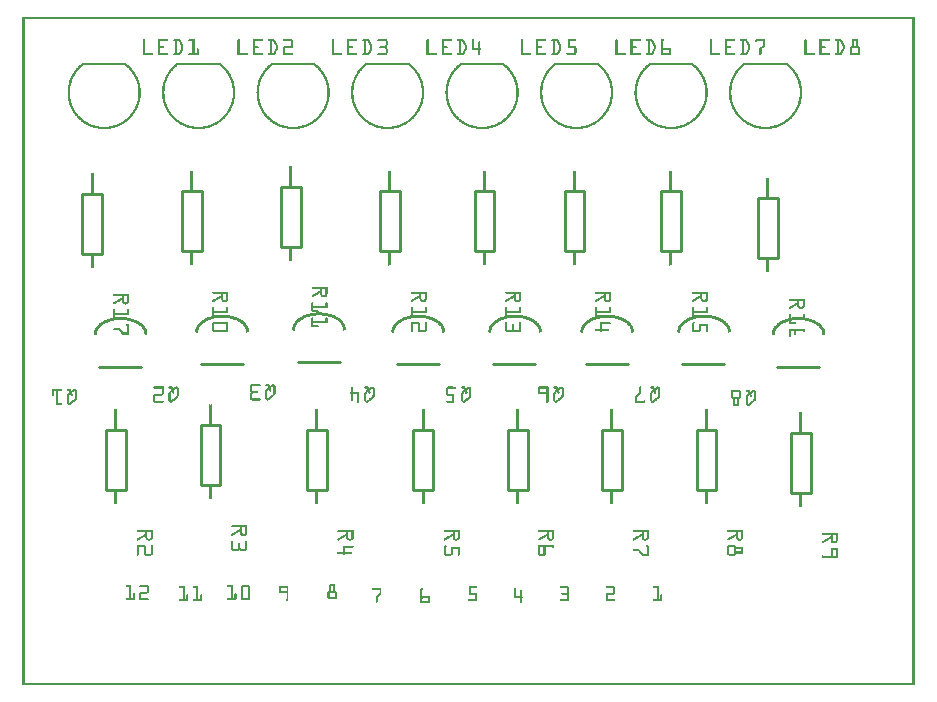
<source format=gto>
G04 MADE WITH FRITZING*
G04 WWW.FRITZING.ORG*
G04 DOUBLE SIDED*
G04 HOLES PLATED*
G04 CONTOUR ON CENTER OF CONTOUR VECTOR*
%ASAXBY*%
%FSLAX23Y23*%
%MOIN*%
%OFA0B0*%
%SFA1.0B1.0*%
%ADD10C,0.010000*%
%ADD11C,0.007874*%
%ADD12R,0.001000X0.001000*%
%LNSILK1*%
G90*
G70*
G54D10*
X2655Y1064D02*
X2515Y1064D01*
D02*
X2340Y1072D02*
X2200Y1072D01*
D02*
X2017Y1072D02*
X1877Y1072D01*
D02*
X1710Y1072D02*
X1570Y1072D01*
D02*
X1387Y1072D02*
X1247Y1072D01*
D02*
X1057Y1079D02*
X917Y1079D01*
D02*
X734Y1072D02*
X594Y1072D01*
D02*
X395Y1064D02*
X255Y1064D01*
D02*
X266Y1640D02*
X266Y1440D01*
D02*
X266Y1440D02*
X200Y1440D01*
D02*
X200Y1440D02*
X200Y1640D01*
D02*
X200Y1640D02*
X266Y1640D01*
D02*
X2518Y1625D02*
X2518Y1425D01*
D02*
X2518Y1425D02*
X2452Y1425D01*
D02*
X2452Y1425D02*
X2452Y1625D01*
D02*
X2452Y1625D02*
X2518Y1625D01*
D02*
X2195Y1648D02*
X2195Y1448D01*
D02*
X2195Y1448D02*
X2129Y1448D01*
D02*
X2129Y1448D02*
X2129Y1648D01*
D02*
X2129Y1648D02*
X2195Y1648D01*
D02*
X1873Y1648D02*
X1873Y1448D01*
D02*
X1873Y1448D02*
X1807Y1448D01*
D02*
X1807Y1448D02*
X1807Y1648D01*
D02*
X1807Y1648D02*
X1873Y1648D01*
D02*
X1573Y1648D02*
X1573Y1448D01*
D02*
X1573Y1448D02*
X1507Y1448D01*
D02*
X1507Y1448D02*
X1507Y1648D01*
D02*
X1507Y1648D02*
X1573Y1648D01*
D02*
X1258Y1648D02*
X1258Y1448D01*
D02*
X1258Y1448D02*
X1192Y1448D01*
D02*
X1192Y1448D02*
X1192Y1648D01*
D02*
X1192Y1648D02*
X1258Y1648D01*
D02*
X928Y1664D02*
X928Y1464D01*
D02*
X928Y1464D02*
X862Y1464D01*
D02*
X862Y1464D02*
X862Y1664D01*
D02*
X862Y1664D02*
X928Y1664D01*
D02*
X597Y1648D02*
X597Y1448D01*
D02*
X597Y1448D02*
X531Y1448D01*
D02*
X531Y1448D02*
X531Y1648D01*
D02*
X531Y1648D02*
X597Y1648D01*
D02*
X2628Y844D02*
X2628Y644D01*
D02*
X2628Y644D02*
X2562Y644D01*
D02*
X2562Y644D02*
X2562Y844D01*
D02*
X2562Y844D02*
X2628Y844D01*
D02*
X2313Y853D02*
X2313Y653D01*
D02*
X2313Y653D02*
X2247Y653D01*
D02*
X2247Y653D02*
X2247Y853D01*
D02*
X2247Y853D02*
X2313Y853D01*
D02*
X1999Y853D02*
X1999Y653D01*
D02*
X1999Y653D02*
X1933Y653D01*
D02*
X1933Y653D02*
X1933Y853D01*
D02*
X1933Y853D02*
X1999Y853D01*
D02*
X1684Y853D02*
X1684Y653D01*
D02*
X1684Y653D02*
X1618Y653D01*
D02*
X1618Y653D02*
X1618Y853D01*
D02*
X1618Y853D02*
X1684Y853D01*
D02*
X1369Y853D02*
X1369Y653D01*
D02*
X1369Y653D02*
X1303Y653D01*
D02*
X1303Y653D02*
X1303Y853D01*
D02*
X1303Y853D02*
X1369Y853D01*
D02*
X1014Y853D02*
X1014Y653D01*
D02*
X1014Y653D02*
X948Y653D01*
D02*
X948Y653D02*
X948Y853D01*
D02*
X948Y853D02*
X1014Y853D01*
D02*
X660Y869D02*
X660Y669D01*
D02*
X660Y669D02*
X594Y669D01*
D02*
X594Y669D02*
X594Y869D01*
D02*
X594Y869D02*
X660Y869D01*
D02*
X345Y853D02*
X345Y653D01*
D02*
X345Y653D02*
X279Y653D01*
D02*
X279Y653D02*
X279Y853D01*
D02*
X279Y853D02*
X345Y853D01*
G54D11*
X2548Y2072D02*
X2406Y2072D01*
D02*
X2233Y2072D02*
X2091Y2072D01*
D02*
X1918Y2072D02*
X1776Y2072D01*
D02*
X1603Y2072D02*
X1461Y2072D01*
D02*
X1288Y2072D02*
X1146Y2072D01*
D02*
X973Y2072D02*
X831Y2072D01*
D02*
X658Y2072D02*
X516Y2072D01*
D02*
X343Y2072D02*
X201Y2072D01*
D02*
G54D12*
X0Y2230D02*
X2973Y2230D01*
X0Y2229D02*
X2973Y2229D01*
X0Y2228D02*
X2973Y2228D01*
X0Y2227D02*
X2973Y2227D01*
X0Y2226D02*
X2973Y2226D01*
X0Y2225D02*
X2973Y2225D01*
X0Y2224D02*
X2973Y2224D01*
X0Y2223D02*
X2973Y2223D01*
X0Y2222D02*
X7Y2222D01*
X2966Y2222D02*
X2973Y2222D01*
X0Y2221D02*
X7Y2221D01*
X2966Y2221D02*
X2973Y2221D01*
X0Y2220D02*
X7Y2220D01*
X2966Y2220D02*
X2973Y2220D01*
X0Y2219D02*
X7Y2219D01*
X2966Y2219D02*
X2973Y2219D01*
X0Y2218D02*
X7Y2218D01*
X2966Y2218D02*
X2973Y2218D01*
X0Y2217D02*
X7Y2217D01*
X2966Y2217D02*
X2973Y2217D01*
X0Y2216D02*
X7Y2216D01*
X2966Y2216D02*
X2973Y2216D01*
X0Y2215D02*
X7Y2215D01*
X2966Y2215D02*
X2973Y2215D01*
X0Y2214D02*
X7Y2214D01*
X2966Y2214D02*
X2973Y2214D01*
X0Y2213D02*
X7Y2213D01*
X2966Y2213D02*
X2973Y2213D01*
X0Y2212D02*
X7Y2212D01*
X2966Y2212D02*
X2973Y2212D01*
X0Y2211D02*
X7Y2211D01*
X2966Y2211D02*
X2973Y2211D01*
X0Y2210D02*
X7Y2210D01*
X2966Y2210D02*
X2973Y2210D01*
X0Y2209D02*
X7Y2209D01*
X2966Y2209D02*
X2973Y2209D01*
X0Y2208D02*
X7Y2208D01*
X2966Y2208D02*
X2973Y2208D01*
X0Y2207D02*
X7Y2207D01*
X2966Y2207D02*
X2973Y2207D01*
X0Y2206D02*
X7Y2206D01*
X2966Y2206D02*
X2973Y2206D01*
X0Y2205D02*
X7Y2205D01*
X2966Y2205D02*
X2973Y2205D01*
X0Y2204D02*
X7Y2204D01*
X2966Y2204D02*
X2973Y2204D01*
X0Y2203D02*
X7Y2203D01*
X2966Y2203D02*
X2973Y2203D01*
X0Y2202D02*
X7Y2202D01*
X2966Y2202D02*
X2973Y2202D01*
X0Y2201D02*
X7Y2201D01*
X2966Y2201D02*
X2973Y2201D01*
X0Y2200D02*
X7Y2200D01*
X2966Y2200D02*
X2973Y2200D01*
X0Y2199D02*
X7Y2199D01*
X2966Y2199D02*
X2973Y2199D01*
X0Y2198D02*
X7Y2198D01*
X2966Y2198D02*
X2973Y2198D01*
X0Y2197D02*
X7Y2197D01*
X2966Y2197D02*
X2973Y2197D01*
X0Y2196D02*
X7Y2196D01*
X2966Y2196D02*
X2973Y2196D01*
X0Y2195D02*
X7Y2195D01*
X2966Y2195D02*
X2973Y2195D01*
X0Y2194D02*
X7Y2194D01*
X2966Y2194D02*
X2973Y2194D01*
X0Y2193D02*
X7Y2193D01*
X2966Y2193D02*
X2973Y2193D01*
X0Y2192D02*
X7Y2192D01*
X2966Y2192D02*
X2973Y2192D01*
X0Y2191D02*
X7Y2191D01*
X2966Y2191D02*
X2973Y2191D01*
X0Y2190D02*
X7Y2190D01*
X2966Y2190D02*
X2973Y2190D01*
X0Y2189D02*
X7Y2189D01*
X2966Y2189D02*
X2973Y2189D01*
X0Y2188D02*
X7Y2188D01*
X2966Y2188D02*
X2973Y2188D01*
X0Y2187D02*
X7Y2187D01*
X2966Y2187D02*
X2973Y2187D01*
X0Y2186D02*
X7Y2186D01*
X2966Y2186D02*
X2973Y2186D01*
X0Y2185D02*
X7Y2185D01*
X2966Y2185D02*
X2973Y2185D01*
X0Y2184D02*
X7Y2184D01*
X2966Y2184D02*
X2973Y2184D01*
X0Y2183D02*
X7Y2183D01*
X2966Y2183D02*
X2973Y2183D01*
X0Y2182D02*
X7Y2182D01*
X2966Y2182D02*
X2973Y2182D01*
X0Y2181D02*
X7Y2181D01*
X2966Y2181D02*
X2973Y2181D01*
X0Y2180D02*
X7Y2180D01*
X2966Y2180D02*
X2973Y2180D01*
X0Y2179D02*
X7Y2179D01*
X2966Y2179D02*
X2973Y2179D01*
X0Y2178D02*
X7Y2178D01*
X2966Y2178D02*
X2973Y2178D01*
X0Y2177D02*
X7Y2177D01*
X2966Y2177D02*
X2973Y2177D01*
X0Y2176D02*
X7Y2176D01*
X2966Y2176D02*
X2973Y2176D01*
X0Y2175D02*
X7Y2175D01*
X2966Y2175D02*
X2973Y2175D01*
X0Y2174D02*
X7Y2174D01*
X2966Y2174D02*
X2973Y2174D01*
X0Y2173D02*
X7Y2173D01*
X2966Y2173D02*
X2973Y2173D01*
X0Y2172D02*
X7Y2172D01*
X2966Y2172D02*
X2973Y2172D01*
X0Y2171D02*
X7Y2171D01*
X2966Y2171D02*
X2973Y2171D01*
X0Y2170D02*
X7Y2170D01*
X2966Y2170D02*
X2973Y2170D01*
X0Y2169D02*
X7Y2169D01*
X2966Y2169D02*
X2973Y2169D01*
X0Y2168D02*
X7Y2168D01*
X2966Y2168D02*
X2973Y2168D01*
X0Y2167D02*
X7Y2167D01*
X2966Y2167D02*
X2973Y2167D01*
X0Y2166D02*
X7Y2166D01*
X2966Y2166D02*
X2973Y2166D01*
X0Y2165D02*
X7Y2165D01*
X2966Y2165D02*
X2973Y2165D01*
X0Y2164D02*
X7Y2164D01*
X2966Y2164D02*
X2973Y2164D01*
X0Y2163D02*
X7Y2163D01*
X2966Y2163D02*
X2973Y2163D01*
X0Y2162D02*
X7Y2162D01*
X2966Y2162D02*
X2973Y2162D01*
X0Y2161D02*
X7Y2161D01*
X2966Y2161D02*
X2973Y2161D01*
X0Y2160D02*
X7Y2160D01*
X2966Y2160D02*
X2973Y2160D01*
X0Y2159D02*
X7Y2159D01*
X2966Y2159D02*
X2973Y2159D01*
X0Y2158D02*
X7Y2158D01*
X2966Y2158D02*
X2973Y2158D01*
X0Y2157D02*
X7Y2157D01*
X2966Y2157D02*
X2973Y2157D01*
X0Y2156D02*
X7Y2156D01*
X2966Y2156D02*
X2973Y2156D01*
X0Y2155D02*
X7Y2155D01*
X404Y2155D02*
X406Y2155D01*
X453Y2155D02*
X484Y2155D01*
X505Y2155D02*
X521Y2155D01*
X555Y2155D02*
X573Y2155D01*
X719Y2155D02*
X721Y2155D01*
X768Y2155D02*
X799Y2155D01*
X820Y2155D02*
X836Y2155D01*
X870Y2155D02*
X897Y2155D01*
X1034Y2155D02*
X1036Y2155D01*
X1083Y2155D02*
X1114Y2155D01*
X1135Y2155D02*
X1151Y2155D01*
X1185Y2155D02*
X1212Y2155D01*
X1349Y2155D02*
X1351Y2155D01*
X1398Y2155D02*
X1429Y2155D01*
X1450Y2155D02*
X1466Y2155D01*
X1502Y2155D02*
X1504Y2155D01*
X1664Y2155D02*
X1666Y2155D01*
X1713Y2155D02*
X1744Y2155D01*
X1765Y2155D02*
X1781Y2155D01*
X1820Y2155D02*
X1844Y2155D01*
X1979Y2155D02*
X1981Y2155D01*
X2028Y2155D02*
X2059Y2155D01*
X2080Y2155D02*
X2096Y2155D01*
X2130Y2155D02*
X2135Y2155D01*
X2294Y2155D02*
X2296Y2155D01*
X2342Y2155D02*
X2374Y2155D01*
X2395Y2155D02*
X2411Y2155D01*
X2445Y2155D02*
X2476Y2155D01*
X2609Y2155D02*
X2611Y2155D01*
X2657Y2155D02*
X2689Y2155D01*
X2710Y2155D02*
X2726Y2155D01*
X2767Y2155D02*
X2782Y2155D01*
X2966Y2155D02*
X2973Y2155D01*
X0Y2154D02*
X7Y2154D01*
X403Y2154D02*
X408Y2154D01*
X453Y2154D02*
X485Y2154D01*
X504Y2154D02*
X523Y2154D01*
X554Y2154D02*
X573Y2154D01*
X718Y2154D02*
X723Y2154D01*
X768Y2154D02*
X800Y2154D01*
X819Y2154D02*
X838Y2154D01*
X869Y2154D02*
X899Y2154D01*
X1033Y2154D02*
X1038Y2154D01*
X1083Y2154D02*
X1115Y2154D01*
X1134Y2154D02*
X1153Y2154D01*
X1184Y2154D02*
X1214Y2154D01*
X1348Y2154D02*
X1353Y2154D01*
X1398Y2154D02*
X1430Y2154D01*
X1449Y2154D02*
X1468Y2154D01*
X1500Y2154D02*
X1505Y2154D01*
X1663Y2154D02*
X1668Y2154D01*
X1713Y2154D02*
X1745Y2154D01*
X1764Y2154D02*
X1783Y2154D01*
X1820Y2154D02*
X1846Y2154D01*
X1978Y2154D02*
X1982Y2154D01*
X2027Y2154D02*
X2060Y2154D01*
X2078Y2154D02*
X2098Y2154D01*
X2129Y2154D02*
X2137Y2154D01*
X2293Y2154D02*
X2297Y2154D01*
X2342Y2154D02*
X2375Y2154D01*
X2393Y2154D02*
X2413Y2154D01*
X2444Y2154D02*
X2476Y2154D01*
X2608Y2154D02*
X2612Y2154D01*
X2657Y2154D02*
X2690Y2154D01*
X2708Y2154D02*
X2728Y2154D01*
X2765Y2154D02*
X2784Y2154D01*
X2966Y2154D02*
X2973Y2154D01*
X0Y2153D02*
X7Y2153D01*
X403Y2153D02*
X408Y2153D01*
X453Y2153D02*
X486Y2153D01*
X503Y2153D02*
X525Y2153D01*
X553Y2153D02*
X573Y2153D01*
X718Y2153D02*
X723Y2153D01*
X768Y2153D02*
X801Y2153D01*
X818Y2153D02*
X840Y2153D01*
X868Y2153D02*
X900Y2153D01*
X1033Y2153D02*
X1038Y2153D01*
X1083Y2153D02*
X1116Y2153D01*
X1133Y2153D02*
X1155Y2153D01*
X1183Y2153D02*
X1215Y2153D01*
X1348Y2153D02*
X1353Y2153D01*
X1398Y2153D02*
X1431Y2153D01*
X1448Y2153D02*
X1470Y2153D01*
X1500Y2153D02*
X1505Y2153D01*
X1663Y2153D02*
X1668Y2153D01*
X1713Y2153D02*
X1746Y2153D01*
X1763Y2153D02*
X1785Y2153D01*
X1820Y2153D02*
X1846Y2153D01*
X1977Y2153D02*
X1983Y2153D01*
X2027Y2153D02*
X2061Y2153D01*
X2078Y2153D02*
X2100Y2153D01*
X2128Y2153D02*
X2137Y2153D01*
X2292Y2153D02*
X2298Y2153D01*
X2342Y2153D02*
X2376Y2153D01*
X2393Y2153D02*
X2414Y2153D01*
X2443Y2153D02*
X2476Y2153D01*
X2607Y2153D02*
X2613Y2153D01*
X2657Y2153D02*
X2691Y2153D01*
X2708Y2153D02*
X2729Y2153D01*
X2765Y2153D02*
X2784Y2153D01*
X2966Y2153D02*
X2973Y2153D01*
X0Y2152D02*
X7Y2152D01*
X403Y2152D02*
X408Y2152D01*
X453Y2152D02*
X486Y2152D01*
X503Y2152D02*
X526Y2152D01*
X553Y2152D02*
X573Y2152D01*
X717Y2152D02*
X723Y2152D01*
X768Y2152D02*
X801Y2152D01*
X818Y2152D02*
X841Y2152D01*
X868Y2152D02*
X901Y2152D01*
X1032Y2152D02*
X1038Y2152D01*
X1083Y2152D02*
X1116Y2152D01*
X1133Y2152D02*
X1156Y2152D01*
X1183Y2152D02*
X1216Y2152D01*
X1347Y2152D02*
X1353Y2152D01*
X1398Y2152D02*
X1431Y2152D01*
X1448Y2152D02*
X1471Y2152D01*
X1500Y2152D02*
X1506Y2152D01*
X1662Y2152D02*
X1668Y2152D01*
X1713Y2152D02*
X1746Y2152D01*
X1763Y2152D02*
X1786Y2152D01*
X1820Y2152D02*
X1846Y2152D01*
X1977Y2152D02*
X1983Y2152D01*
X2027Y2152D02*
X2061Y2152D01*
X2078Y2152D02*
X2101Y2152D01*
X2128Y2152D02*
X2137Y2152D01*
X2292Y2152D02*
X2298Y2152D01*
X2342Y2152D02*
X2376Y2152D01*
X2393Y2152D02*
X2416Y2152D01*
X2443Y2152D02*
X2476Y2152D01*
X2607Y2152D02*
X2613Y2152D01*
X2657Y2152D02*
X2691Y2152D01*
X2708Y2152D02*
X2731Y2152D01*
X2765Y2152D02*
X2784Y2152D01*
X2966Y2152D02*
X2973Y2152D01*
X0Y2151D02*
X7Y2151D01*
X402Y2151D02*
X409Y2151D01*
X453Y2151D02*
X486Y2151D01*
X503Y2151D02*
X527Y2151D01*
X553Y2151D02*
X573Y2151D01*
X717Y2151D02*
X723Y2151D01*
X768Y2151D02*
X801Y2151D01*
X818Y2151D02*
X842Y2151D01*
X868Y2151D02*
X901Y2151D01*
X1032Y2151D02*
X1038Y2151D01*
X1083Y2151D02*
X1116Y2151D01*
X1133Y2151D02*
X1157Y2151D01*
X1183Y2151D02*
X1216Y2151D01*
X1347Y2151D02*
X1353Y2151D01*
X1398Y2151D02*
X1431Y2151D01*
X1448Y2151D02*
X1472Y2151D01*
X1500Y2151D02*
X1506Y2151D01*
X1662Y2151D02*
X1668Y2151D01*
X1713Y2151D02*
X1746Y2151D01*
X1763Y2151D02*
X1787Y2151D01*
X1820Y2151D02*
X1846Y2151D01*
X1977Y2151D02*
X1983Y2151D01*
X2027Y2151D02*
X2061Y2151D01*
X2078Y2151D02*
X2101Y2151D01*
X2128Y2151D02*
X2137Y2151D01*
X2292Y2151D02*
X2298Y2151D01*
X2342Y2151D02*
X2376Y2151D01*
X2393Y2151D02*
X2416Y2151D01*
X2443Y2151D02*
X2476Y2151D01*
X2607Y2151D02*
X2613Y2151D01*
X2657Y2151D02*
X2691Y2151D01*
X2708Y2151D02*
X2731Y2151D01*
X2765Y2151D02*
X2784Y2151D01*
X2966Y2151D02*
X2973Y2151D01*
X0Y2150D02*
X7Y2150D01*
X402Y2150D02*
X409Y2150D01*
X453Y2150D02*
X486Y2150D01*
X504Y2150D02*
X527Y2150D01*
X554Y2150D02*
X573Y2150D01*
X717Y2150D02*
X723Y2150D01*
X768Y2150D02*
X801Y2150D01*
X818Y2150D02*
X842Y2150D01*
X869Y2150D02*
X901Y2150D01*
X1032Y2150D02*
X1038Y2150D01*
X1083Y2150D02*
X1116Y2150D01*
X1133Y2150D02*
X1157Y2150D01*
X1184Y2150D02*
X1216Y2150D01*
X1347Y2150D02*
X1353Y2150D01*
X1398Y2150D02*
X1431Y2150D01*
X1448Y2150D02*
X1472Y2150D01*
X1500Y2150D02*
X1506Y2150D01*
X1662Y2150D02*
X1668Y2150D01*
X1713Y2150D02*
X1745Y2150D01*
X1763Y2150D02*
X1787Y2150D01*
X1820Y2150D02*
X1846Y2150D01*
X1977Y2150D02*
X1983Y2150D01*
X2027Y2150D02*
X2060Y2150D01*
X2078Y2150D02*
X2102Y2150D01*
X2128Y2150D02*
X2137Y2150D01*
X2292Y2150D02*
X2298Y2150D01*
X2342Y2150D02*
X2375Y2150D01*
X2393Y2150D02*
X2417Y2150D01*
X2443Y2150D02*
X2476Y2150D01*
X2607Y2150D02*
X2613Y2150D01*
X2657Y2150D02*
X2690Y2150D01*
X2708Y2150D02*
X2732Y2150D01*
X2765Y2150D02*
X2784Y2150D01*
X2966Y2150D02*
X2973Y2150D01*
X0Y2149D02*
X7Y2149D01*
X402Y2149D02*
X409Y2149D01*
X453Y2149D02*
X485Y2149D01*
X505Y2149D02*
X528Y2149D01*
X555Y2149D02*
X573Y2149D01*
X717Y2149D02*
X723Y2149D01*
X768Y2149D02*
X800Y2149D01*
X819Y2149D02*
X843Y2149D01*
X870Y2149D02*
X902Y2149D01*
X1032Y2149D02*
X1038Y2149D01*
X1083Y2149D02*
X1115Y2149D01*
X1134Y2149D02*
X1158Y2149D01*
X1185Y2149D02*
X1217Y2149D01*
X1347Y2149D02*
X1353Y2149D01*
X1398Y2149D02*
X1429Y2149D01*
X1449Y2149D02*
X1473Y2149D01*
X1500Y2149D02*
X1506Y2149D01*
X1522Y2149D02*
X1525Y2149D01*
X1662Y2149D02*
X1668Y2149D01*
X1713Y2149D02*
X1744Y2149D01*
X1764Y2149D02*
X1788Y2149D01*
X1820Y2149D02*
X1845Y2149D01*
X1977Y2149D02*
X1983Y2149D01*
X2027Y2149D02*
X2059Y2149D01*
X2079Y2149D02*
X2103Y2149D01*
X2128Y2149D02*
X2136Y2149D01*
X2292Y2149D02*
X2298Y2149D01*
X2342Y2149D02*
X2374Y2149D01*
X2394Y2149D02*
X2418Y2149D01*
X2443Y2149D02*
X2476Y2149D01*
X2607Y2149D02*
X2613Y2149D01*
X2657Y2149D02*
X2689Y2149D01*
X2709Y2149D02*
X2733Y2149D01*
X2765Y2149D02*
X2784Y2149D01*
X2966Y2149D02*
X2973Y2149D01*
X0Y2148D02*
X7Y2148D01*
X402Y2148D02*
X409Y2148D01*
X453Y2148D02*
X459Y2148D01*
X510Y2148D02*
X516Y2148D01*
X521Y2148D02*
X528Y2148D01*
X567Y2148D02*
X573Y2148D01*
X717Y2148D02*
X723Y2148D01*
X768Y2148D02*
X774Y2148D01*
X825Y2148D02*
X831Y2148D01*
X836Y2148D02*
X843Y2148D01*
X896Y2148D02*
X902Y2148D01*
X1032Y2148D02*
X1038Y2148D01*
X1083Y2148D02*
X1089Y2148D01*
X1140Y2148D02*
X1146Y2148D01*
X1151Y2148D02*
X1158Y2148D01*
X1211Y2148D02*
X1217Y2148D01*
X1347Y2148D02*
X1353Y2148D01*
X1398Y2148D02*
X1404Y2148D01*
X1455Y2148D02*
X1461Y2148D01*
X1466Y2148D02*
X1473Y2148D01*
X1500Y2148D02*
X1506Y2148D01*
X1521Y2148D02*
X1526Y2148D01*
X1662Y2148D02*
X1668Y2148D01*
X1713Y2148D02*
X1719Y2148D01*
X1770Y2148D02*
X1776Y2148D01*
X1781Y2148D02*
X1788Y2148D01*
X1820Y2148D02*
X1826Y2148D01*
X1977Y2148D02*
X1983Y2148D01*
X2027Y2148D02*
X2034Y2148D01*
X2084Y2148D02*
X2091Y2148D01*
X2096Y2148D02*
X2103Y2148D01*
X2128Y2148D02*
X2134Y2148D01*
X2292Y2148D02*
X2298Y2148D01*
X2342Y2148D02*
X2349Y2148D01*
X2399Y2148D02*
X2406Y2148D01*
X2411Y2148D02*
X2418Y2148D01*
X2443Y2148D02*
X2449Y2148D01*
X2470Y2148D02*
X2476Y2148D01*
X2607Y2148D02*
X2613Y2148D01*
X2657Y2148D02*
X2663Y2148D01*
X2714Y2148D02*
X2721Y2148D01*
X2726Y2148D02*
X2733Y2148D01*
X2765Y2148D02*
X2771Y2148D01*
X2778Y2148D02*
X2784Y2148D01*
X2966Y2148D02*
X2973Y2148D01*
X0Y2147D02*
X7Y2147D01*
X402Y2147D02*
X409Y2147D01*
X453Y2147D02*
X459Y2147D01*
X510Y2147D02*
X516Y2147D01*
X522Y2147D02*
X529Y2147D01*
X567Y2147D02*
X573Y2147D01*
X717Y2147D02*
X723Y2147D01*
X768Y2147D02*
X774Y2147D01*
X825Y2147D02*
X831Y2147D01*
X837Y2147D02*
X844Y2147D01*
X896Y2147D02*
X902Y2147D01*
X1032Y2147D02*
X1038Y2147D01*
X1083Y2147D02*
X1089Y2147D01*
X1140Y2147D02*
X1146Y2147D01*
X1152Y2147D02*
X1159Y2147D01*
X1211Y2147D02*
X1217Y2147D01*
X1347Y2147D02*
X1353Y2147D01*
X1398Y2147D02*
X1404Y2147D01*
X1455Y2147D02*
X1461Y2147D01*
X1467Y2147D02*
X1474Y2147D01*
X1500Y2147D02*
X1506Y2147D01*
X1521Y2147D02*
X1526Y2147D01*
X1662Y2147D02*
X1668Y2147D01*
X1713Y2147D02*
X1719Y2147D01*
X1770Y2147D02*
X1776Y2147D01*
X1782Y2147D02*
X1789Y2147D01*
X1820Y2147D02*
X1826Y2147D01*
X1977Y2147D02*
X1983Y2147D01*
X2027Y2147D02*
X2034Y2147D01*
X2085Y2147D02*
X2091Y2147D01*
X2097Y2147D02*
X2104Y2147D01*
X2128Y2147D02*
X2134Y2147D01*
X2292Y2147D02*
X2298Y2147D01*
X2342Y2147D02*
X2348Y2147D01*
X2400Y2147D02*
X2406Y2147D01*
X2412Y2147D02*
X2419Y2147D01*
X2443Y2147D02*
X2448Y2147D01*
X2470Y2147D02*
X2476Y2147D01*
X2607Y2147D02*
X2613Y2147D01*
X2657Y2147D02*
X2663Y2147D01*
X2714Y2147D02*
X2720Y2147D01*
X2727Y2147D02*
X2734Y2147D01*
X2765Y2147D02*
X2771Y2147D01*
X2778Y2147D02*
X2784Y2147D01*
X2966Y2147D02*
X2973Y2147D01*
X0Y2146D02*
X7Y2146D01*
X402Y2146D02*
X409Y2146D01*
X453Y2146D02*
X459Y2146D01*
X510Y2146D02*
X516Y2146D01*
X523Y2146D02*
X529Y2146D01*
X567Y2146D02*
X573Y2146D01*
X717Y2146D02*
X723Y2146D01*
X768Y2146D02*
X774Y2146D01*
X825Y2146D02*
X831Y2146D01*
X838Y2146D02*
X844Y2146D01*
X896Y2146D02*
X902Y2146D01*
X1032Y2146D02*
X1038Y2146D01*
X1083Y2146D02*
X1089Y2146D01*
X1140Y2146D02*
X1146Y2146D01*
X1152Y2146D02*
X1159Y2146D01*
X1211Y2146D02*
X1217Y2146D01*
X1347Y2146D02*
X1353Y2146D01*
X1398Y2146D02*
X1404Y2146D01*
X1455Y2146D02*
X1461Y2146D01*
X1467Y2146D02*
X1474Y2146D01*
X1500Y2146D02*
X1506Y2146D01*
X1520Y2146D02*
X1526Y2146D01*
X1662Y2146D02*
X1668Y2146D01*
X1713Y2146D02*
X1719Y2146D01*
X1770Y2146D02*
X1776Y2146D01*
X1782Y2146D02*
X1789Y2146D01*
X1820Y2146D02*
X1826Y2146D01*
X1977Y2146D02*
X1983Y2146D01*
X2027Y2146D02*
X2034Y2146D01*
X2085Y2146D02*
X2091Y2146D01*
X2097Y2146D02*
X2104Y2146D01*
X2128Y2146D02*
X2134Y2146D01*
X2292Y2146D02*
X2298Y2146D01*
X2342Y2146D02*
X2348Y2146D01*
X2400Y2146D02*
X2406Y2146D01*
X2412Y2146D02*
X2419Y2146D01*
X2445Y2146D02*
X2447Y2146D01*
X2470Y2146D02*
X2476Y2146D01*
X2607Y2146D02*
X2613Y2146D01*
X2657Y2146D02*
X2663Y2146D01*
X2714Y2146D02*
X2720Y2146D01*
X2727Y2146D02*
X2734Y2146D01*
X2765Y2146D02*
X2771Y2146D01*
X2778Y2146D02*
X2784Y2146D01*
X2966Y2146D02*
X2973Y2146D01*
X0Y2145D02*
X7Y2145D01*
X402Y2145D02*
X409Y2145D01*
X453Y2145D02*
X459Y2145D01*
X510Y2145D02*
X516Y2145D01*
X523Y2145D02*
X530Y2145D01*
X567Y2145D02*
X573Y2145D01*
X717Y2145D02*
X723Y2145D01*
X768Y2145D02*
X774Y2145D01*
X825Y2145D02*
X831Y2145D01*
X838Y2145D02*
X845Y2145D01*
X896Y2145D02*
X902Y2145D01*
X1032Y2145D02*
X1038Y2145D01*
X1083Y2145D02*
X1089Y2145D01*
X1140Y2145D02*
X1146Y2145D01*
X1153Y2145D02*
X1160Y2145D01*
X1211Y2145D02*
X1217Y2145D01*
X1347Y2145D02*
X1353Y2145D01*
X1398Y2145D02*
X1404Y2145D01*
X1455Y2145D02*
X1461Y2145D01*
X1468Y2145D02*
X1475Y2145D01*
X1500Y2145D02*
X1506Y2145D01*
X1520Y2145D02*
X1526Y2145D01*
X1662Y2145D02*
X1668Y2145D01*
X1713Y2145D02*
X1719Y2145D01*
X1770Y2145D02*
X1776Y2145D01*
X1783Y2145D02*
X1790Y2145D01*
X1820Y2145D02*
X1826Y2145D01*
X1977Y2145D02*
X1983Y2145D01*
X2027Y2145D02*
X2034Y2145D01*
X2085Y2145D02*
X2091Y2145D01*
X2098Y2145D02*
X2105Y2145D01*
X2128Y2145D02*
X2134Y2145D01*
X2292Y2145D02*
X2298Y2145D01*
X2342Y2145D02*
X2348Y2145D01*
X2400Y2145D02*
X2406Y2145D01*
X2413Y2145D02*
X2420Y2145D01*
X2470Y2145D02*
X2476Y2145D01*
X2607Y2145D02*
X2613Y2145D01*
X2657Y2145D02*
X2663Y2145D01*
X2714Y2145D02*
X2720Y2145D01*
X2728Y2145D02*
X2735Y2145D01*
X2765Y2145D02*
X2771Y2145D01*
X2778Y2145D02*
X2784Y2145D01*
X2966Y2145D02*
X2973Y2145D01*
X0Y2144D02*
X7Y2144D01*
X402Y2144D02*
X409Y2144D01*
X453Y2144D02*
X459Y2144D01*
X510Y2144D02*
X516Y2144D01*
X524Y2144D02*
X530Y2144D01*
X567Y2144D02*
X573Y2144D01*
X717Y2144D02*
X723Y2144D01*
X768Y2144D02*
X774Y2144D01*
X825Y2144D02*
X831Y2144D01*
X839Y2144D02*
X845Y2144D01*
X896Y2144D02*
X902Y2144D01*
X1032Y2144D02*
X1038Y2144D01*
X1083Y2144D02*
X1089Y2144D01*
X1140Y2144D02*
X1146Y2144D01*
X1153Y2144D02*
X1160Y2144D01*
X1211Y2144D02*
X1217Y2144D01*
X1347Y2144D02*
X1353Y2144D01*
X1398Y2144D02*
X1404Y2144D01*
X1455Y2144D02*
X1461Y2144D01*
X1468Y2144D02*
X1475Y2144D01*
X1500Y2144D02*
X1506Y2144D01*
X1520Y2144D02*
X1526Y2144D01*
X1662Y2144D02*
X1668Y2144D01*
X1713Y2144D02*
X1719Y2144D01*
X1770Y2144D02*
X1776Y2144D01*
X1783Y2144D02*
X1790Y2144D01*
X1820Y2144D02*
X1826Y2144D01*
X1977Y2144D02*
X1983Y2144D01*
X2027Y2144D02*
X2034Y2144D01*
X2085Y2144D02*
X2091Y2144D01*
X2098Y2144D02*
X2105Y2144D01*
X2128Y2144D02*
X2134Y2144D01*
X2292Y2144D02*
X2298Y2144D01*
X2342Y2144D02*
X2348Y2144D01*
X2400Y2144D02*
X2406Y2144D01*
X2413Y2144D02*
X2420Y2144D01*
X2470Y2144D02*
X2476Y2144D01*
X2607Y2144D02*
X2613Y2144D01*
X2657Y2144D02*
X2663Y2144D01*
X2714Y2144D02*
X2720Y2144D01*
X2728Y2144D02*
X2735Y2144D01*
X2765Y2144D02*
X2771Y2144D01*
X2778Y2144D02*
X2784Y2144D01*
X2966Y2144D02*
X2973Y2144D01*
X0Y2143D02*
X7Y2143D01*
X402Y2143D02*
X409Y2143D01*
X453Y2143D02*
X459Y2143D01*
X510Y2143D02*
X516Y2143D01*
X524Y2143D02*
X531Y2143D01*
X567Y2143D02*
X573Y2143D01*
X717Y2143D02*
X723Y2143D01*
X768Y2143D02*
X774Y2143D01*
X825Y2143D02*
X831Y2143D01*
X839Y2143D02*
X846Y2143D01*
X896Y2143D02*
X902Y2143D01*
X1032Y2143D02*
X1038Y2143D01*
X1083Y2143D02*
X1089Y2143D01*
X1140Y2143D02*
X1146Y2143D01*
X1154Y2143D02*
X1161Y2143D01*
X1211Y2143D02*
X1217Y2143D01*
X1347Y2143D02*
X1353Y2143D01*
X1398Y2143D02*
X1404Y2143D01*
X1455Y2143D02*
X1461Y2143D01*
X1469Y2143D02*
X1476Y2143D01*
X1500Y2143D02*
X1506Y2143D01*
X1520Y2143D02*
X1526Y2143D01*
X1662Y2143D02*
X1668Y2143D01*
X1713Y2143D02*
X1719Y2143D01*
X1770Y2143D02*
X1776Y2143D01*
X1784Y2143D02*
X1791Y2143D01*
X1820Y2143D02*
X1826Y2143D01*
X1977Y2143D02*
X1983Y2143D01*
X2027Y2143D02*
X2034Y2143D01*
X2085Y2143D02*
X2091Y2143D01*
X2099Y2143D02*
X2106Y2143D01*
X2128Y2143D02*
X2134Y2143D01*
X2292Y2143D02*
X2298Y2143D01*
X2342Y2143D02*
X2348Y2143D01*
X2400Y2143D02*
X2406Y2143D01*
X2414Y2143D02*
X2421Y2143D01*
X2470Y2143D02*
X2476Y2143D01*
X2607Y2143D02*
X2613Y2143D01*
X2657Y2143D02*
X2663Y2143D01*
X2714Y2143D02*
X2720Y2143D01*
X2729Y2143D02*
X2736Y2143D01*
X2765Y2143D02*
X2771Y2143D01*
X2778Y2143D02*
X2784Y2143D01*
X2966Y2143D02*
X2973Y2143D01*
X0Y2142D02*
X7Y2142D01*
X402Y2142D02*
X409Y2142D01*
X453Y2142D02*
X459Y2142D01*
X510Y2142D02*
X516Y2142D01*
X525Y2142D02*
X531Y2142D01*
X567Y2142D02*
X573Y2142D01*
X717Y2142D02*
X723Y2142D01*
X768Y2142D02*
X774Y2142D01*
X825Y2142D02*
X831Y2142D01*
X840Y2142D02*
X846Y2142D01*
X896Y2142D02*
X902Y2142D01*
X1032Y2142D02*
X1038Y2142D01*
X1083Y2142D02*
X1089Y2142D01*
X1140Y2142D02*
X1146Y2142D01*
X1155Y2142D02*
X1161Y2142D01*
X1211Y2142D02*
X1217Y2142D01*
X1347Y2142D02*
X1353Y2142D01*
X1398Y2142D02*
X1404Y2142D01*
X1455Y2142D02*
X1461Y2142D01*
X1469Y2142D02*
X1476Y2142D01*
X1500Y2142D02*
X1506Y2142D01*
X1520Y2142D02*
X1526Y2142D01*
X1662Y2142D02*
X1668Y2142D01*
X1713Y2142D02*
X1719Y2142D01*
X1770Y2142D02*
X1776Y2142D01*
X1784Y2142D02*
X1791Y2142D01*
X1820Y2142D02*
X1826Y2142D01*
X1977Y2142D02*
X1983Y2142D01*
X2027Y2142D02*
X2034Y2142D01*
X2085Y2142D02*
X2091Y2142D01*
X2099Y2142D02*
X2106Y2142D01*
X2128Y2142D02*
X2134Y2142D01*
X2292Y2142D02*
X2298Y2142D01*
X2342Y2142D02*
X2348Y2142D01*
X2400Y2142D02*
X2406Y2142D01*
X2414Y2142D02*
X2421Y2142D01*
X2470Y2142D02*
X2476Y2142D01*
X2607Y2142D02*
X2613Y2142D01*
X2657Y2142D02*
X2663Y2142D01*
X2714Y2142D02*
X2720Y2142D01*
X2729Y2142D02*
X2736Y2142D01*
X2765Y2142D02*
X2771Y2142D01*
X2778Y2142D02*
X2784Y2142D01*
X2966Y2142D02*
X2973Y2142D01*
X0Y2141D02*
X7Y2141D01*
X402Y2141D02*
X409Y2141D01*
X453Y2141D02*
X459Y2141D01*
X510Y2141D02*
X516Y2141D01*
X525Y2141D02*
X532Y2141D01*
X567Y2141D02*
X573Y2141D01*
X717Y2141D02*
X723Y2141D01*
X768Y2141D02*
X774Y2141D01*
X825Y2141D02*
X831Y2141D01*
X840Y2141D02*
X847Y2141D01*
X896Y2141D02*
X902Y2141D01*
X1032Y2141D02*
X1038Y2141D01*
X1083Y2141D02*
X1089Y2141D01*
X1140Y2141D02*
X1146Y2141D01*
X1155Y2141D02*
X1162Y2141D01*
X1211Y2141D02*
X1217Y2141D01*
X1347Y2141D02*
X1353Y2141D01*
X1398Y2141D02*
X1404Y2141D01*
X1455Y2141D02*
X1461Y2141D01*
X1470Y2141D02*
X1477Y2141D01*
X1500Y2141D02*
X1506Y2141D01*
X1520Y2141D02*
X1526Y2141D01*
X1662Y2141D02*
X1668Y2141D01*
X1713Y2141D02*
X1719Y2141D01*
X1770Y2141D02*
X1776Y2141D01*
X1785Y2141D02*
X1792Y2141D01*
X1820Y2141D02*
X1826Y2141D01*
X1977Y2141D02*
X1983Y2141D01*
X2027Y2141D02*
X2034Y2141D01*
X2085Y2141D02*
X2091Y2141D01*
X2100Y2141D02*
X2107Y2141D01*
X2128Y2141D02*
X2134Y2141D01*
X2292Y2141D02*
X2298Y2141D01*
X2342Y2141D02*
X2348Y2141D01*
X2400Y2141D02*
X2406Y2141D01*
X2415Y2141D02*
X2422Y2141D01*
X2470Y2141D02*
X2476Y2141D01*
X2607Y2141D02*
X2613Y2141D01*
X2657Y2141D02*
X2663Y2141D01*
X2714Y2141D02*
X2720Y2141D01*
X2730Y2141D02*
X2737Y2141D01*
X2765Y2141D02*
X2771Y2141D01*
X2778Y2141D02*
X2784Y2141D01*
X2966Y2141D02*
X2973Y2141D01*
X0Y2140D02*
X7Y2140D01*
X402Y2140D02*
X409Y2140D01*
X453Y2140D02*
X459Y2140D01*
X510Y2140D02*
X516Y2140D01*
X526Y2140D02*
X532Y2140D01*
X567Y2140D02*
X573Y2140D01*
X717Y2140D02*
X723Y2140D01*
X768Y2140D02*
X774Y2140D01*
X825Y2140D02*
X831Y2140D01*
X841Y2140D02*
X847Y2140D01*
X896Y2140D02*
X902Y2140D01*
X1032Y2140D02*
X1038Y2140D01*
X1083Y2140D02*
X1089Y2140D01*
X1140Y2140D02*
X1146Y2140D01*
X1156Y2140D02*
X1162Y2140D01*
X1211Y2140D02*
X1217Y2140D01*
X1347Y2140D02*
X1353Y2140D01*
X1398Y2140D02*
X1404Y2140D01*
X1455Y2140D02*
X1461Y2140D01*
X1470Y2140D02*
X1477Y2140D01*
X1500Y2140D02*
X1506Y2140D01*
X1520Y2140D02*
X1526Y2140D01*
X1662Y2140D02*
X1668Y2140D01*
X1713Y2140D02*
X1719Y2140D01*
X1770Y2140D02*
X1776Y2140D01*
X1785Y2140D02*
X1792Y2140D01*
X1820Y2140D02*
X1826Y2140D01*
X1977Y2140D02*
X1983Y2140D01*
X2027Y2140D02*
X2034Y2140D01*
X2085Y2140D02*
X2091Y2140D01*
X2100Y2140D02*
X2107Y2140D01*
X2128Y2140D02*
X2134Y2140D01*
X2292Y2140D02*
X2298Y2140D01*
X2342Y2140D02*
X2348Y2140D01*
X2400Y2140D02*
X2406Y2140D01*
X2415Y2140D02*
X2422Y2140D01*
X2470Y2140D02*
X2476Y2140D01*
X2607Y2140D02*
X2613Y2140D01*
X2657Y2140D02*
X2663Y2140D01*
X2714Y2140D02*
X2720Y2140D01*
X2730Y2140D02*
X2737Y2140D01*
X2765Y2140D02*
X2771Y2140D01*
X2778Y2140D02*
X2784Y2140D01*
X2966Y2140D02*
X2973Y2140D01*
X0Y2139D02*
X7Y2139D01*
X402Y2139D02*
X409Y2139D01*
X453Y2139D02*
X459Y2139D01*
X510Y2139D02*
X516Y2139D01*
X526Y2139D02*
X533Y2139D01*
X567Y2139D02*
X573Y2139D01*
X717Y2139D02*
X723Y2139D01*
X768Y2139D02*
X774Y2139D01*
X825Y2139D02*
X831Y2139D01*
X841Y2139D02*
X848Y2139D01*
X896Y2139D02*
X902Y2139D01*
X1032Y2139D02*
X1038Y2139D01*
X1083Y2139D02*
X1089Y2139D01*
X1140Y2139D02*
X1146Y2139D01*
X1156Y2139D02*
X1163Y2139D01*
X1211Y2139D02*
X1217Y2139D01*
X1347Y2139D02*
X1353Y2139D01*
X1398Y2139D02*
X1404Y2139D01*
X1455Y2139D02*
X1461Y2139D01*
X1471Y2139D02*
X1478Y2139D01*
X1500Y2139D02*
X1506Y2139D01*
X1520Y2139D02*
X1526Y2139D01*
X1662Y2139D02*
X1668Y2139D01*
X1713Y2139D02*
X1719Y2139D01*
X1770Y2139D02*
X1776Y2139D01*
X1786Y2139D02*
X1793Y2139D01*
X1820Y2139D02*
X1826Y2139D01*
X1977Y2139D02*
X1983Y2139D01*
X2027Y2139D02*
X2034Y2139D01*
X2085Y2139D02*
X2091Y2139D01*
X2101Y2139D02*
X2108Y2139D01*
X2128Y2139D02*
X2134Y2139D01*
X2292Y2139D02*
X2298Y2139D01*
X2342Y2139D02*
X2348Y2139D01*
X2400Y2139D02*
X2406Y2139D01*
X2416Y2139D02*
X2423Y2139D01*
X2470Y2139D02*
X2476Y2139D01*
X2607Y2139D02*
X2613Y2139D01*
X2657Y2139D02*
X2663Y2139D01*
X2714Y2139D02*
X2720Y2139D01*
X2731Y2139D02*
X2738Y2139D01*
X2765Y2139D02*
X2771Y2139D01*
X2778Y2139D02*
X2784Y2139D01*
X2966Y2139D02*
X2973Y2139D01*
X0Y2138D02*
X7Y2138D01*
X402Y2138D02*
X409Y2138D01*
X453Y2138D02*
X459Y2138D01*
X510Y2138D02*
X516Y2138D01*
X527Y2138D02*
X533Y2138D01*
X567Y2138D02*
X573Y2138D01*
X717Y2138D02*
X723Y2138D01*
X768Y2138D02*
X774Y2138D01*
X825Y2138D02*
X831Y2138D01*
X842Y2138D02*
X848Y2138D01*
X896Y2138D02*
X902Y2138D01*
X1032Y2138D02*
X1038Y2138D01*
X1083Y2138D02*
X1089Y2138D01*
X1140Y2138D02*
X1146Y2138D01*
X1157Y2138D02*
X1163Y2138D01*
X1211Y2138D02*
X1217Y2138D01*
X1347Y2138D02*
X1353Y2138D01*
X1398Y2138D02*
X1404Y2138D01*
X1455Y2138D02*
X1461Y2138D01*
X1471Y2138D02*
X1478Y2138D01*
X1500Y2138D02*
X1506Y2138D01*
X1520Y2138D02*
X1526Y2138D01*
X1662Y2138D02*
X1668Y2138D01*
X1713Y2138D02*
X1719Y2138D01*
X1770Y2138D02*
X1776Y2138D01*
X1786Y2138D02*
X1793Y2138D01*
X1820Y2138D02*
X1826Y2138D01*
X1977Y2138D02*
X1983Y2138D01*
X2027Y2138D02*
X2034Y2138D01*
X2085Y2138D02*
X2091Y2138D01*
X2101Y2138D02*
X2108Y2138D01*
X2128Y2138D02*
X2134Y2138D01*
X2292Y2138D02*
X2298Y2138D01*
X2342Y2138D02*
X2348Y2138D01*
X2400Y2138D02*
X2406Y2138D01*
X2416Y2138D02*
X2423Y2138D01*
X2470Y2138D02*
X2476Y2138D01*
X2607Y2138D02*
X2613Y2138D01*
X2657Y2138D02*
X2663Y2138D01*
X2714Y2138D02*
X2720Y2138D01*
X2731Y2138D02*
X2738Y2138D01*
X2765Y2138D02*
X2771Y2138D01*
X2778Y2138D02*
X2784Y2138D01*
X2966Y2138D02*
X2973Y2138D01*
X0Y2137D02*
X7Y2137D01*
X402Y2137D02*
X409Y2137D01*
X453Y2137D02*
X459Y2137D01*
X510Y2137D02*
X516Y2137D01*
X527Y2137D02*
X534Y2137D01*
X567Y2137D02*
X573Y2137D01*
X717Y2137D02*
X723Y2137D01*
X768Y2137D02*
X774Y2137D01*
X825Y2137D02*
X831Y2137D01*
X842Y2137D02*
X849Y2137D01*
X896Y2137D02*
X902Y2137D01*
X1032Y2137D02*
X1038Y2137D01*
X1083Y2137D02*
X1089Y2137D01*
X1140Y2137D02*
X1146Y2137D01*
X1157Y2137D02*
X1164Y2137D01*
X1211Y2137D02*
X1217Y2137D01*
X1347Y2137D02*
X1353Y2137D01*
X1398Y2137D02*
X1404Y2137D01*
X1455Y2137D02*
X1461Y2137D01*
X1472Y2137D02*
X1479Y2137D01*
X1500Y2137D02*
X1506Y2137D01*
X1520Y2137D02*
X1526Y2137D01*
X1662Y2137D02*
X1668Y2137D01*
X1713Y2137D02*
X1719Y2137D01*
X1770Y2137D02*
X1776Y2137D01*
X1787Y2137D02*
X1794Y2137D01*
X1820Y2137D02*
X1826Y2137D01*
X1977Y2137D02*
X1983Y2137D01*
X2027Y2137D02*
X2034Y2137D01*
X2085Y2137D02*
X2091Y2137D01*
X2102Y2137D02*
X2109Y2137D01*
X2128Y2137D02*
X2134Y2137D01*
X2292Y2137D02*
X2298Y2137D01*
X2342Y2137D02*
X2348Y2137D01*
X2400Y2137D02*
X2406Y2137D01*
X2417Y2137D02*
X2424Y2137D01*
X2470Y2137D02*
X2476Y2137D01*
X2607Y2137D02*
X2613Y2137D01*
X2657Y2137D02*
X2663Y2137D01*
X2714Y2137D02*
X2720Y2137D01*
X2732Y2137D02*
X2739Y2137D01*
X2765Y2137D02*
X2771Y2137D01*
X2778Y2137D02*
X2784Y2137D01*
X2966Y2137D02*
X2973Y2137D01*
X0Y2136D02*
X7Y2136D01*
X402Y2136D02*
X409Y2136D01*
X453Y2136D02*
X459Y2136D01*
X510Y2136D02*
X516Y2136D01*
X528Y2136D02*
X534Y2136D01*
X567Y2136D02*
X573Y2136D01*
X717Y2136D02*
X723Y2136D01*
X768Y2136D02*
X774Y2136D01*
X825Y2136D02*
X831Y2136D01*
X843Y2136D02*
X849Y2136D01*
X896Y2136D02*
X902Y2136D01*
X1032Y2136D02*
X1038Y2136D01*
X1083Y2136D02*
X1089Y2136D01*
X1140Y2136D02*
X1146Y2136D01*
X1158Y2136D02*
X1164Y2136D01*
X1211Y2136D02*
X1217Y2136D01*
X1347Y2136D02*
X1353Y2136D01*
X1398Y2136D02*
X1404Y2136D01*
X1455Y2136D02*
X1461Y2136D01*
X1473Y2136D02*
X1479Y2136D01*
X1500Y2136D02*
X1506Y2136D01*
X1520Y2136D02*
X1526Y2136D01*
X1662Y2136D02*
X1668Y2136D01*
X1713Y2136D02*
X1719Y2136D01*
X1770Y2136D02*
X1776Y2136D01*
X1787Y2136D02*
X1794Y2136D01*
X1820Y2136D02*
X1826Y2136D01*
X1977Y2136D02*
X1983Y2136D01*
X2027Y2136D02*
X2034Y2136D01*
X2085Y2136D02*
X2091Y2136D01*
X2102Y2136D02*
X2109Y2136D01*
X2128Y2136D02*
X2134Y2136D01*
X2292Y2136D02*
X2298Y2136D01*
X2342Y2136D02*
X2348Y2136D01*
X2400Y2136D02*
X2406Y2136D01*
X2417Y2136D02*
X2424Y2136D01*
X2470Y2136D02*
X2476Y2136D01*
X2607Y2136D02*
X2613Y2136D01*
X2657Y2136D02*
X2663Y2136D01*
X2714Y2136D02*
X2720Y2136D01*
X2732Y2136D02*
X2739Y2136D01*
X2765Y2136D02*
X2771Y2136D01*
X2778Y2136D02*
X2784Y2136D01*
X2966Y2136D02*
X2973Y2136D01*
X0Y2135D02*
X7Y2135D01*
X402Y2135D02*
X409Y2135D01*
X453Y2135D02*
X459Y2135D01*
X510Y2135D02*
X516Y2135D01*
X528Y2135D02*
X535Y2135D01*
X567Y2135D02*
X573Y2135D01*
X717Y2135D02*
X723Y2135D01*
X768Y2135D02*
X774Y2135D01*
X825Y2135D02*
X831Y2135D01*
X843Y2135D02*
X850Y2135D01*
X896Y2135D02*
X902Y2135D01*
X1032Y2135D02*
X1038Y2135D01*
X1083Y2135D02*
X1089Y2135D01*
X1140Y2135D02*
X1146Y2135D01*
X1158Y2135D02*
X1165Y2135D01*
X1211Y2135D02*
X1217Y2135D01*
X1347Y2135D02*
X1353Y2135D01*
X1398Y2135D02*
X1404Y2135D01*
X1455Y2135D02*
X1461Y2135D01*
X1473Y2135D02*
X1480Y2135D01*
X1500Y2135D02*
X1506Y2135D01*
X1520Y2135D02*
X1526Y2135D01*
X1662Y2135D02*
X1668Y2135D01*
X1713Y2135D02*
X1719Y2135D01*
X1770Y2135D02*
X1776Y2135D01*
X1788Y2135D02*
X1795Y2135D01*
X1820Y2135D02*
X1826Y2135D01*
X1977Y2135D02*
X1983Y2135D01*
X2027Y2135D02*
X2034Y2135D01*
X2085Y2135D02*
X2091Y2135D01*
X2103Y2135D02*
X2110Y2135D01*
X2128Y2135D02*
X2134Y2135D01*
X2292Y2135D02*
X2298Y2135D01*
X2342Y2135D02*
X2348Y2135D01*
X2400Y2135D02*
X2406Y2135D01*
X2418Y2135D02*
X2425Y2135D01*
X2469Y2135D02*
X2476Y2135D01*
X2607Y2135D02*
X2613Y2135D01*
X2657Y2135D02*
X2663Y2135D01*
X2714Y2135D02*
X2720Y2135D01*
X2733Y2135D02*
X2740Y2135D01*
X2765Y2135D02*
X2771Y2135D01*
X2778Y2135D02*
X2784Y2135D01*
X2966Y2135D02*
X2973Y2135D01*
X0Y2134D02*
X7Y2134D01*
X402Y2134D02*
X409Y2134D01*
X453Y2134D02*
X459Y2134D01*
X510Y2134D02*
X516Y2134D01*
X529Y2134D02*
X535Y2134D01*
X567Y2134D02*
X573Y2134D01*
X717Y2134D02*
X723Y2134D01*
X768Y2134D02*
X774Y2134D01*
X825Y2134D02*
X831Y2134D01*
X844Y2134D02*
X850Y2134D01*
X896Y2134D02*
X902Y2134D01*
X1032Y2134D02*
X1038Y2134D01*
X1083Y2134D02*
X1089Y2134D01*
X1140Y2134D02*
X1146Y2134D01*
X1159Y2134D02*
X1165Y2134D01*
X1210Y2134D02*
X1216Y2134D01*
X1347Y2134D02*
X1353Y2134D01*
X1398Y2134D02*
X1404Y2134D01*
X1455Y2134D02*
X1461Y2134D01*
X1474Y2134D02*
X1480Y2134D01*
X1500Y2134D02*
X1506Y2134D01*
X1520Y2134D02*
X1526Y2134D01*
X1662Y2134D02*
X1668Y2134D01*
X1713Y2134D02*
X1719Y2134D01*
X1770Y2134D02*
X1776Y2134D01*
X1788Y2134D02*
X1795Y2134D01*
X1820Y2134D02*
X1826Y2134D01*
X1977Y2134D02*
X1983Y2134D01*
X2027Y2134D02*
X2034Y2134D01*
X2085Y2134D02*
X2091Y2134D01*
X2103Y2134D02*
X2110Y2134D01*
X2128Y2134D02*
X2134Y2134D01*
X2292Y2134D02*
X2298Y2134D01*
X2342Y2134D02*
X2348Y2134D01*
X2400Y2134D02*
X2406Y2134D01*
X2418Y2134D02*
X2425Y2134D01*
X2468Y2134D02*
X2476Y2134D01*
X2607Y2134D02*
X2613Y2134D01*
X2657Y2134D02*
X2663Y2134D01*
X2714Y2134D02*
X2720Y2134D01*
X2733Y2134D02*
X2740Y2134D01*
X2765Y2134D02*
X2771Y2134D01*
X2778Y2134D02*
X2784Y2134D01*
X2966Y2134D02*
X2973Y2134D01*
X0Y2133D02*
X7Y2133D01*
X402Y2133D02*
X409Y2133D01*
X453Y2133D02*
X459Y2133D01*
X510Y2133D02*
X516Y2133D01*
X529Y2133D02*
X536Y2133D01*
X567Y2133D02*
X573Y2133D01*
X717Y2133D02*
X723Y2133D01*
X768Y2133D02*
X774Y2133D01*
X825Y2133D02*
X831Y2133D01*
X844Y2133D02*
X851Y2133D01*
X896Y2133D02*
X902Y2133D01*
X1032Y2133D02*
X1038Y2133D01*
X1083Y2133D02*
X1089Y2133D01*
X1140Y2133D02*
X1146Y2133D01*
X1159Y2133D02*
X1166Y2133D01*
X1210Y2133D02*
X1216Y2133D01*
X1347Y2133D02*
X1353Y2133D01*
X1398Y2133D02*
X1404Y2133D01*
X1455Y2133D02*
X1461Y2133D01*
X1474Y2133D02*
X1481Y2133D01*
X1500Y2133D02*
X1506Y2133D01*
X1520Y2133D02*
X1526Y2133D01*
X1662Y2133D02*
X1668Y2133D01*
X1713Y2133D02*
X1719Y2133D01*
X1770Y2133D02*
X1776Y2133D01*
X1789Y2133D02*
X1795Y2133D01*
X1820Y2133D02*
X1826Y2133D01*
X1977Y2133D02*
X1983Y2133D01*
X2027Y2133D02*
X2034Y2133D01*
X2085Y2133D02*
X2091Y2133D01*
X2104Y2133D02*
X2110Y2133D01*
X2128Y2133D02*
X2134Y2133D01*
X2292Y2133D02*
X2298Y2133D01*
X2342Y2133D02*
X2348Y2133D01*
X2400Y2133D02*
X2406Y2133D01*
X2419Y2133D02*
X2425Y2133D01*
X2467Y2133D02*
X2476Y2133D01*
X2607Y2133D02*
X2613Y2133D01*
X2657Y2133D02*
X2663Y2133D01*
X2714Y2133D02*
X2720Y2133D01*
X2734Y2133D02*
X2740Y2133D01*
X2765Y2133D02*
X2771Y2133D01*
X2778Y2133D02*
X2784Y2133D01*
X2966Y2133D02*
X2973Y2133D01*
X0Y2132D02*
X7Y2132D01*
X402Y2132D02*
X409Y2132D01*
X453Y2132D02*
X459Y2132D01*
X510Y2132D02*
X516Y2132D01*
X530Y2132D02*
X536Y2132D01*
X567Y2132D02*
X573Y2132D01*
X717Y2132D02*
X723Y2132D01*
X768Y2132D02*
X774Y2132D01*
X825Y2132D02*
X831Y2132D01*
X845Y2132D02*
X851Y2132D01*
X895Y2132D02*
X902Y2132D01*
X1032Y2132D02*
X1038Y2132D01*
X1083Y2132D02*
X1089Y2132D01*
X1140Y2132D02*
X1146Y2132D01*
X1160Y2132D02*
X1166Y2132D01*
X1208Y2132D02*
X1216Y2132D01*
X1347Y2132D02*
X1353Y2132D01*
X1398Y2132D02*
X1404Y2132D01*
X1455Y2132D02*
X1461Y2132D01*
X1474Y2132D02*
X1481Y2132D01*
X1500Y2132D02*
X1506Y2132D01*
X1520Y2132D02*
X1526Y2132D01*
X1662Y2132D02*
X1668Y2132D01*
X1713Y2132D02*
X1719Y2132D01*
X1770Y2132D02*
X1776Y2132D01*
X1789Y2132D02*
X1796Y2132D01*
X1820Y2132D02*
X1826Y2132D01*
X1977Y2132D02*
X1983Y2132D01*
X2027Y2132D02*
X2034Y2132D01*
X2085Y2132D02*
X2091Y2132D01*
X2104Y2132D02*
X2111Y2132D01*
X2128Y2132D02*
X2134Y2132D01*
X2292Y2132D02*
X2298Y2132D01*
X2342Y2132D02*
X2349Y2132D01*
X2400Y2132D02*
X2406Y2132D01*
X2419Y2132D02*
X2426Y2132D01*
X2466Y2132D02*
X2476Y2132D01*
X2607Y2132D02*
X2613Y2132D01*
X2657Y2132D02*
X2664Y2132D01*
X2714Y2132D02*
X2720Y2132D01*
X2734Y2132D02*
X2741Y2132D01*
X2764Y2132D02*
X2771Y2132D01*
X2778Y2132D02*
X2785Y2132D01*
X2966Y2132D02*
X2973Y2132D01*
X0Y2131D02*
X7Y2131D01*
X402Y2131D02*
X409Y2131D01*
X453Y2131D02*
X471Y2131D01*
X510Y2131D02*
X516Y2131D01*
X530Y2131D02*
X536Y2131D01*
X567Y2131D02*
X573Y2131D01*
X717Y2131D02*
X723Y2131D01*
X768Y2131D02*
X786Y2131D01*
X825Y2131D02*
X831Y2131D01*
X845Y2131D02*
X851Y2131D01*
X872Y2131D02*
X902Y2131D01*
X1032Y2131D02*
X1038Y2131D01*
X1083Y2131D02*
X1101Y2131D01*
X1140Y2131D02*
X1146Y2131D01*
X1160Y2131D02*
X1166Y2131D01*
X1191Y2131D02*
X1216Y2131D01*
X1347Y2131D02*
X1353Y2131D01*
X1398Y2131D02*
X1416Y2131D01*
X1455Y2131D02*
X1461Y2131D01*
X1475Y2131D02*
X1481Y2131D01*
X1500Y2131D02*
X1506Y2131D01*
X1520Y2131D02*
X1526Y2131D01*
X1662Y2131D02*
X1668Y2131D01*
X1713Y2131D02*
X1731Y2131D01*
X1770Y2131D02*
X1776Y2131D01*
X1790Y2131D02*
X1796Y2131D01*
X1820Y2131D02*
X1843Y2131D01*
X1977Y2131D02*
X1983Y2131D01*
X2027Y2131D02*
X2046Y2131D01*
X2085Y2131D02*
X2091Y2131D01*
X2105Y2131D02*
X2111Y2131D01*
X2128Y2131D02*
X2134Y2131D01*
X2292Y2131D02*
X2298Y2131D01*
X2342Y2131D02*
X2361Y2131D01*
X2400Y2131D02*
X2406Y2131D01*
X2420Y2131D02*
X2426Y2131D01*
X2465Y2131D02*
X2475Y2131D01*
X2607Y2131D02*
X2613Y2131D01*
X2657Y2131D02*
X2676Y2131D01*
X2714Y2131D02*
X2720Y2131D01*
X2735Y2131D02*
X2741Y2131D01*
X2761Y2131D02*
X2788Y2131D01*
X2966Y2131D02*
X2973Y2131D01*
X0Y2130D02*
X7Y2130D01*
X402Y2130D02*
X409Y2130D01*
X453Y2130D02*
X472Y2130D01*
X510Y2130D02*
X516Y2130D01*
X530Y2130D02*
X536Y2130D01*
X567Y2130D02*
X573Y2130D01*
X717Y2130D02*
X723Y2130D01*
X768Y2130D02*
X787Y2130D01*
X825Y2130D02*
X831Y2130D01*
X845Y2130D02*
X851Y2130D01*
X870Y2130D02*
X901Y2130D01*
X1032Y2130D02*
X1038Y2130D01*
X1083Y2130D02*
X1102Y2130D01*
X1140Y2130D02*
X1146Y2130D01*
X1160Y2130D02*
X1166Y2130D01*
X1190Y2130D02*
X1215Y2130D01*
X1347Y2130D02*
X1353Y2130D01*
X1398Y2130D02*
X1417Y2130D01*
X1455Y2130D02*
X1461Y2130D01*
X1475Y2130D02*
X1481Y2130D01*
X1500Y2130D02*
X1506Y2130D01*
X1520Y2130D02*
X1526Y2130D01*
X1662Y2130D02*
X1668Y2130D01*
X1713Y2130D02*
X1732Y2130D01*
X1770Y2130D02*
X1776Y2130D01*
X1790Y2130D02*
X1796Y2130D01*
X1820Y2130D02*
X1844Y2130D01*
X1977Y2130D02*
X1983Y2130D01*
X2027Y2130D02*
X2047Y2130D01*
X2085Y2130D02*
X2091Y2130D01*
X2105Y2130D02*
X2111Y2130D01*
X2128Y2130D02*
X2134Y2130D01*
X2292Y2130D02*
X2298Y2130D01*
X2342Y2130D02*
X2362Y2130D01*
X2400Y2130D02*
X2406Y2130D01*
X2420Y2130D02*
X2426Y2130D01*
X2464Y2130D02*
X2473Y2130D01*
X2607Y2130D02*
X2613Y2130D01*
X2657Y2130D02*
X2677Y2130D01*
X2714Y2130D02*
X2720Y2130D01*
X2735Y2130D02*
X2741Y2130D01*
X2760Y2130D02*
X2789Y2130D01*
X2966Y2130D02*
X2973Y2130D01*
X0Y2129D02*
X7Y2129D01*
X402Y2129D02*
X409Y2129D01*
X453Y2129D02*
X472Y2129D01*
X510Y2129D02*
X516Y2129D01*
X530Y2129D02*
X536Y2129D01*
X567Y2129D02*
X573Y2129D01*
X717Y2129D02*
X723Y2129D01*
X768Y2129D02*
X787Y2129D01*
X825Y2129D02*
X831Y2129D01*
X845Y2129D02*
X851Y2129D01*
X870Y2129D02*
X901Y2129D01*
X1032Y2129D02*
X1038Y2129D01*
X1083Y2129D02*
X1102Y2129D01*
X1140Y2129D02*
X1146Y2129D01*
X1160Y2129D02*
X1166Y2129D01*
X1190Y2129D02*
X1214Y2129D01*
X1347Y2129D02*
X1353Y2129D01*
X1398Y2129D02*
X1417Y2129D01*
X1455Y2129D02*
X1461Y2129D01*
X1475Y2129D02*
X1481Y2129D01*
X1500Y2129D02*
X1506Y2129D01*
X1520Y2129D02*
X1526Y2129D01*
X1662Y2129D02*
X1668Y2129D01*
X1713Y2129D02*
X1732Y2129D01*
X1770Y2129D02*
X1776Y2129D01*
X1790Y2129D02*
X1796Y2129D01*
X1820Y2129D02*
X1845Y2129D01*
X1977Y2129D02*
X1983Y2129D01*
X2027Y2129D02*
X2047Y2129D01*
X2085Y2129D02*
X2091Y2129D01*
X2105Y2129D02*
X2111Y2129D01*
X2128Y2129D02*
X2134Y2129D01*
X2292Y2129D02*
X2298Y2129D01*
X2342Y2129D02*
X2362Y2129D01*
X2400Y2129D02*
X2406Y2129D01*
X2420Y2129D02*
X2426Y2129D01*
X2462Y2129D02*
X2472Y2129D01*
X2607Y2129D02*
X2613Y2129D01*
X2657Y2129D02*
X2677Y2129D01*
X2714Y2129D02*
X2720Y2129D01*
X2735Y2129D02*
X2741Y2129D01*
X2759Y2129D02*
X2790Y2129D01*
X2966Y2129D02*
X2973Y2129D01*
X0Y2128D02*
X7Y2128D01*
X402Y2128D02*
X409Y2128D01*
X453Y2128D02*
X472Y2128D01*
X510Y2128D02*
X516Y2128D01*
X530Y2128D02*
X536Y2128D01*
X567Y2128D02*
X573Y2128D01*
X717Y2128D02*
X723Y2128D01*
X768Y2128D02*
X787Y2128D01*
X825Y2128D02*
X831Y2128D01*
X845Y2128D02*
X851Y2128D01*
X869Y2128D02*
X900Y2128D01*
X1032Y2128D02*
X1038Y2128D01*
X1083Y2128D02*
X1102Y2128D01*
X1140Y2128D02*
X1146Y2128D01*
X1160Y2128D02*
X1166Y2128D01*
X1190Y2128D02*
X1214Y2128D01*
X1347Y2128D02*
X1353Y2128D01*
X1398Y2128D02*
X1417Y2128D01*
X1455Y2128D02*
X1461Y2128D01*
X1475Y2128D02*
X1481Y2128D01*
X1500Y2128D02*
X1506Y2128D01*
X1520Y2128D02*
X1526Y2128D01*
X1662Y2128D02*
X1668Y2128D01*
X1713Y2128D02*
X1732Y2128D01*
X1770Y2128D02*
X1776Y2128D01*
X1790Y2128D02*
X1796Y2128D01*
X1820Y2128D02*
X1846Y2128D01*
X1977Y2128D02*
X1983Y2128D01*
X2027Y2128D02*
X2047Y2128D01*
X2085Y2128D02*
X2091Y2128D01*
X2105Y2128D02*
X2111Y2128D01*
X2128Y2128D02*
X2134Y2128D01*
X2292Y2128D02*
X2298Y2128D01*
X2342Y2128D02*
X2362Y2128D01*
X2400Y2128D02*
X2406Y2128D01*
X2420Y2128D02*
X2426Y2128D01*
X2461Y2128D02*
X2471Y2128D01*
X2607Y2128D02*
X2613Y2128D01*
X2657Y2128D02*
X2677Y2128D01*
X2714Y2128D02*
X2720Y2128D01*
X2735Y2128D02*
X2741Y2128D01*
X2759Y2128D02*
X2791Y2128D01*
X2966Y2128D02*
X2973Y2128D01*
X0Y2127D02*
X7Y2127D01*
X402Y2127D02*
X409Y2127D01*
X453Y2127D02*
X472Y2127D01*
X510Y2127D02*
X516Y2127D01*
X530Y2127D02*
X536Y2127D01*
X567Y2127D02*
X573Y2127D01*
X717Y2127D02*
X723Y2127D01*
X768Y2127D02*
X787Y2127D01*
X825Y2127D02*
X831Y2127D01*
X845Y2127D02*
X851Y2127D01*
X868Y2127D02*
X900Y2127D01*
X1032Y2127D02*
X1038Y2127D01*
X1083Y2127D02*
X1102Y2127D01*
X1140Y2127D02*
X1146Y2127D01*
X1160Y2127D02*
X1166Y2127D01*
X1190Y2127D02*
X1215Y2127D01*
X1347Y2127D02*
X1353Y2127D01*
X1398Y2127D02*
X1417Y2127D01*
X1455Y2127D02*
X1461Y2127D01*
X1475Y2127D02*
X1481Y2127D01*
X1500Y2127D02*
X1506Y2127D01*
X1520Y2127D02*
X1526Y2127D01*
X1662Y2127D02*
X1668Y2127D01*
X1713Y2127D02*
X1732Y2127D01*
X1770Y2127D02*
X1776Y2127D01*
X1790Y2127D02*
X1796Y2127D01*
X1820Y2127D02*
X1846Y2127D01*
X1977Y2127D02*
X1983Y2127D01*
X2027Y2127D02*
X2047Y2127D01*
X2085Y2127D02*
X2091Y2127D01*
X2105Y2127D02*
X2111Y2127D01*
X2128Y2127D02*
X2134Y2127D01*
X2292Y2127D02*
X2298Y2127D01*
X2342Y2127D02*
X2362Y2127D01*
X2400Y2127D02*
X2406Y2127D01*
X2420Y2127D02*
X2426Y2127D01*
X2460Y2127D02*
X2470Y2127D01*
X2607Y2127D02*
X2613Y2127D01*
X2657Y2127D02*
X2677Y2127D01*
X2714Y2127D02*
X2720Y2127D01*
X2735Y2127D02*
X2741Y2127D01*
X2758Y2127D02*
X2791Y2127D01*
X2966Y2127D02*
X2973Y2127D01*
X0Y2126D02*
X7Y2126D01*
X402Y2126D02*
X409Y2126D01*
X453Y2126D02*
X472Y2126D01*
X510Y2126D02*
X516Y2126D01*
X530Y2126D02*
X536Y2126D01*
X567Y2126D02*
X573Y2126D01*
X717Y2126D02*
X723Y2126D01*
X768Y2126D02*
X786Y2126D01*
X825Y2126D02*
X831Y2126D01*
X845Y2126D02*
X851Y2126D01*
X868Y2126D02*
X898Y2126D01*
X1032Y2126D02*
X1038Y2126D01*
X1083Y2126D02*
X1101Y2126D01*
X1140Y2126D02*
X1146Y2126D01*
X1160Y2126D02*
X1166Y2126D01*
X1191Y2126D02*
X1215Y2126D01*
X1347Y2126D02*
X1353Y2126D01*
X1398Y2126D02*
X1416Y2126D01*
X1455Y2126D02*
X1461Y2126D01*
X1475Y2126D02*
X1481Y2126D01*
X1500Y2126D02*
X1506Y2126D01*
X1520Y2126D02*
X1527Y2126D01*
X1662Y2126D02*
X1668Y2126D01*
X1713Y2126D02*
X1731Y2126D01*
X1770Y2126D02*
X1776Y2126D01*
X1790Y2126D02*
X1796Y2126D01*
X1820Y2126D02*
X1846Y2126D01*
X1977Y2126D02*
X1983Y2126D01*
X2027Y2126D02*
X2046Y2126D01*
X2085Y2126D02*
X2091Y2126D01*
X2105Y2126D02*
X2111Y2126D01*
X2128Y2126D02*
X2134Y2126D01*
X2292Y2126D02*
X2298Y2126D01*
X2342Y2126D02*
X2361Y2126D01*
X2400Y2126D02*
X2406Y2126D01*
X2420Y2126D02*
X2426Y2126D01*
X2459Y2126D02*
X2469Y2126D01*
X2607Y2126D02*
X2613Y2126D01*
X2657Y2126D02*
X2676Y2126D01*
X2714Y2126D02*
X2720Y2126D01*
X2735Y2126D02*
X2741Y2126D01*
X2758Y2126D02*
X2791Y2126D01*
X2966Y2126D02*
X2973Y2126D01*
X0Y2125D02*
X7Y2125D01*
X402Y2125D02*
X409Y2125D01*
X453Y2125D02*
X470Y2125D01*
X510Y2125D02*
X516Y2125D01*
X530Y2125D02*
X536Y2125D01*
X567Y2125D02*
X573Y2125D01*
X582Y2125D02*
X585Y2125D01*
X717Y2125D02*
X723Y2125D01*
X768Y2125D02*
X785Y2125D01*
X825Y2125D02*
X831Y2125D01*
X845Y2125D02*
X851Y2125D01*
X868Y2125D02*
X896Y2125D01*
X1032Y2125D02*
X1038Y2125D01*
X1083Y2125D02*
X1100Y2125D01*
X1140Y2125D02*
X1146Y2125D01*
X1160Y2125D02*
X1166Y2125D01*
X1192Y2125D02*
X1216Y2125D01*
X1347Y2125D02*
X1353Y2125D01*
X1398Y2125D02*
X1415Y2125D01*
X1455Y2125D02*
X1461Y2125D01*
X1475Y2125D02*
X1481Y2125D01*
X1500Y2125D02*
X1529Y2125D01*
X1662Y2125D02*
X1668Y2125D01*
X1713Y2125D02*
X1730Y2125D01*
X1770Y2125D02*
X1776Y2125D01*
X1790Y2125D02*
X1796Y2125D01*
X1820Y2125D02*
X1846Y2125D01*
X1977Y2125D02*
X1983Y2125D01*
X2027Y2125D02*
X2045Y2125D01*
X2085Y2125D02*
X2091Y2125D01*
X2105Y2125D02*
X2111Y2125D01*
X2128Y2125D02*
X2160Y2125D01*
X2292Y2125D02*
X2298Y2125D01*
X2342Y2125D02*
X2360Y2125D01*
X2400Y2125D02*
X2406Y2125D01*
X2419Y2125D02*
X2426Y2125D01*
X2458Y2125D02*
X2468Y2125D01*
X2607Y2125D02*
X2613Y2125D01*
X2657Y2125D02*
X2675Y2125D01*
X2714Y2125D02*
X2720Y2125D01*
X2734Y2125D02*
X2741Y2125D01*
X2758Y2125D02*
X2791Y2125D01*
X2966Y2125D02*
X2973Y2125D01*
X0Y2124D02*
X7Y2124D01*
X402Y2124D02*
X409Y2124D01*
X453Y2124D02*
X459Y2124D01*
X510Y2124D02*
X516Y2124D01*
X529Y2124D02*
X536Y2124D01*
X567Y2124D02*
X573Y2124D01*
X581Y2124D02*
X586Y2124D01*
X717Y2124D02*
X723Y2124D01*
X768Y2124D02*
X774Y2124D01*
X825Y2124D02*
X831Y2124D01*
X844Y2124D02*
X851Y2124D01*
X868Y2124D02*
X874Y2124D01*
X1032Y2124D02*
X1038Y2124D01*
X1083Y2124D02*
X1089Y2124D01*
X1140Y2124D02*
X1146Y2124D01*
X1159Y2124D02*
X1166Y2124D01*
X1209Y2124D02*
X1216Y2124D01*
X1347Y2124D02*
X1353Y2124D01*
X1398Y2124D02*
X1404Y2124D01*
X1455Y2124D02*
X1461Y2124D01*
X1474Y2124D02*
X1481Y2124D01*
X1500Y2124D02*
X1529Y2124D01*
X1662Y2124D02*
X1668Y2124D01*
X1713Y2124D02*
X1719Y2124D01*
X1770Y2124D02*
X1776Y2124D01*
X1789Y2124D02*
X1796Y2124D01*
X1840Y2124D02*
X1847Y2124D01*
X1977Y2124D02*
X1983Y2124D01*
X2027Y2124D02*
X2034Y2124D01*
X2085Y2124D02*
X2091Y2124D01*
X2104Y2124D02*
X2111Y2124D01*
X2128Y2124D02*
X2161Y2124D01*
X2292Y2124D02*
X2298Y2124D01*
X2342Y2124D02*
X2348Y2124D01*
X2400Y2124D02*
X2406Y2124D01*
X2419Y2124D02*
X2426Y2124D01*
X2457Y2124D02*
X2466Y2124D01*
X2607Y2124D02*
X2613Y2124D01*
X2657Y2124D02*
X2663Y2124D01*
X2714Y2124D02*
X2720Y2124D01*
X2734Y2124D02*
X2740Y2124D01*
X2758Y2124D02*
X2764Y2124D01*
X2785Y2124D02*
X2791Y2124D01*
X2966Y2124D02*
X2973Y2124D01*
X0Y2123D02*
X7Y2123D01*
X402Y2123D02*
X409Y2123D01*
X453Y2123D02*
X459Y2123D01*
X510Y2123D02*
X516Y2123D01*
X529Y2123D02*
X535Y2123D01*
X567Y2123D02*
X573Y2123D01*
X581Y2123D02*
X587Y2123D01*
X717Y2123D02*
X723Y2123D01*
X768Y2123D02*
X774Y2123D01*
X825Y2123D02*
X831Y2123D01*
X844Y2123D02*
X850Y2123D01*
X868Y2123D02*
X874Y2123D01*
X1032Y2123D02*
X1038Y2123D01*
X1083Y2123D02*
X1089Y2123D01*
X1140Y2123D02*
X1146Y2123D01*
X1159Y2123D02*
X1165Y2123D01*
X1210Y2123D02*
X1216Y2123D01*
X1347Y2123D02*
X1353Y2123D01*
X1398Y2123D02*
X1404Y2123D01*
X1455Y2123D02*
X1461Y2123D01*
X1474Y2123D02*
X1480Y2123D01*
X1500Y2123D02*
X1530Y2123D01*
X1662Y2123D02*
X1668Y2123D01*
X1713Y2123D02*
X1719Y2123D01*
X1770Y2123D02*
X1776Y2123D01*
X1789Y2123D02*
X1795Y2123D01*
X1840Y2123D02*
X1847Y2123D01*
X1977Y2123D02*
X1983Y2123D01*
X2027Y2123D02*
X2034Y2123D01*
X2085Y2123D02*
X2091Y2123D01*
X2104Y2123D02*
X2110Y2123D01*
X2128Y2123D02*
X2161Y2123D01*
X2292Y2123D02*
X2298Y2123D01*
X2342Y2123D02*
X2348Y2123D01*
X2400Y2123D02*
X2406Y2123D01*
X2419Y2123D02*
X2425Y2123D01*
X2457Y2123D02*
X2465Y2123D01*
X2607Y2123D02*
X2613Y2123D01*
X2657Y2123D02*
X2663Y2123D01*
X2714Y2123D02*
X2720Y2123D01*
X2734Y2123D02*
X2740Y2123D01*
X2758Y2123D02*
X2764Y2123D01*
X2785Y2123D02*
X2791Y2123D01*
X2966Y2123D02*
X2973Y2123D01*
X0Y2122D02*
X7Y2122D01*
X402Y2122D02*
X409Y2122D01*
X453Y2122D02*
X459Y2122D01*
X510Y2122D02*
X516Y2122D01*
X528Y2122D02*
X535Y2122D01*
X567Y2122D02*
X573Y2122D01*
X581Y2122D02*
X587Y2122D01*
X717Y2122D02*
X723Y2122D01*
X768Y2122D02*
X774Y2122D01*
X825Y2122D02*
X831Y2122D01*
X843Y2122D02*
X850Y2122D01*
X868Y2122D02*
X874Y2122D01*
X1032Y2122D02*
X1038Y2122D01*
X1083Y2122D02*
X1089Y2122D01*
X1140Y2122D02*
X1146Y2122D01*
X1158Y2122D02*
X1165Y2122D01*
X1210Y2122D02*
X1217Y2122D01*
X1347Y2122D02*
X1353Y2122D01*
X1398Y2122D02*
X1404Y2122D01*
X1455Y2122D02*
X1461Y2122D01*
X1473Y2122D02*
X1480Y2122D01*
X1500Y2122D02*
X1530Y2122D01*
X1662Y2122D02*
X1668Y2122D01*
X1713Y2122D02*
X1719Y2122D01*
X1770Y2122D02*
X1776Y2122D01*
X1788Y2122D02*
X1795Y2122D01*
X1840Y2122D02*
X1847Y2122D01*
X1977Y2122D02*
X1983Y2122D01*
X2027Y2122D02*
X2034Y2122D01*
X2085Y2122D02*
X2091Y2122D01*
X2103Y2122D02*
X2110Y2122D01*
X2128Y2122D02*
X2161Y2122D01*
X2292Y2122D02*
X2298Y2122D01*
X2342Y2122D02*
X2348Y2122D01*
X2400Y2122D02*
X2406Y2122D01*
X2418Y2122D02*
X2425Y2122D01*
X2457Y2122D02*
X2464Y2122D01*
X2607Y2122D02*
X2613Y2122D01*
X2657Y2122D02*
X2663Y2122D01*
X2714Y2122D02*
X2720Y2122D01*
X2733Y2122D02*
X2740Y2122D01*
X2758Y2122D02*
X2764Y2122D01*
X2785Y2122D02*
X2791Y2122D01*
X2966Y2122D02*
X2973Y2122D01*
X0Y2121D02*
X7Y2121D01*
X402Y2121D02*
X409Y2121D01*
X453Y2121D02*
X459Y2121D01*
X510Y2121D02*
X516Y2121D01*
X528Y2121D02*
X535Y2121D01*
X567Y2121D02*
X573Y2121D01*
X581Y2121D02*
X587Y2121D01*
X717Y2121D02*
X723Y2121D01*
X768Y2121D02*
X774Y2121D01*
X825Y2121D02*
X831Y2121D01*
X843Y2121D02*
X850Y2121D01*
X868Y2121D02*
X874Y2121D01*
X1032Y2121D02*
X1038Y2121D01*
X1083Y2121D02*
X1089Y2121D01*
X1140Y2121D02*
X1146Y2121D01*
X1158Y2121D02*
X1165Y2121D01*
X1211Y2121D02*
X1217Y2121D01*
X1347Y2121D02*
X1353Y2121D01*
X1398Y2121D02*
X1404Y2121D01*
X1455Y2121D02*
X1461Y2121D01*
X1473Y2121D02*
X1480Y2121D01*
X1500Y2121D02*
X1529Y2121D01*
X1662Y2121D02*
X1668Y2121D01*
X1713Y2121D02*
X1719Y2121D01*
X1770Y2121D02*
X1776Y2121D01*
X1788Y2121D02*
X1794Y2121D01*
X1840Y2121D02*
X1847Y2121D01*
X1977Y2121D02*
X1983Y2121D01*
X2027Y2121D02*
X2034Y2121D01*
X2085Y2121D02*
X2091Y2121D01*
X2103Y2121D02*
X2109Y2121D01*
X2128Y2121D02*
X2161Y2121D01*
X2292Y2121D02*
X2298Y2121D01*
X2342Y2121D02*
X2348Y2121D01*
X2400Y2121D02*
X2406Y2121D01*
X2418Y2121D02*
X2424Y2121D01*
X2457Y2121D02*
X2463Y2121D01*
X2607Y2121D02*
X2613Y2121D01*
X2657Y2121D02*
X2663Y2121D01*
X2714Y2121D02*
X2720Y2121D01*
X2733Y2121D02*
X2739Y2121D01*
X2758Y2121D02*
X2764Y2121D01*
X2785Y2121D02*
X2791Y2121D01*
X2966Y2121D02*
X2973Y2121D01*
X0Y2120D02*
X7Y2120D01*
X402Y2120D02*
X409Y2120D01*
X453Y2120D02*
X459Y2120D01*
X510Y2120D02*
X516Y2120D01*
X527Y2120D02*
X534Y2120D01*
X567Y2120D02*
X573Y2120D01*
X581Y2120D02*
X587Y2120D01*
X717Y2120D02*
X723Y2120D01*
X768Y2120D02*
X774Y2120D01*
X825Y2120D02*
X831Y2120D01*
X842Y2120D02*
X849Y2120D01*
X868Y2120D02*
X874Y2120D01*
X1032Y2120D02*
X1038Y2120D01*
X1083Y2120D02*
X1089Y2120D01*
X1140Y2120D02*
X1146Y2120D01*
X1157Y2120D02*
X1164Y2120D01*
X1211Y2120D02*
X1217Y2120D01*
X1347Y2120D02*
X1353Y2120D01*
X1398Y2120D02*
X1404Y2120D01*
X1455Y2120D02*
X1461Y2120D01*
X1472Y2120D02*
X1479Y2120D01*
X1500Y2120D02*
X1529Y2120D01*
X1662Y2120D02*
X1668Y2120D01*
X1713Y2120D02*
X1719Y2120D01*
X1770Y2120D02*
X1776Y2120D01*
X1787Y2120D02*
X1794Y2120D01*
X1840Y2120D02*
X1847Y2120D01*
X1977Y2120D02*
X1983Y2120D01*
X2027Y2120D02*
X2034Y2120D01*
X2085Y2120D02*
X2091Y2120D01*
X2102Y2120D02*
X2109Y2120D01*
X2128Y2120D02*
X2161Y2120D01*
X2292Y2120D02*
X2298Y2120D01*
X2342Y2120D02*
X2348Y2120D01*
X2400Y2120D02*
X2406Y2120D01*
X2417Y2120D02*
X2424Y2120D01*
X2457Y2120D02*
X2463Y2120D01*
X2607Y2120D02*
X2613Y2120D01*
X2657Y2120D02*
X2663Y2120D01*
X2714Y2120D02*
X2720Y2120D01*
X2732Y2120D02*
X2739Y2120D01*
X2758Y2120D02*
X2764Y2120D01*
X2785Y2120D02*
X2791Y2120D01*
X2966Y2120D02*
X2973Y2120D01*
X0Y2119D02*
X7Y2119D01*
X402Y2119D02*
X409Y2119D01*
X453Y2119D02*
X459Y2119D01*
X510Y2119D02*
X516Y2119D01*
X527Y2119D02*
X534Y2119D01*
X567Y2119D02*
X573Y2119D01*
X581Y2119D02*
X587Y2119D01*
X717Y2119D02*
X723Y2119D01*
X768Y2119D02*
X774Y2119D01*
X825Y2119D02*
X831Y2119D01*
X842Y2119D02*
X849Y2119D01*
X868Y2119D02*
X874Y2119D01*
X1032Y2119D02*
X1038Y2119D01*
X1083Y2119D02*
X1089Y2119D01*
X1140Y2119D02*
X1146Y2119D01*
X1157Y2119D02*
X1164Y2119D01*
X1211Y2119D02*
X1217Y2119D01*
X1347Y2119D02*
X1353Y2119D01*
X1398Y2119D02*
X1404Y2119D01*
X1455Y2119D02*
X1461Y2119D01*
X1472Y2119D02*
X1479Y2119D01*
X1500Y2119D02*
X1527Y2119D01*
X1662Y2119D02*
X1668Y2119D01*
X1713Y2119D02*
X1719Y2119D01*
X1770Y2119D02*
X1776Y2119D01*
X1787Y2119D02*
X1794Y2119D01*
X1840Y2119D02*
X1847Y2119D01*
X1977Y2119D02*
X1983Y2119D01*
X2027Y2119D02*
X2034Y2119D01*
X2085Y2119D02*
X2091Y2119D01*
X2102Y2119D02*
X2108Y2119D01*
X2128Y2119D02*
X2161Y2119D01*
X2292Y2119D02*
X2298Y2119D01*
X2342Y2119D02*
X2348Y2119D01*
X2400Y2119D02*
X2406Y2119D01*
X2417Y2119D02*
X2423Y2119D01*
X2457Y2119D02*
X2463Y2119D01*
X2607Y2119D02*
X2613Y2119D01*
X2657Y2119D02*
X2663Y2119D01*
X2714Y2119D02*
X2720Y2119D01*
X2732Y2119D02*
X2738Y2119D01*
X2758Y2119D02*
X2764Y2119D01*
X2785Y2119D02*
X2791Y2119D01*
X2966Y2119D02*
X2973Y2119D01*
X0Y2118D02*
X7Y2118D01*
X402Y2118D02*
X409Y2118D01*
X453Y2118D02*
X459Y2118D01*
X510Y2118D02*
X516Y2118D01*
X526Y2118D02*
X533Y2118D01*
X567Y2118D02*
X573Y2118D01*
X581Y2118D02*
X587Y2118D01*
X717Y2118D02*
X723Y2118D01*
X768Y2118D02*
X774Y2118D01*
X825Y2118D02*
X831Y2118D01*
X841Y2118D02*
X848Y2118D01*
X868Y2118D02*
X874Y2118D01*
X1032Y2118D02*
X1038Y2118D01*
X1083Y2118D02*
X1089Y2118D01*
X1140Y2118D02*
X1146Y2118D01*
X1156Y2118D02*
X1163Y2118D01*
X1211Y2118D02*
X1217Y2118D01*
X1347Y2118D02*
X1353Y2118D01*
X1398Y2118D02*
X1404Y2118D01*
X1455Y2118D02*
X1461Y2118D01*
X1471Y2118D02*
X1478Y2118D01*
X1520Y2118D02*
X1526Y2118D01*
X1662Y2118D02*
X1668Y2118D01*
X1713Y2118D02*
X1719Y2118D01*
X1770Y2118D02*
X1776Y2118D01*
X1786Y2118D02*
X1793Y2118D01*
X1840Y2118D02*
X1847Y2118D01*
X1977Y2118D02*
X1983Y2118D01*
X2027Y2118D02*
X2034Y2118D01*
X2085Y2118D02*
X2091Y2118D01*
X2101Y2118D02*
X2108Y2118D01*
X2128Y2118D02*
X2134Y2118D01*
X2155Y2118D02*
X2161Y2118D01*
X2292Y2118D02*
X2298Y2118D01*
X2342Y2118D02*
X2348Y2118D01*
X2400Y2118D02*
X2406Y2118D01*
X2416Y2118D02*
X2423Y2118D01*
X2457Y2118D02*
X2463Y2118D01*
X2607Y2118D02*
X2613Y2118D01*
X2657Y2118D02*
X2663Y2118D01*
X2714Y2118D02*
X2720Y2118D01*
X2731Y2118D02*
X2738Y2118D01*
X2758Y2118D02*
X2764Y2118D01*
X2785Y2118D02*
X2791Y2118D01*
X2966Y2118D02*
X2973Y2118D01*
X0Y2117D02*
X7Y2117D01*
X402Y2117D02*
X409Y2117D01*
X453Y2117D02*
X459Y2117D01*
X510Y2117D02*
X516Y2117D01*
X526Y2117D02*
X533Y2117D01*
X567Y2117D02*
X573Y2117D01*
X581Y2117D02*
X587Y2117D01*
X717Y2117D02*
X723Y2117D01*
X768Y2117D02*
X774Y2117D01*
X825Y2117D02*
X831Y2117D01*
X841Y2117D02*
X848Y2117D01*
X868Y2117D02*
X874Y2117D01*
X1032Y2117D02*
X1038Y2117D01*
X1083Y2117D02*
X1089Y2117D01*
X1140Y2117D02*
X1146Y2117D01*
X1156Y2117D02*
X1163Y2117D01*
X1211Y2117D02*
X1217Y2117D01*
X1347Y2117D02*
X1353Y2117D01*
X1398Y2117D02*
X1404Y2117D01*
X1455Y2117D02*
X1461Y2117D01*
X1471Y2117D02*
X1478Y2117D01*
X1520Y2117D02*
X1526Y2117D01*
X1662Y2117D02*
X1668Y2117D01*
X1713Y2117D02*
X1719Y2117D01*
X1770Y2117D02*
X1776Y2117D01*
X1786Y2117D02*
X1793Y2117D01*
X1840Y2117D02*
X1847Y2117D01*
X1977Y2117D02*
X1983Y2117D01*
X2027Y2117D02*
X2034Y2117D01*
X2085Y2117D02*
X2091Y2117D01*
X2101Y2117D02*
X2107Y2117D01*
X2128Y2117D02*
X2134Y2117D01*
X2155Y2117D02*
X2161Y2117D01*
X2292Y2117D02*
X2298Y2117D01*
X2342Y2117D02*
X2348Y2117D01*
X2400Y2117D02*
X2406Y2117D01*
X2416Y2117D02*
X2422Y2117D01*
X2457Y2117D02*
X2463Y2117D01*
X2607Y2117D02*
X2613Y2117D01*
X2657Y2117D02*
X2663Y2117D01*
X2714Y2117D02*
X2720Y2117D01*
X2730Y2117D02*
X2737Y2117D01*
X2758Y2117D02*
X2764Y2117D01*
X2785Y2117D02*
X2791Y2117D01*
X2966Y2117D02*
X2973Y2117D01*
X0Y2116D02*
X7Y2116D01*
X402Y2116D02*
X409Y2116D01*
X453Y2116D02*
X459Y2116D01*
X510Y2116D02*
X516Y2116D01*
X525Y2116D02*
X532Y2116D01*
X567Y2116D02*
X573Y2116D01*
X581Y2116D02*
X587Y2116D01*
X717Y2116D02*
X723Y2116D01*
X768Y2116D02*
X774Y2116D01*
X825Y2116D02*
X831Y2116D01*
X840Y2116D02*
X847Y2116D01*
X868Y2116D02*
X874Y2116D01*
X1032Y2116D02*
X1038Y2116D01*
X1083Y2116D02*
X1089Y2116D01*
X1140Y2116D02*
X1146Y2116D01*
X1155Y2116D02*
X1162Y2116D01*
X1211Y2116D02*
X1217Y2116D01*
X1347Y2116D02*
X1353Y2116D01*
X1398Y2116D02*
X1404Y2116D01*
X1455Y2116D02*
X1461Y2116D01*
X1470Y2116D02*
X1477Y2116D01*
X1520Y2116D02*
X1526Y2116D01*
X1662Y2116D02*
X1668Y2116D01*
X1713Y2116D02*
X1719Y2116D01*
X1770Y2116D02*
X1776Y2116D01*
X1785Y2116D02*
X1792Y2116D01*
X1840Y2116D02*
X1847Y2116D01*
X1977Y2116D02*
X1983Y2116D01*
X2027Y2116D02*
X2034Y2116D01*
X2085Y2116D02*
X2091Y2116D01*
X2100Y2116D02*
X2107Y2116D01*
X2128Y2116D02*
X2134Y2116D01*
X2155Y2116D02*
X2161Y2116D01*
X2292Y2116D02*
X2298Y2116D01*
X2342Y2116D02*
X2348Y2116D01*
X2400Y2116D02*
X2406Y2116D01*
X2415Y2116D02*
X2422Y2116D01*
X2457Y2116D02*
X2463Y2116D01*
X2607Y2116D02*
X2613Y2116D01*
X2657Y2116D02*
X2663Y2116D01*
X2714Y2116D02*
X2720Y2116D01*
X2730Y2116D02*
X2737Y2116D01*
X2758Y2116D02*
X2764Y2116D01*
X2785Y2116D02*
X2791Y2116D01*
X2966Y2116D02*
X2973Y2116D01*
X0Y2115D02*
X7Y2115D01*
X402Y2115D02*
X409Y2115D01*
X453Y2115D02*
X459Y2115D01*
X510Y2115D02*
X516Y2115D01*
X525Y2115D02*
X532Y2115D01*
X567Y2115D02*
X573Y2115D01*
X581Y2115D02*
X587Y2115D01*
X717Y2115D02*
X723Y2115D01*
X768Y2115D02*
X774Y2115D01*
X825Y2115D02*
X831Y2115D01*
X840Y2115D02*
X847Y2115D01*
X868Y2115D02*
X874Y2115D01*
X1032Y2115D02*
X1038Y2115D01*
X1083Y2115D02*
X1089Y2115D01*
X1140Y2115D02*
X1146Y2115D01*
X1155Y2115D02*
X1162Y2115D01*
X1211Y2115D02*
X1217Y2115D01*
X1347Y2115D02*
X1353Y2115D01*
X1398Y2115D02*
X1404Y2115D01*
X1455Y2115D02*
X1461Y2115D01*
X1470Y2115D02*
X1477Y2115D01*
X1520Y2115D02*
X1526Y2115D01*
X1662Y2115D02*
X1668Y2115D01*
X1713Y2115D02*
X1719Y2115D01*
X1770Y2115D02*
X1776Y2115D01*
X1785Y2115D02*
X1792Y2115D01*
X1840Y2115D02*
X1847Y2115D01*
X1977Y2115D02*
X1983Y2115D01*
X2027Y2115D02*
X2034Y2115D01*
X2085Y2115D02*
X2091Y2115D01*
X2100Y2115D02*
X2106Y2115D01*
X2128Y2115D02*
X2134Y2115D01*
X2155Y2115D02*
X2161Y2115D01*
X2292Y2115D02*
X2298Y2115D01*
X2342Y2115D02*
X2348Y2115D01*
X2400Y2115D02*
X2406Y2115D01*
X2415Y2115D02*
X2421Y2115D01*
X2457Y2115D02*
X2463Y2115D01*
X2607Y2115D02*
X2613Y2115D01*
X2657Y2115D02*
X2663Y2115D01*
X2714Y2115D02*
X2720Y2115D01*
X2729Y2115D02*
X2736Y2115D01*
X2758Y2115D02*
X2764Y2115D01*
X2785Y2115D02*
X2791Y2115D01*
X2966Y2115D02*
X2973Y2115D01*
X0Y2114D02*
X7Y2114D01*
X402Y2114D02*
X409Y2114D01*
X453Y2114D02*
X459Y2114D01*
X510Y2114D02*
X516Y2114D01*
X524Y2114D02*
X531Y2114D01*
X567Y2114D02*
X573Y2114D01*
X581Y2114D02*
X587Y2114D01*
X717Y2114D02*
X723Y2114D01*
X768Y2114D02*
X774Y2114D01*
X825Y2114D02*
X831Y2114D01*
X839Y2114D02*
X846Y2114D01*
X868Y2114D02*
X874Y2114D01*
X1032Y2114D02*
X1038Y2114D01*
X1083Y2114D02*
X1089Y2114D01*
X1140Y2114D02*
X1146Y2114D01*
X1154Y2114D02*
X1161Y2114D01*
X1211Y2114D02*
X1217Y2114D01*
X1347Y2114D02*
X1353Y2114D01*
X1398Y2114D02*
X1404Y2114D01*
X1455Y2114D02*
X1461Y2114D01*
X1469Y2114D02*
X1476Y2114D01*
X1520Y2114D02*
X1526Y2114D01*
X1662Y2114D02*
X1668Y2114D01*
X1713Y2114D02*
X1719Y2114D01*
X1770Y2114D02*
X1776Y2114D01*
X1784Y2114D02*
X1791Y2114D01*
X1840Y2114D02*
X1847Y2114D01*
X1977Y2114D02*
X1983Y2114D01*
X2027Y2114D02*
X2034Y2114D01*
X2085Y2114D02*
X2091Y2114D01*
X2099Y2114D02*
X2106Y2114D01*
X2128Y2114D02*
X2134Y2114D01*
X2155Y2114D02*
X2161Y2114D01*
X2292Y2114D02*
X2298Y2114D01*
X2342Y2114D02*
X2348Y2114D01*
X2400Y2114D02*
X2406Y2114D01*
X2414Y2114D02*
X2421Y2114D01*
X2457Y2114D02*
X2463Y2114D01*
X2607Y2114D02*
X2613Y2114D01*
X2657Y2114D02*
X2663Y2114D01*
X2714Y2114D02*
X2720Y2114D01*
X2729Y2114D02*
X2736Y2114D01*
X2758Y2114D02*
X2764Y2114D01*
X2785Y2114D02*
X2791Y2114D01*
X2966Y2114D02*
X2973Y2114D01*
X0Y2113D02*
X7Y2113D01*
X402Y2113D02*
X409Y2113D01*
X453Y2113D02*
X459Y2113D01*
X510Y2113D02*
X516Y2113D01*
X524Y2113D02*
X531Y2113D01*
X567Y2113D02*
X573Y2113D01*
X581Y2113D02*
X587Y2113D01*
X717Y2113D02*
X723Y2113D01*
X768Y2113D02*
X774Y2113D01*
X825Y2113D02*
X831Y2113D01*
X839Y2113D02*
X846Y2113D01*
X868Y2113D02*
X874Y2113D01*
X1032Y2113D02*
X1038Y2113D01*
X1083Y2113D02*
X1089Y2113D01*
X1140Y2113D02*
X1146Y2113D01*
X1154Y2113D02*
X1161Y2113D01*
X1211Y2113D02*
X1217Y2113D01*
X1347Y2113D02*
X1353Y2113D01*
X1398Y2113D02*
X1404Y2113D01*
X1455Y2113D02*
X1461Y2113D01*
X1469Y2113D02*
X1476Y2113D01*
X1520Y2113D02*
X1526Y2113D01*
X1662Y2113D02*
X1668Y2113D01*
X1713Y2113D02*
X1719Y2113D01*
X1770Y2113D02*
X1776Y2113D01*
X1784Y2113D02*
X1791Y2113D01*
X1840Y2113D02*
X1847Y2113D01*
X1977Y2113D02*
X1983Y2113D01*
X2027Y2113D02*
X2034Y2113D01*
X2085Y2113D02*
X2091Y2113D01*
X2099Y2113D02*
X2105Y2113D01*
X2128Y2113D02*
X2134Y2113D01*
X2155Y2113D02*
X2161Y2113D01*
X2292Y2113D02*
X2298Y2113D01*
X2342Y2113D02*
X2348Y2113D01*
X2400Y2113D02*
X2406Y2113D01*
X2414Y2113D02*
X2420Y2113D01*
X2457Y2113D02*
X2463Y2113D01*
X2607Y2113D02*
X2613Y2113D01*
X2657Y2113D02*
X2663Y2113D01*
X2714Y2113D02*
X2720Y2113D01*
X2728Y2113D02*
X2735Y2113D01*
X2758Y2113D02*
X2764Y2113D01*
X2785Y2113D02*
X2791Y2113D01*
X2966Y2113D02*
X2973Y2113D01*
X0Y2112D02*
X7Y2112D01*
X402Y2112D02*
X409Y2112D01*
X453Y2112D02*
X459Y2112D01*
X510Y2112D02*
X516Y2112D01*
X523Y2112D02*
X530Y2112D01*
X567Y2112D02*
X573Y2112D01*
X581Y2112D02*
X587Y2112D01*
X717Y2112D02*
X723Y2112D01*
X768Y2112D02*
X774Y2112D01*
X825Y2112D02*
X831Y2112D01*
X838Y2112D02*
X845Y2112D01*
X868Y2112D02*
X874Y2112D01*
X1032Y2112D02*
X1038Y2112D01*
X1083Y2112D02*
X1089Y2112D01*
X1140Y2112D02*
X1146Y2112D01*
X1153Y2112D02*
X1160Y2112D01*
X1211Y2112D02*
X1217Y2112D01*
X1347Y2112D02*
X1353Y2112D01*
X1398Y2112D02*
X1404Y2112D01*
X1455Y2112D02*
X1461Y2112D01*
X1468Y2112D02*
X1475Y2112D01*
X1520Y2112D02*
X1526Y2112D01*
X1662Y2112D02*
X1668Y2112D01*
X1713Y2112D02*
X1719Y2112D01*
X1770Y2112D02*
X1776Y2112D01*
X1783Y2112D02*
X1790Y2112D01*
X1840Y2112D02*
X1847Y2112D01*
X1977Y2112D02*
X1983Y2112D01*
X2027Y2112D02*
X2034Y2112D01*
X2085Y2112D02*
X2091Y2112D01*
X2098Y2112D02*
X2105Y2112D01*
X2128Y2112D02*
X2134Y2112D01*
X2155Y2112D02*
X2161Y2112D01*
X2292Y2112D02*
X2298Y2112D01*
X2342Y2112D02*
X2348Y2112D01*
X2400Y2112D02*
X2406Y2112D01*
X2413Y2112D02*
X2420Y2112D01*
X2457Y2112D02*
X2463Y2112D01*
X2607Y2112D02*
X2613Y2112D01*
X2657Y2112D02*
X2663Y2112D01*
X2714Y2112D02*
X2720Y2112D01*
X2728Y2112D02*
X2735Y2112D01*
X2758Y2112D02*
X2764Y2112D01*
X2785Y2112D02*
X2791Y2112D01*
X2966Y2112D02*
X2973Y2112D01*
X0Y2111D02*
X7Y2111D01*
X402Y2111D02*
X409Y2111D01*
X453Y2111D02*
X459Y2111D01*
X510Y2111D02*
X516Y2111D01*
X523Y2111D02*
X530Y2111D01*
X567Y2111D02*
X573Y2111D01*
X581Y2111D02*
X587Y2111D01*
X717Y2111D02*
X723Y2111D01*
X768Y2111D02*
X774Y2111D01*
X825Y2111D02*
X831Y2111D01*
X838Y2111D02*
X845Y2111D01*
X868Y2111D02*
X874Y2111D01*
X1032Y2111D02*
X1038Y2111D01*
X1083Y2111D02*
X1089Y2111D01*
X1140Y2111D02*
X1146Y2111D01*
X1153Y2111D02*
X1160Y2111D01*
X1211Y2111D02*
X1217Y2111D01*
X1347Y2111D02*
X1353Y2111D01*
X1398Y2111D02*
X1404Y2111D01*
X1455Y2111D02*
X1461Y2111D01*
X1468Y2111D02*
X1475Y2111D01*
X1520Y2111D02*
X1526Y2111D01*
X1662Y2111D02*
X1668Y2111D01*
X1713Y2111D02*
X1719Y2111D01*
X1770Y2111D02*
X1776Y2111D01*
X1783Y2111D02*
X1790Y2111D01*
X1816Y2111D02*
X1816Y2111D01*
X1840Y2111D02*
X1847Y2111D01*
X1977Y2111D02*
X1983Y2111D01*
X2027Y2111D02*
X2034Y2111D01*
X2085Y2111D02*
X2091Y2111D01*
X2098Y2111D02*
X2105Y2111D01*
X2128Y2111D02*
X2134Y2111D01*
X2155Y2111D02*
X2161Y2111D01*
X2292Y2111D02*
X2298Y2111D01*
X2342Y2111D02*
X2348Y2111D01*
X2400Y2111D02*
X2406Y2111D01*
X2412Y2111D02*
X2419Y2111D01*
X2457Y2111D02*
X2463Y2111D01*
X2607Y2111D02*
X2613Y2111D01*
X2657Y2111D02*
X2663Y2111D01*
X2714Y2111D02*
X2720Y2111D01*
X2727Y2111D02*
X2734Y2111D01*
X2758Y2111D02*
X2764Y2111D01*
X2785Y2111D02*
X2791Y2111D01*
X2966Y2111D02*
X2973Y2111D01*
X0Y2110D02*
X7Y2110D01*
X402Y2110D02*
X409Y2110D01*
X453Y2110D02*
X459Y2110D01*
X510Y2110D02*
X516Y2110D01*
X522Y2110D02*
X529Y2110D01*
X567Y2110D02*
X573Y2110D01*
X581Y2110D02*
X587Y2110D01*
X717Y2110D02*
X723Y2110D01*
X768Y2110D02*
X774Y2110D01*
X825Y2110D02*
X831Y2110D01*
X837Y2110D02*
X844Y2110D01*
X868Y2110D02*
X874Y2110D01*
X1032Y2110D02*
X1038Y2110D01*
X1083Y2110D02*
X1089Y2110D01*
X1140Y2110D02*
X1146Y2110D01*
X1152Y2110D02*
X1159Y2110D01*
X1211Y2110D02*
X1217Y2110D01*
X1347Y2110D02*
X1353Y2110D01*
X1398Y2110D02*
X1404Y2110D01*
X1455Y2110D02*
X1461Y2110D01*
X1467Y2110D02*
X1474Y2110D01*
X1520Y2110D02*
X1526Y2110D01*
X1662Y2110D02*
X1668Y2110D01*
X1713Y2110D02*
X1719Y2110D01*
X1770Y2110D02*
X1776Y2110D01*
X1782Y2110D02*
X1789Y2110D01*
X1814Y2110D02*
X1819Y2110D01*
X1840Y2110D02*
X1847Y2110D01*
X1977Y2110D02*
X1983Y2110D01*
X2027Y2110D02*
X2034Y2110D01*
X2085Y2110D02*
X2091Y2110D01*
X2097Y2110D02*
X2104Y2110D01*
X2128Y2110D02*
X2134Y2110D01*
X2155Y2110D02*
X2161Y2110D01*
X2292Y2110D02*
X2298Y2110D01*
X2342Y2110D02*
X2348Y2110D01*
X2400Y2110D02*
X2406Y2110D01*
X2412Y2110D02*
X2419Y2110D01*
X2457Y2110D02*
X2463Y2110D01*
X2607Y2110D02*
X2613Y2110D01*
X2657Y2110D02*
X2663Y2110D01*
X2714Y2110D02*
X2720Y2110D01*
X2727Y2110D02*
X2734Y2110D01*
X2758Y2110D02*
X2764Y2110D01*
X2785Y2110D02*
X2791Y2110D01*
X2966Y2110D02*
X2973Y2110D01*
X0Y2109D02*
X7Y2109D01*
X402Y2109D02*
X409Y2109D01*
X453Y2109D02*
X459Y2109D01*
X510Y2109D02*
X516Y2109D01*
X521Y2109D02*
X529Y2109D01*
X567Y2109D02*
X573Y2109D01*
X581Y2109D02*
X587Y2109D01*
X717Y2109D02*
X723Y2109D01*
X768Y2109D02*
X774Y2109D01*
X825Y2109D02*
X831Y2109D01*
X836Y2109D02*
X844Y2109D01*
X868Y2109D02*
X874Y2109D01*
X1032Y2109D02*
X1038Y2109D01*
X1083Y2109D02*
X1089Y2109D01*
X1140Y2109D02*
X1146Y2109D01*
X1151Y2109D02*
X1159Y2109D01*
X1211Y2109D02*
X1217Y2109D01*
X1347Y2109D02*
X1353Y2109D01*
X1398Y2109D02*
X1404Y2109D01*
X1455Y2109D02*
X1461Y2109D01*
X1466Y2109D02*
X1474Y2109D01*
X1520Y2109D02*
X1526Y2109D01*
X1662Y2109D02*
X1668Y2109D01*
X1713Y2109D02*
X1719Y2109D01*
X1770Y2109D02*
X1776Y2109D01*
X1781Y2109D02*
X1789Y2109D01*
X1813Y2109D02*
X1821Y2109D01*
X1840Y2109D02*
X1847Y2109D01*
X1977Y2109D02*
X1983Y2109D01*
X2027Y2109D02*
X2034Y2109D01*
X2085Y2109D02*
X2091Y2109D01*
X2096Y2109D02*
X2104Y2109D01*
X2128Y2109D02*
X2134Y2109D01*
X2155Y2109D02*
X2161Y2109D01*
X2292Y2109D02*
X2298Y2109D01*
X2342Y2109D02*
X2348Y2109D01*
X2400Y2109D02*
X2406Y2109D01*
X2411Y2109D02*
X2418Y2109D01*
X2457Y2109D02*
X2463Y2109D01*
X2607Y2109D02*
X2613Y2109D01*
X2657Y2109D02*
X2663Y2109D01*
X2714Y2109D02*
X2720Y2109D01*
X2726Y2109D02*
X2733Y2109D01*
X2758Y2109D02*
X2764Y2109D01*
X2785Y2109D02*
X2791Y2109D01*
X2966Y2109D02*
X2973Y2109D01*
X0Y2108D02*
X7Y2108D01*
X402Y2108D02*
X434Y2108D01*
X453Y2108D02*
X484Y2108D01*
X505Y2108D02*
X528Y2108D01*
X555Y2108D02*
X587Y2108D01*
X717Y2108D02*
X749Y2108D01*
X768Y2108D02*
X799Y2108D01*
X820Y2108D02*
X843Y2108D01*
X868Y2108D02*
X899Y2108D01*
X1032Y2108D02*
X1064Y2108D01*
X1083Y2108D02*
X1114Y2108D01*
X1135Y2108D02*
X1158Y2108D01*
X1185Y2108D02*
X1217Y2108D01*
X1347Y2108D02*
X1379Y2108D01*
X1398Y2108D02*
X1429Y2108D01*
X1450Y2108D02*
X1473Y2108D01*
X1520Y2108D02*
X1526Y2108D01*
X1662Y2108D02*
X1693Y2108D01*
X1713Y2108D02*
X1744Y2108D01*
X1765Y2108D02*
X1788Y2108D01*
X1813Y2108D02*
X1846Y2108D01*
X1977Y2108D02*
X2008Y2108D01*
X2027Y2108D02*
X2059Y2108D01*
X2080Y2108D02*
X2103Y2108D01*
X2128Y2108D02*
X2161Y2108D01*
X2292Y2108D02*
X2323Y2108D01*
X2342Y2108D02*
X2374Y2108D01*
X2395Y2108D02*
X2418Y2108D01*
X2457Y2108D02*
X2463Y2108D01*
X2607Y2108D02*
X2638Y2108D01*
X2657Y2108D02*
X2689Y2108D01*
X2710Y2108D02*
X2733Y2108D01*
X2758Y2108D02*
X2791Y2108D01*
X2966Y2108D02*
X2973Y2108D01*
X0Y2107D02*
X7Y2107D01*
X402Y2107D02*
X435Y2107D01*
X453Y2107D02*
X485Y2107D01*
X504Y2107D02*
X528Y2107D01*
X554Y2107D02*
X587Y2107D01*
X717Y2107D02*
X750Y2107D01*
X768Y2107D02*
X800Y2107D01*
X819Y2107D02*
X843Y2107D01*
X868Y2107D02*
X901Y2107D01*
X1032Y2107D02*
X1065Y2107D01*
X1083Y2107D02*
X1115Y2107D01*
X1134Y2107D02*
X1158Y2107D01*
X1184Y2107D02*
X1216Y2107D01*
X1347Y2107D02*
X1380Y2107D01*
X1398Y2107D02*
X1430Y2107D01*
X1449Y2107D02*
X1473Y2107D01*
X1520Y2107D02*
X1526Y2107D01*
X1662Y2107D02*
X1695Y2107D01*
X1713Y2107D02*
X1745Y2107D01*
X1764Y2107D02*
X1788Y2107D01*
X1813Y2107D02*
X1846Y2107D01*
X1977Y2107D02*
X2010Y2107D01*
X2027Y2107D02*
X2060Y2107D01*
X2079Y2107D02*
X2103Y2107D01*
X2128Y2107D02*
X2161Y2107D01*
X2292Y2107D02*
X2325Y2107D01*
X2342Y2107D02*
X2375Y2107D01*
X2394Y2107D02*
X2417Y2107D01*
X2457Y2107D02*
X2463Y2107D01*
X2607Y2107D02*
X2640Y2107D01*
X2657Y2107D02*
X2690Y2107D01*
X2708Y2107D02*
X2732Y2107D01*
X2758Y2107D02*
X2791Y2107D01*
X2966Y2107D02*
X2973Y2107D01*
X0Y2106D02*
X7Y2106D01*
X402Y2106D02*
X436Y2106D01*
X453Y2106D02*
X486Y2106D01*
X503Y2106D02*
X527Y2106D01*
X553Y2106D02*
X587Y2106D01*
X717Y2106D02*
X751Y2106D01*
X768Y2106D02*
X801Y2106D01*
X818Y2106D02*
X842Y2106D01*
X868Y2106D02*
X901Y2106D01*
X1032Y2106D02*
X1066Y2106D01*
X1083Y2106D02*
X1116Y2106D01*
X1133Y2106D02*
X1157Y2106D01*
X1183Y2106D02*
X1216Y2106D01*
X1347Y2106D02*
X1381Y2106D01*
X1398Y2106D02*
X1431Y2106D01*
X1448Y2106D02*
X1472Y2106D01*
X1520Y2106D02*
X1526Y2106D01*
X1662Y2106D02*
X1696Y2106D01*
X1713Y2106D02*
X1746Y2106D01*
X1763Y2106D02*
X1787Y2106D01*
X1813Y2106D02*
X1846Y2106D01*
X1977Y2106D02*
X2011Y2106D01*
X2027Y2106D02*
X2061Y2106D01*
X2078Y2106D02*
X2102Y2106D01*
X2128Y2106D02*
X2161Y2106D01*
X2292Y2106D02*
X2326Y2106D01*
X2342Y2106D02*
X2376Y2106D01*
X2393Y2106D02*
X2417Y2106D01*
X2457Y2106D02*
X2463Y2106D01*
X2607Y2106D02*
X2640Y2106D01*
X2657Y2106D02*
X2691Y2106D01*
X2708Y2106D02*
X2732Y2106D01*
X2758Y2106D02*
X2791Y2106D01*
X2966Y2106D02*
X2973Y2106D01*
X0Y2105D02*
X7Y2105D01*
X402Y2105D02*
X436Y2105D01*
X453Y2105D02*
X486Y2105D01*
X503Y2105D02*
X526Y2105D01*
X553Y2105D02*
X587Y2105D01*
X717Y2105D02*
X751Y2105D01*
X768Y2105D02*
X801Y2105D01*
X818Y2105D02*
X841Y2105D01*
X868Y2105D02*
X902Y2105D01*
X1032Y2105D02*
X1066Y2105D01*
X1083Y2105D02*
X1116Y2105D01*
X1133Y2105D02*
X1156Y2105D01*
X1183Y2105D02*
X1216Y2105D01*
X1347Y2105D02*
X1381Y2105D01*
X1398Y2105D02*
X1431Y2105D01*
X1448Y2105D02*
X1471Y2105D01*
X1520Y2105D02*
X1526Y2105D01*
X1662Y2105D02*
X1696Y2105D01*
X1713Y2105D02*
X1746Y2105D01*
X1763Y2105D02*
X1786Y2105D01*
X1814Y2105D02*
X1846Y2105D01*
X1977Y2105D02*
X2011Y2105D01*
X2027Y2105D02*
X2061Y2105D01*
X2078Y2105D02*
X2101Y2105D01*
X2128Y2105D02*
X2161Y2105D01*
X2292Y2105D02*
X2326Y2105D01*
X2342Y2105D02*
X2376Y2105D01*
X2393Y2105D02*
X2416Y2105D01*
X2457Y2105D02*
X2463Y2105D01*
X2607Y2105D02*
X2641Y2105D01*
X2657Y2105D02*
X2691Y2105D01*
X2708Y2105D02*
X2731Y2105D01*
X2759Y2105D02*
X2791Y2105D01*
X2966Y2105D02*
X2973Y2105D01*
X0Y2104D02*
X7Y2104D01*
X402Y2104D02*
X436Y2104D01*
X453Y2104D02*
X486Y2104D01*
X503Y2104D02*
X525Y2104D01*
X553Y2104D02*
X587Y2104D01*
X717Y2104D02*
X751Y2104D01*
X768Y2104D02*
X801Y2104D01*
X818Y2104D02*
X840Y2104D01*
X868Y2104D02*
X902Y2104D01*
X1032Y2104D02*
X1066Y2104D01*
X1083Y2104D02*
X1116Y2104D01*
X1133Y2104D02*
X1155Y2104D01*
X1183Y2104D02*
X1215Y2104D01*
X1347Y2104D02*
X1381Y2104D01*
X1398Y2104D02*
X1431Y2104D01*
X1448Y2104D02*
X1470Y2104D01*
X1520Y2104D02*
X1526Y2104D01*
X1662Y2104D02*
X1696Y2104D01*
X1713Y2104D02*
X1746Y2104D01*
X1763Y2104D02*
X1785Y2104D01*
X1816Y2104D02*
X1845Y2104D01*
X1977Y2104D02*
X2011Y2104D01*
X2027Y2104D02*
X2061Y2104D01*
X2078Y2104D02*
X2100Y2104D01*
X2128Y2104D02*
X2161Y2104D01*
X2292Y2104D02*
X2326Y2104D01*
X2342Y2104D02*
X2376Y2104D01*
X2393Y2104D02*
X2415Y2104D01*
X2457Y2104D02*
X2462Y2104D01*
X2607Y2104D02*
X2641Y2104D01*
X2657Y2104D02*
X2691Y2104D01*
X2708Y2104D02*
X2730Y2104D01*
X2759Y2104D02*
X2790Y2104D01*
X2966Y2104D02*
X2973Y2104D01*
X0Y2103D02*
X7Y2103D01*
X402Y2103D02*
X436Y2103D01*
X453Y2103D02*
X486Y2103D01*
X503Y2103D02*
X524Y2103D01*
X554Y2103D02*
X586Y2103D01*
X717Y2103D02*
X750Y2103D01*
X768Y2103D02*
X801Y2103D01*
X818Y2103D02*
X839Y2103D01*
X868Y2103D02*
X901Y2103D01*
X1032Y2103D02*
X1065Y2103D01*
X1083Y2103D02*
X1116Y2103D01*
X1133Y2103D02*
X1154Y2103D01*
X1184Y2103D02*
X1214Y2103D01*
X1347Y2103D02*
X1380Y2103D01*
X1398Y2103D02*
X1431Y2103D01*
X1448Y2103D02*
X1469Y2103D01*
X1521Y2103D02*
X1526Y2103D01*
X1662Y2103D02*
X1695Y2103D01*
X1713Y2103D02*
X1746Y2103D01*
X1763Y2103D02*
X1784Y2103D01*
X1818Y2103D02*
X1844Y2103D01*
X1977Y2103D02*
X2010Y2103D01*
X2027Y2103D02*
X2061Y2103D01*
X2078Y2103D02*
X2099Y2103D01*
X2128Y2103D02*
X2161Y2103D01*
X2292Y2103D02*
X2325Y2103D01*
X2342Y2103D02*
X2375Y2103D01*
X2393Y2103D02*
X2414Y2103D01*
X2457Y2103D02*
X2462Y2103D01*
X2607Y2103D02*
X2640Y2103D01*
X2657Y2103D02*
X2690Y2103D01*
X2708Y2103D02*
X2729Y2103D01*
X2760Y2103D02*
X2789Y2103D01*
X2966Y2103D02*
X2973Y2103D01*
X0Y2102D02*
X7Y2102D01*
X402Y2102D02*
X435Y2102D01*
X453Y2102D02*
X485Y2102D01*
X504Y2102D02*
X522Y2102D01*
X555Y2102D02*
X585Y2102D01*
X717Y2102D02*
X750Y2102D01*
X768Y2102D02*
X800Y2102D01*
X819Y2102D02*
X837Y2102D01*
X868Y2102D02*
X900Y2102D01*
X1032Y2102D02*
X1065Y2102D01*
X1083Y2102D02*
X1115Y2102D01*
X1134Y2102D02*
X1152Y2102D01*
X1184Y2102D02*
X1213Y2102D01*
X1347Y2102D02*
X1380Y2102D01*
X1398Y2102D02*
X1430Y2102D01*
X1449Y2102D02*
X1467Y2102D01*
X1522Y2102D02*
X1525Y2102D01*
X1662Y2102D02*
X1694Y2102D01*
X1713Y2102D02*
X1745Y2102D01*
X1764Y2102D02*
X1782Y2102D01*
X1821Y2102D02*
X1843Y2102D01*
X1977Y2102D02*
X2009Y2102D01*
X2027Y2102D02*
X2060Y2102D01*
X2079Y2102D02*
X2097Y2102D01*
X2129Y2102D02*
X2160Y2102D01*
X2292Y2102D02*
X2324Y2102D01*
X2342Y2102D02*
X2375Y2102D01*
X2394Y2102D02*
X2412Y2102D01*
X2458Y2102D02*
X2461Y2102D01*
X2607Y2102D02*
X2639Y2102D01*
X2657Y2102D02*
X2690Y2102D01*
X2709Y2102D02*
X2727Y2102D01*
X2762Y2102D02*
X2787Y2102D01*
X2966Y2102D02*
X2973Y2102D01*
X0Y2101D02*
X7Y2101D01*
X2966Y2101D02*
X2973Y2101D01*
X0Y2100D02*
X7Y2100D01*
X2966Y2100D02*
X2973Y2100D01*
X0Y2099D02*
X7Y2099D01*
X2966Y2099D02*
X2973Y2099D01*
X0Y2098D02*
X7Y2098D01*
X2966Y2098D02*
X2973Y2098D01*
X0Y2097D02*
X7Y2097D01*
X2966Y2097D02*
X2973Y2097D01*
X0Y2096D02*
X7Y2096D01*
X2966Y2096D02*
X2973Y2096D01*
X0Y2095D02*
X7Y2095D01*
X2966Y2095D02*
X2973Y2095D01*
X0Y2094D02*
X7Y2094D01*
X2966Y2094D02*
X2973Y2094D01*
X0Y2093D02*
X7Y2093D01*
X2966Y2093D02*
X2973Y2093D01*
X0Y2092D02*
X7Y2092D01*
X2966Y2092D02*
X2973Y2092D01*
X0Y2091D02*
X7Y2091D01*
X2966Y2091D02*
X2973Y2091D01*
X0Y2090D02*
X7Y2090D01*
X2966Y2090D02*
X2973Y2090D01*
X0Y2089D02*
X7Y2089D01*
X2966Y2089D02*
X2973Y2089D01*
X0Y2088D02*
X7Y2088D01*
X2966Y2088D02*
X2973Y2088D01*
X0Y2087D02*
X7Y2087D01*
X2966Y2087D02*
X2973Y2087D01*
X0Y2086D02*
X7Y2086D01*
X2966Y2086D02*
X2973Y2086D01*
X0Y2085D02*
X7Y2085D01*
X2966Y2085D02*
X2973Y2085D01*
X0Y2084D02*
X7Y2084D01*
X2966Y2084D02*
X2973Y2084D01*
X0Y2083D02*
X7Y2083D01*
X2966Y2083D02*
X2973Y2083D01*
X0Y2082D02*
X7Y2082D01*
X2966Y2082D02*
X2973Y2082D01*
X0Y2081D02*
X7Y2081D01*
X2966Y2081D02*
X2973Y2081D01*
X0Y2080D02*
X7Y2080D01*
X2966Y2080D02*
X2973Y2080D01*
X0Y2079D02*
X7Y2079D01*
X2966Y2079D02*
X2973Y2079D01*
X0Y2078D02*
X7Y2078D01*
X2966Y2078D02*
X2973Y2078D01*
X0Y2077D02*
X7Y2077D01*
X2966Y2077D02*
X2973Y2077D01*
X0Y2076D02*
X7Y2076D01*
X2966Y2076D02*
X2973Y2076D01*
X0Y2075D02*
X7Y2075D01*
X200Y2075D02*
X203Y2075D01*
X343Y2075D02*
X344Y2075D01*
X515Y2075D02*
X518Y2075D01*
X658Y2075D02*
X659Y2075D01*
X830Y2075D02*
X833Y2075D01*
X973Y2075D02*
X974Y2075D01*
X1145Y2075D02*
X1148Y2075D01*
X1287Y2075D02*
X1289Y2075D01*
X1460Y2075D02*
X1463Y2075D01*
X1602Y2075D02*
X1604Y2075D01*
X1775Y2075D02*
X1777Y2075D01*
X1917Y2075D02*
X1919Y2075D01*
X2090Y2075D02*
X2092Y2075D01*
X2232Y2075D02*
X2234Y2075D01*
X2405Y2075D02*
X2407Y2075D01*
X2547Y2075D02*
X2549Y2075D01*
X2966Y2075D02*
X2973Y2075D01*
X0Y2074D02*
X7Y2074D01*
X198Y2074D02*
X204Y2074D01*
X341Y2074D02*
X346Y2074D01*
X513Y2074D02*
X519Y2074D01*
X656Y2074D02*
X661Y2074D01*
X828Y2074D02*
X834Y2074D01*
X971Y2074D02*
X976Y2074D01*
X1143Y2074D02*
X1149Y2074D01*
X1286Y2074D02*
X1291Y2074D01*
X1458Y2074D02*
X1464Y2074D01*
X1601Y2074D02*
X1606Y2074D01*
X1773Y2074D02*
X1779Y2074D01*
X1916Y2074D02*
X1920Y2074D01*
X2088Y2074D02*
X2094Y2074D01*
X2231Y2074D02*
X2235Y2074D01*
X2403Y2074D02*
X2409Y2074D01*
X2546Y2074D02*
X2550Y2074D01*
X2966Y2074D02*
X2973Y2074D01*
X0Y2073D02*
X7Y2073D01*
X197Y2073D02*
X204Y2073D01*
X340Y2073D02*
X347Y2073D01*
X512Y2073D02*
X519Y2073D01*
X655Y2073D02*
X662Y2073D01*
X827Y2073D02*
X834Y2073D01*
X970Y2073D02*
X977Y2073D01*
X1142Y2073D02*
X1149Y2073D01*
X1285Y2073D02*
X1292Y2073D01*
X1457Y2073D02*
X1464Y2073D01*
X1600Y2073D02*
X1607Y2073D01*
X1772Y2073D02*
X1779Y2073D01*
X1915Y2073D02*
X1922Y2073D01*
X2087Y2073D02*
X2094Y2073D01*
X2230Y2073D02*
X2237Y2073D01*
X2402Y2073D02*
X2409Y2073D01*
X2545Y2073D02*
X2552Y2073D01*
X2966Y2073D02*
X2973Y2073D01*
X0Y2072D02*
X7Y2072D01*
X196Y2072D02*
X205Y2072D01*
X340Y2072D02*
X348Y2072D01*
X511Y2072D02*
X520Y2072D01*
X655Y2072D02*
X663Y2072D01*
X826Y2072D02*
X835Y2072D01*
X970Y2072D02*
X978Y2072D01*
X1141Y2072D02*
X1150Y2072D01*
X1285Y2072D02*
X1293Y2072D01*
X1456Y2072D02*
X1464Y2072D01*
X1600Y2072D02*
X1608Y2072D01*
X1771Y2072D02*
X1779Y2072D01*
X1915Y2072D02*
X1923Y2072D01*
X2086Y2072D02*
X2094Y2072D01*
X2230Y2072D02*
X2238Y2072D01*
X2401Y2072D02*
X2409Y2072D01*
X2545Y2072D02*
X2553Y2072D01*
X2966Y2072D02*
X2973Y2072D01*
X0Y2071D02*
X7Y2071D01*
X195Y2071D02*
X205Y2071D01*
X340Y2071D02*
X349Y2071D01*
X510Y2071D02*
X520Y2071D01*
X655Y2071D02*
X664Y2071D01*
X825Y2071D02*
X835Y2071D01*
X970Y2071D02*
X979Y2071D01*
X1140Y2071D02*
X1150Y2071D01*
X1285Y2071D02*
X1294Y2071D01*
X1455Y2071D02*
X1464Y2071D01*
X1600Y2071D02*
X1609Y2071D01*
X1770Y2071D02*
X1779Y2071D01*
X1915Y2071D02*
X1924Y2071D01*
X2084Y2071D02*
X2094Y2071D01*
X2230Y2071D02*
X2239Y2071D01*
X2399Y2071D02*
X2409Y2071D01*
X2545Y2071D02*
X2554Y2071D01*
X2966Y2071D02*
X2973Y2071D01*
X0Y2070D02*
X7Y2070D01*
X194Y2070D02*
X204Y2070D01*
X340Y2070D02*
X351Y2070D01*
X508Y2070D02*
X519Y2070D01*
X655Y2070D02*
X666Y2070D01*
X823Y2070D02*
X834Y2070D01*
X970Y2070D02*
X981Y2070D01*
X1138Y2070D02*
X1149Y2070D01*
X1285Y2070D02*
X1296Y2070D01*
X1453Y2070D02*
X1464Y2070D01*
X1600Y2070D02*
X1610Y2070D01*
X1768Y2070D02*
X1779Y2070D01*
X1915Y2070D02*
X1925Y2070D01*
X2083Y2070D02*
X2094Y2070D01*
X2230Y2070D02*
X2240Y2070D01*
X2398Y2070D02*
X2409Y2070D01*
X2545Y2070D02*
X2555Y2070D01*
X2966Y2070D02*
X2973Y2070D01*
X0Y2069D02*
X7Y2069D01*
X192Y2069D02*
X204Y2069D01*
X341Y2069D02*
X352Y2069D01*
X507Y2069D02*
X519Y2069D01*
X656Y2069D02*
X667Y2069D01*
X822Y2069D02*
X834Y2069D01*
X971Y2069D02*
X982Y2069D01*
X1137Y2069D02*
X1149Y2069D01*
X1286Y2069D02*
X1297Y2069D01*
X1452Y2069D02*
X1463Y2069D01*
X1600Y2069D02*
X1612Y2069D01*
X1767Y2069D02*
X1778Y2069D01*
X1915Y2069D02*
X1927Y2069D01*
X2082Y2069D02*
X2093Y2069D01*
X2230Y2069D02*
X2242Y2069D01*
X2397Y2069D02*
X2408Y2069D01*
X2545Y2069D02*
X2556Y2069D01*
X2966Y2069D02*
X2973Y2069D01*
X0Y2068D02*
X7Y2068D01*
X191Y2068D02*
X203Y2068D01*
X342Y2068D02*
X353Y2068D01*
X506Y2068D02*
X518Y2068D01*
X657Y2068D02*
X668Y2068D01*
X821Y2068D02*
X833Y2068D01*
X972Y2068D02*
X983Y2068D01*
X1136Y2068D02*
X1147Y2068D01*
X1286Y2068D02*
X1298Y2068D01*
X1451Y2068D02*
X1462Y2068D01*
X1601Y2068D02*
X1613Y2068D01*
X1766Y2068D02*
X1777Y2068D01*
X1916Y2068D02*
X1928Y2068D01*
X2081Y2068D02*
X2092Y2068D01*
X2231Y2068D02*
X2243Y2068D01*
X2396Y2068D02*
X2407Y2068D01*
X2546Y2068D02*
X2558Y2068D01*
X2966Y2068D02*
X2973Y2068D01*
X0Y2067D02*
X7Y2067D01*
X190Y2067D02*
X201Y2067D01*
X343Y2067D02*
X354Y2067D01*
X505Y2067D02*
X516Y2067D01*
X658Y2067D02*
X669Y2067D01*
X820Y2067D02*
X831Y2067D01*
X973Y2067D02*
X984Y2067D01*
X1135Y2067D02*
X1146Y2067D01*
X1288Y2067D02*
X1299Y2067D01*
X1450Y2067D02*
X1461Y2067D01*
X1603Y2067D02*
X1614Y2067D01*
X1765Y2067D02*
X1776Y2067D01*
X1918Y2067D02*
X1929Y2067D01*
X2080Y2067D02*
X2091Y2067D01*
X2233Y2067D02*
X2244Y2067D01*
X2395Y2067D02*
X2406Y2067D01*
X2548Y2067D02*
X2559Y2067D01*
X2966Y2067D02*
X2973Y2067D01*
X0Y2066D02*
X7Y2066D01*
X189Y2066D02*
X200Y2066D01*
X344Y2066D02*
X355Y2066D01*
X504Y2066D02*
X515Y2066D01*
X659Y2066D02*
X670Y2066D01*
X819Y2066D02*
X830Y2066D01*
X974Y2066D02*
X985Y2066D01*
X1134Y2066D02*
X1145Y2066D01*
X1289Y2066D02*
X1300Y2066D01*
X1449Y2066D02*
X1460Y2066D01*
X1604Y2066D02*
X1615Y2066D01*
X1764Y2066D02*
X1775Y2066D01*
X1919Y2066D02*
X1930Y2066D01*
X2079Y2066D02*
X2090Y2066D01*
X2234Y2066D02*
X2245Y2066D01*
X2394Y2066D02*
X2405Y2066D01*
X2549Y2066D02*
X2560Y2066D01*
X2966Y2066D02*
X2973Y2066D01*
X0Y2065D02*
X7Y2065D01*
X188Y2065D02*
X199Y2065D01*
X345Y2065D02*
X356Y2065D01*
X503Y2065D02*
X514Y2065D01*
X660Y2065D02*
X671Y2065D01*
X818Y2065D02*
X829Y2065D01*
X975Y2065D02*
X986Y2065D01*
X1133Y2065D02*
X1144Y2065D01*
X1290Y2065D02*
X1301Y2065D01*
X1448Y2065D02*
X1459Y2065D01*
X1605Y2065D02*
X1616Y2065D01*
X1763Y2065D02*
X1774Y2065D01*
X1920Y2065D02*
X1931Y2065D01*
X2078Y2065D02*
X2089Y2065D01*
X2235Y2065D02*
X2246Y2065D01*
X2393Y2065D02*
X2404Y2065D01*
X2550Y2065D02*
X2561Y2065D01*
X2966Y2065D02*
X2973Y2065D01*
X0Y2064D02*
X7Y2064D01*
X187Y2064D02*
X198Y2064D01*
X347Y2064D02*
X357Y2064D01*
X502Y2064D02*
X513Y2064D01*
X662Y2064D02*
X672Y2064D01*
X817Y2064D02*
X828Y2064D01*
X977Y2064D02*
X987Y2064D01*
X1132Y2064D02*
X1142Y2064D01*
X1291Y2064D02*
X1302Y2064D01*
X1447Y2064D02*
X1457Y2064D01*
X1606Y2064D02*
X1617Y2064D01*
X1762Y2064D02*
X1772Y2064D01*
X1921Y2064D02*
X1932Y2064D01*
X2077Y2064D02*
X2087Y2064D01*
X2236Y2064D02*
X2247Y2064D01*
X2392Y2064D02*
X2402Y2064D01*
X2551Y2064D02*
X2562Y2064D01*
X2966Y2064D02*
X2973Y2064D01*
X0Y2063D02*
X7Y2063D01*
X186Y2063D02*
X196Y2063D01*
X348Y2063D02*
X358Y2063D01*
X501Y2063D02*
X511Y2063D01*
X663Y2063D02*
X673Y2063D01*
X816Y2063D02*
X826Y2063D01*
X978Y2063D02*
X988Y2063D01*
X1131Y2063D02*
X1141Y2063D01*
X1293Y2063D02*
X1303Y2063D01*
X1446Y2063D02*
X1456Y2063D01*
X1608Y2063D02*
X1618Y2063D01*
X1761Y2063D02*
X1771Y2063D01*
X1922Y2063D02*
X1933Y2063D01*
X2076Y2063D02*
X2086Y2063D01*
X2237Y2063D02*
X2248Y2063D01*
X2391Y2063D02*
X2401Y2063D01*
X2552Y2063D02*
X2563Y2063D01*
X2966Y2063D02*
X2973Y2063D01*
X0Y2062D02*
X7Y2062D01*
X185Y2062D02*
X195Y2062D01*
X349Y2062D02*
X359Y2062D01*
X500Y2062D02*
X510Y2062D01*
X664Y2062D02*
X674Y2062D01*
X815Y2062D02*
X825Y2062D01*
X979Y2062D02*
X989Y2062D01*
X1130Y2062D02*
X1140Y2062D01*
X1294Y2062D02*
X1304Y2062D01*
X1445Y2062D02*
X1455Y2062D01*
X1609Y2062D02*
X1619Y2062D01*
X1760Y2062D02*
X1770Y2062D01*
X1924Y2062D02*
X1934Y2062D01*
X2075Y2062D02*
X2085Y2062D01*
X2239Y2062D02*
X2249Y2062D01*
X2390Y2062D02*
X2400Y2062D01*
X2554Y2062D02*
X2564Y2062D01*
X2966Y2062D02*
X2973Y2062D01*
X0Y2061D02*
X7Y2061D01*
X184Y2061D02*
X194Y2061D01*
X350Y2061D02*
X360Y2061D01*
X499Y2061D02*
X509Y2061D01*
X665Y2061D02*
X675Y2061D01*
X814Y2061D02*
X824Y2061D01*
X980Y2061D02*
X990Y2061D01*
X1129Y2061D02*
X1139Y2061D01*
X1295Y2061D02*
X1305Y2061D01*
X1444Y2061D02*
X1454Y2061D01*
X1610Y2061D02*
X1620Y2061D01*
X1759Y2061D02*
X1769Y2061D01*
X1925Y2061D02*
X1935Y2061D01*
X2074Y2061D02*
X2084Y2061D01*
X2240Y2061D02*
X2250Y2061D01*
X2389Y2061D02*
X2399Y2061D01*
X2555Y2061D02*
X2565Y2061D01*
X2966Y2061D02*
X2973Y2061D01*
X0Y2060D02*
X7Y2060D01*
X183Y2060D02*
X193Y2060D01*
X351Y2060D02*
X361Y2060D01*
X498Y2060D02*
X508Y2060D01*
X666Y2060D02*
X676Y2060D01*
X813Y2060D02*
X823Y2060D01*
X981Y2060D02*
X991Y2060D01*
X1128Y2060D02*
X1138Y2060D01*
X1296Y2060D02*
X1306Y2060D01*
X1443Y2060D02*
X1453Y2060D01*
X1611Y2060D02*
X1621Y2060D01*
X1758Y2060D02*
X1768Y2060D01*
X1926Y2060D02*
X1936Y2060D01*
X2073Y2060D02*
X2083Y2060D01*
X2241Y2060D02*
X2251Y2060D01*
X2388Y2060D02*
X2398Y2060D01*
X2556Y2060D02*
X2566Y2060D01*
X2966Y2060D02*
X2973Y2060D01*
X0Y2059D02*
X7Y2059D01*
X182Y2059D02*
X192Y2059D01*
X352Y2059D02*
X362Y2059D01*
X497Y2059D02*
X507Y2059D01*
X667Y2059D02*
X677Y2059D01*
X812Y2059D02*
X822Y2059D01*
X982Y2059D02*
X992Y2059D01*
X1127Y2059D02*
X1137Y2059D01*
X1297Y2059D02*
X1307Y2059D01*
X1442Y2059D02*
X1452Y2059D01*
X1612Y2059D02*
X1622Y2059D01*
X1757Y2059D02*
X1767Y2059D01*
X1927Y2059D02*
X1937Y2059D01*
X2072Y2059D02*
X2082Y2059D01*
X2242Y2059D02*
X2252Y2059D01*
X2387Y2059D02*
X2397Y2059D01*
X2557Y2059D02*
X2567Y2059D01*
X2966Y2059D02*
X2973Y2059D01*
X0Y2058D02*
X7Y2058D01*
X181Y2058D02*
X191Y2058D01*
X353Y2058D02*
X363Y2058D01*
X496Y2058D02*
X506Y2058D01*
X668Y2058D02*
X678Y2058D01*
X811Y2058D02*
X821Y2058D01*
X983Y2058D02*
X993Y2058D01*
X1126Y2058D02*
X1136Y2058D01*
X1298Y2058D02*
X1308Y2058D01*
X1441Y2058D02*
X1451Y2058D01*
X1613Y2058D02*
X1623Y2058D01*
X1756Y2058D02*
X1766Y2058D01*
X1928Y2058D02*
X1938Y2058D01*
X2071Y2058D02*
X2081Y2058D01*
X2243Y2058D02*
X2253Y2058D01*
X2386Y2058D02*
X2396Y2058D01*
X2558Y2058D02*
X2568Y2058D01*
X2966Y2058D02*
X2973Y2058D01*
X0Y2057D02*
X7Y2057D01*
X180Y2057D02*
X190Y2057D01*
X354Y2057D02*
X364Y2057D01*
X495Y2057D02*
X505Y2057D01*
X669Y2057D02*
X679Y2057D01*
X810Y2057D02*
X820Y2057D01*
X984Y2057D02*
X994Y2057D01*
X1125Y2057D02*
X1135Y2057D01*
X1299Y2057D02*
X1309Y2057D01*
X1440Y2057D02*
X1450Y2057D01*
X1614Y2057D02*
X1624Y2057D01*
X1755Y2057D02*
X1765Y2057D01*
X1929Y2057D02*
X1939Y2057D01*
X2070Y2057D02*
X2080Y2057D01*
X2244Y2057D02*
X2253Y2057D01*
X2385Y2057D02*
X2395Y2057D01*
X2559Y2057D02*
X2568Y2057D01*
X2966Y2057D02*
X2973Y2057D01*
X0Y2056D02*
X7Y2056D01*
X180Y2056D02*
X189Y2056D01*
X355Y2056D02*
X365Y2056D01*
X495Y2056D02*
X504Y2056D01*
X670Y2056D02*
X680Y2056D01*
X809Y2056D02*
X819Y2056D01*
X985Y2056D02*
X995Y2056D01*
X1124Y2056D02*
X1134Y2056D01*
X1300Y2056D02*
X1309Y2056D01*
X1439Y2056D02*
X1449Y2056D01*
X1615Y2056D02*
X1624Y2056D01*
X1754Y2056D02*
X1764Y2056D01*
X1930Y2056D02*
X1939Y2056D01*
X2069Y2056D02*
X2079Y2056D01*
X2245Y2056D02*
X2254Y2056D01*
X2384Y2056D02*
X2394Y2056D01*
X2560Y2056D02*
X2569Y2056D01*
X2966Y2056D02*
X2973Y2056D01*
X0Y2055D02*
X7Y2055D01*
X179Y2055D02*
X188Y2055D01*
X356Y2055D02*
X365Y2055D01*
X494Y2055D02*
X503Y2055D01*
X671Y2055D02*
X680Y2055D01*
X809Y2055D02*
X818Y2055D01*
X986Y2055D02*
X995Y2055D01*
X1124Y2055D02*
X1133Y2055D01*
X1301Y2055D02*
X1310Y2055D01*
X1439Y2055D02*
X1448Y2055D01*
X1616Y2055D02*
X1625Y2055D01*
X1754Y2055D02*
X1763Y2055D01*
X1931Y2055D02*
X1940Y2055D01*
X2068Y2055D02*
X2078Y2055D01*
X2246Y2055D02*
X2255Y2055D01*
X2383Y2055D02*
X2393Y2055D01*
X2561Y2055D02*
X2570Y2055D01*
X2966Y2055D02*
X2973Y2055D01*
X0Y2054D02*
X7Y2054D01*
X178Y2054D02*
X187Y2054D01*
X357Y2054D02*
X366Y2054D01*
X493Y2054D02*
X502Y2054D01*
X672Y2054D02*
X681Y2054D01*
X808Y2054D02*
X817Y2054D01*
X987Y2054D02*
X996Y2054D01*
X1123Y2054D02*
X1132Y2054D01*
X1302Y2054D02*
X1311Y2054D01*
X1438Y2054D02*
X1447Y2054D01*
X1617Y2054D02*
X1626Y2054D01*
X1753Y2054D02*
X1762Y2054D01*
X1932Y2054D02*
X1941Y2054D01*
X2068Y2054D02*
X2077Y2054D01*
X2247Y2054D02*
X2256Y2054D01*
X2383Y2054D02*
X2392Y2054D01*
X2562Y2054D02*
X2571Y2054D01*
X2966Y2054D02*
X2973Y2054D01*
X0Y2053D02*
X7Y2053D01*
X177Y2053D02*
X186Y2053D01*
X358Y2053D02*
X367Y2053D01*
X492Y2053D02*
X501Y2053D01*
X673Y2053D02*
X682Y2053D01*
X807Y2053D02*
X816Y2053D01*
X988Y2053D02*
X997Y2053D01*
X1122Y2053D02*
X1131Y2053D01*
X1303Y2053D02*
X1312Y2053D01*
X1437Y2053D02*
X1446Y2053D01*
X1618Y2053D02*
X1627Y2053D01*
X1752Y2053D02*
X1761Y2053D01*
X1933Y2053D02*
X1942Y2053D01*
X2067Y2053D02*
X2076Y2053D01*
X2248Y2053D02*
X2257Y2053D01*
X2382Y2053D02*
X2391Y2053D01*
X2563Y2053D02*
X2572Y2053D01*
X2966Y2053D02*
X2973Y2053D01*
X0Y2052D02*
X7Y2052D01*
X176Y2052D02*
X185Y2052D01*
X359Y2052D02*
X368Y2052D01*
X491Y2052D02*
X500Y2052D01*
X674Y2052D02*
X683Y2052D01*
X806Y2052D02*
X815Y2052D01*
X989Y2052D02*
X998Y2052D01*
X1121Y2052D02*
X1130Y2052D01*
X1304Y2052D02*
X1313Y2052D01*
X1436Y2052D02*
X1445Y2052D01*
X1619Y2052D02*
X1628Y2052D01*
X1751Y2052D02*
X1760Y2052D01*
X1934Y2052D02*
X1943Y2052D01*
X2066Y2052D02*
X2075Y2052D01*
X2249Y2052D02*
X2258Y2052D01*
X2381Y2052D02*
X2390Y2052D01*
X2563Y2052D02*
X2573Y2052D01*
X2966Y2052D02*
X2973Y2052D01*
X0Y2051D02*
X7Y2051D01*
X176Y2051D02*
X185Y2051D01*
X360Y2051D02*
X369Y2051D01*
X490Y2051D02*
X500Y2051D01*
X675Y2051D02*
X684Y2051D01*
X805Y2051D02*
X815Y2051D01*
X990Y2051D02*
X999Y2051D01*
X1120Y2051D02*
X1130Y2051D01*
X1305Y2051D02*
X1313Y2051D01*
X1435Y2051D02*
X1444Y2051D01*
X1619Y2051D02*
X1628Y2051D01*
X1750Y2051D02*
X1759Y2051D01*
X1934Y2051D02*
X1943Y2051D01*
X2065Y2051D02*
X2074Y2051D01*
X2249Y2051D02*
X2258Y2051D01*
X2380Y2051D02*
X2389Y2051D01*
X2564Y2051D02*
X2573Y2051D01*
X2966Y2051D02*
X2973Y2051D01*
X0Y2050D02*
X7Y2050D01*
X175Y2050D02*
X184Y2050D01*
X360Y2050D02*
X369Y2050D01*
X490Y2050D02*
X499Y2050D01*
X675Y2050D02*
X684Y2050D01*
X805Y2050D02*
X814Y2050D01*
X990Y2050D02*
X999Y2050D01*
X1120Y2050D02*
X1129Y2050D01*
X1305Y2050D02*
X1314Y2050D01*
X1435Y2050D02*
X1444Y2050D01*
X1620Y2050D02*
X1629Y2050D01*
X1750Y2050D02*
X1759Y2050D01*
X1935Y2050D02*
X1944Y2050D01*
X2064Y2050D02*
X2074Y2050D01*
X2250Y2050D02*
X2259Y2050D01*
X2379Y2050D02*
X2389Y2050D01*
X2565Y2050D02*
X2574Y2050D01*
X2966Y2050D02*
X2973Y2050D01*
X0Y2049D02*
X7Y2049D01*
X174Y2049D02*
X183Y2049D01*
X361Y2049D02*
X370Y2049D01*
X489Y2049D02*
X498Y2049D01*
X676Y2049D02*
X685Y2049D01*
X804Y2049D02*
X813Y2049D01*
X991Y2049D02*
X1000Y2049D01*
X1119Y2049D02*
X1128Y2049D01*
X1306Y2049D02*
X1315Y2049D01*
X1434Y2049D02*
X1443Y2049D01*
X1621Y2049D02*
X1630Y2049D01*
X1749Y2049D02*
X1758Y2049D01*
X1936Y2049D02*
X1945Y2049D01*
X2064Y2049D02*
X2073Y2049D01*
X2251Y2049D02*
X2260Y2049D01*
X2379Y2049D02*
X2388Y2049D01*
X2566Y2049D02*
X2575Y2049D01*
X2966Y2049D02*
X2973Y2049D01*
X0Y2048D02*
X7Y2048D01*
X173Y2048D02*
X182Y2048D01*
X362Y2048D02*
X371Y2048D01*
X488Y2048D02*
X497Y2048D01*
X677Y2048D02*
X686Y2048D01*
X803Y2048D02*
X812Y2048D01*
X992Y2048D02*
X1001Y2048D01*
X1118Y2048D02*
X1127Y2048D01*
X1307Y2048D02*
X1316Y2048D01*
X1433Y2048D02*
X1442Y2048D01*
X1622Y2048D02*
X1631Y2048D01*
X1748Y2048D02*
X1757Y2048D01*
X1937Y2048D02*
X1946Y2048D01*
X2063Y2048D02*
X2072Y2048D01*
X2252Y2048D02*
X2261Y2048D01*
X2378Y2048D02*
X2387Y2048D01*
X2567Y2048D02*
X2576Y2048D01*
X2966Y2048D02*
X2973Y2048D01*
X0Y2047D02*
X7Y2047D01*
X173Y2047D02*
X181Y2047D01*
X363Y2047D02*
X372Y2047D01*
X488Y2047D02*
X496Y2047D01*
X678Y2047D02*
X687Y2047D01*
X803Y2047D02*
X811Y2047D01*
X993Y2047D02*
X1001Y2047D01*
X1117Y2047D02*
X1126Y2047D01*
X1308Y2047D02*
X1316Y2047D01*
X1432Y2047D02*
X1441Y2047D01*
X1623Y2047D02*
X1631Y2047D01*
X1747Y2047D02*
X1756Y2047D01*
X1938Y2047D02*
X1946Y2047D01*
X2062Y2047D02*
X2071Y2047D01*
X2253Y2047D02*
X2261Y2047D01*
X2377Y2047D02*
X2386Y2047D01*
X2568Y2047D02*
X2576Y2047D01*
X2966Y2047D02*
X2973Y2047D01*
X0Y2046D02*
X7Y2046D01*
X172Y2046D02*
X181Y2046D01*
X364Y2046D02*
X372Y2046D01*
X487Y2046D02*
X496Y2046D01*
X679Y2046D02*
X687Y2046D01*
X802Y2046D02*
X811Y2046D01*
X994Y2046D02*
X1002Y2046D01*
X1117Y2046D02*
X1125Y2046D01*
X1309Y2046D02*
X1317Y2046D01*
X1432Y2046D02*
X1440Y2046D01*
X1623Y2046D02*
X1632Y2046D01*
X1747Y2046D02*
X1755Y2046D01*
X1938Y2046D02*
X1947Y2046D01*
X2062Y2046D02*
X2070Y2046D01*
X2253Y2046D02*
X2262Y2046D01*
X2377Y2046D02*
X2385Y2046D01*
X2568Y2046D02*
X2577Y2046D01*
X2966Y2046D02*
X2973Y2046D01*
X0Y2045D02*
X7Y2045D01*
X171Y2045D02*
X180Y2045D01*
X364Y2045D02*
X373Y2045D01*
X486Y2045D02*
X495Y2045D01*
X679Y2045D02*
X688Y2045D01*
X801Y2045D02*
X810Y2045D01*
X994Y2045D02*
X1003Y2045D01*
X1116Y2045D02*
X1125Y2045D01*
X1309Y2045D02*
X1318Y2045D01*
X1431Y2045D02*
X1440Y2045D01*
X1624Y2045D02*
X1633Y2045D01*
X1746Y2045D02*
X1755Y2045D01*
X1939Y2045D02*
X1948Y2045D01*
X2061Y2045D02*
X2070Y2045D01*
X2254Y2045D02*
X2263Y2045D01*
X2376Y2045D02*
X2385Y2045D01*
X2569Y2045D02*
X2578Y2045D01*
X2966Y2045D02*
X2973Y2045D01*
X0Y2044D02*
X7Y2044D01*
X171Y2044D02*
X179Y2044D01*
X365Y2044D02*
X374Y2044D01*
X486Y2044D02*
X494Y2044D01*
X680Y2044D02*
X689Y2044D01*
X801Y2044D02*
X809Y2044D01*
X995Y2044D02*
X1003Y2044D01*
X1115Y2044D02*
X1124Y2044D01*
X1310Y2044D02*
X1318Y2044D01*
X1430Y2044D02*
X1439Y2044D01*
X1625Y2044D02*
X1633Y2044D01*
X1745Y2044D02*
X1754Y2044D01*
X1940Y2044D02*
X1948Y2044D01*
X2060Y2044D02*
X2069Y2044D01*
X2255Y2044D02*
X2263Y2044D01*
X2375Y2044D02*
X2384Y2044D01*
X2570Y2044D02*
X2578Y2044D01*
X2966Y2044D02*
X2973Y2044D01*
X0Y2043D02*
X7Y2043D01*
X170Y2043D02*
X178Y2043D01*
X366Y2043D02*
X374Y2043D01*
X485Y2043D02*
X493Y2043D01*
X681Y2043D02*
X689Y2043D01*
X800Y2043D02*
X808Y2043D01*
X996Y2043D02*
X1004Y2043D01*
X1115Y2043D02*
X1123Y2043D01*
X1311Y2043D02*
X1319Y2043D01*
X1430Y2043D02*
X1438Y2043D01*
X1626Y2043D02*
X1634Y2043D01*
X1745Y2043D02*
X1753Y2043D01*
X1941Y2043D02*
X1949Y2043D01*
X2060Y2043D02*
X2068Y2043D01*
X2256Y2043D02*
X2264Y2043D01*
X2375Y2043D02*
X2383Y2043D01*
X2571Y2043D02*
X2579Y2043D01*
X2966Y2043D02*
X2973Y2043D01*
X0Y2042D02*
X7Y2042D01*
X169Y2042D02*
X178Y2042D01*
X367Y2042D02*
X375Y2042D01*
X484Y2042D02*
X493Y2042D01*
X682Y2042D02*
X690Y2042D01*
X799Y2042D02*
X808Y2042D01*
X996Y2042D02*
X1005Y2042D01*
X1114Y2042D02*
X1123Y2042D01*
X1311Y2042D02*
X1320Y2042D01*
X1429Y2042D02*
X1438Y2042D01*
X1626Y2042D02*
X1635Y2042D01*
X1744Y2042D02*
X1752Y2042D01*
X1941Y2042D02*
X1950Y2042D01*
X2059Y2042D02*
X2067Y2042D01*
X2256Y2042D02*
X2265Y2042D01*
X2374Y2042D02*
X2382Y2042D01*
X2571Y2042D02*
X2580Y2042D01*
X2966Y2042D02*
X2973Y2042D01*
X0Y2041D02*
X7Y2041D01*
X169Y2041D02*
X177Y2041D01*
X367Y2041D02*
X375Y2041D01*
X484Y2041D02*
X492Y2041D01*
X682Y2041D02*
X690Y2041D01*
X799Y2041D02*
X807Y2041D01*
X997Y2041D02*
X1005Y2041D01*
X1114Y2041D02*
X1122Y2041D01*
X1312Y2041D02*
X1320Y2041D01*
X1428Y2041D02*
X1437Y2041D01*
X1627Y2041D02*
X1635Y2041D01*
X1743Y2041D02*
X1752Y2041D01*
X1942Y2041D02*
X1950Y2041D01*
X2058Y2041D02*
X2067Y2041D01*
X2257Y2041D02*
X2265Y2041D01*
X2373Y2041D02*
X2382Y2041D01*
X2572Y2041D02*
X2580Y2041D01*
X2966Y2041D02*
X2973Y2041D01*
X0Y2040D02*
X7Y2040D01*
X168Y2040D02*
X176Y2040D01*
X368Y2040D02*
X376Y2040D01*
X483Y2040D02*
X491Y2040D01*
X683Y2040D02*
X691Y2040D01*
X798Y2040D02*
X806Y2040D01*
X998Y2040D02*
X1006Y2040D01*
X1113Y2040D02*
X1121Y2040D01*
X1313Y2040D02*
X1321Y2040D01*
X1428Y2040D02*
X1436Y2040D01*
X1628Y2040D02*
X1636Y2040D01*
X1743Y2040D02*
X1751Y2040D01*
X1943Y2040D02*
X1951Y2040D01*
X2058Y2040D02*
X2066Y2040D01*
X2258Y2040D02*
X2266Y2040D01*
X2373Y2040D02*
X2381Y2040D01*
X2573Y2040D02*
X2581Y2040D01*
X2966Y2040D02*
X2973Y2040D01*
X0Y2039D02*
X7Y2039D01*
X167Y2039D02*
X176Y2039D01*
X369Y2039D02*
X377Y2039D01*
X482Y2039D02*
X491Y2039D01*
X684Y2039D02*
X692Y2039D01*
X797Y2039D02*
X806Y2039D01*
X999Y2039D02*
X1007Y2039D01*
X1112Y2039D02*
X1121Y2039D01*
X1313Y2039D02*
X1322Y2039D01*
X1427Y2039D02*
X1436Y2039D01*
X1628Y2039D02*
X1637Y2039D01*
X1742Y2039D02*
X1750Y2039D01*
X1943Y2039D02*
X1951Y2039D01*
X2057Y2039D02*
X2065Y2039D01*
X2258Y2039D02*
X2266Y2039D01*
X2372Y2039D02*
X2380Y2039D01*
X2573Y2039D02*
X2581Y2039D01*
X2966Y2039D02*
X2973Y2039D01*
X0Y2038D02*
X7Y2038D01*
X167Y2038D02*
X175Y2038D01*
X369Y2038D02*
X377Y2038D01*
X482Y2038D02*
X490Y2038D01*
X684Y2038D02*
X692Y2038D01*
X797Y2038D02*
X805Y2038D01*
X999Y2038D02*
X1007Y2038D01*
X1112Y2038D02*
X1120Y2038D01*
X1314Y2038D02*
X1322Y2038D01*
X1427Y2038D02*
X1435Y2038D01*
X1629Y2038D02*
X1637Y2038D01*
X1742Y2038D02*
X1750Y2038D01*
X1944Y2038D02*
X1952Y2038D01*
X2057Y2038D02*
X2065Y2038D01*
X2259Y2038D02*
X2267Y2038D01*
X2372Y2038D02*
X2380Y2038D01*
X2574Y2038D02*
X2582Y2038D01*
X2966Y2038D02*
X2973Y2038D01*
X0Y2037D02*
X7Y2037D01*
X166Y2037D02*
X174Y2037D01*
X370Y2037D02*
X378Y2037D01*
X481Y2037D02*
X489Y2037D01*
X685Y2037D02*
X693Y2037D01*
X796Y2037D02*
X804Y2037D01*
X1000Y2037D02*
X1008Y2037D01*
X1111Y2037D02*
X1119Y2037D01*
X1315Y2037D02*
X1323Y2037D01*
X1426Y2037D02*
X1434Y2037D01*
X1630Y2037D02*
X1638Y2037D01*
X1741Y2037D02*
X1749Y2037D01*
X1945Y2037D02*
X1953Y2037D01*
X2056Y2037D02*
X2064Y2037D01*
X2260Y2037D02*
X2268Y2037D01*
X2371Y2037D02*
X2379Y2037D01*
X2575Y2037D02*
X2583Y2037D01*
X2966Y2037D02*
X2973Y2037D01*
X0Y2036D02*
X7Y2036D01*
X166Y2036D02*
X174Y2036D01*
X370Y2036D02*
X378Y2036D01*
X481Y2036D02*
X489Y2036D01*
X685Y2036D02*
X693Y2036D01*
X796Y2036D02*
X804Y2036D01*
X1000Y2036D02*
X1008Y2036D01*
X1111Y2036D02*
X1119Y2036D01*
X1315Y2036D02*
X1323Y2036D01*
X1426Y2036D02*
X1434Y2036D01*
X1630Y2036D02*
X1638Y2036D01*
X1741Y2036D02*
X1749Y2036D01*
X1945Y2036D02*
X1953Y2036D01*
X2055Y2036D02*
X2064Y2036D01*
X2260Y2036D02*
X2268Y2036D01*
X2370Y2036D02*
X2378Y2036D01*
X2575Y2036D02*
X2583Y2036D01*
X2966Y2036D02*
X2973Y2036D01*
X0Y2035D02*
X7Y2035D01*
X165Y2035D02*
X173Y2035D01*
X371Y2035D02*
X379Y2035D01*
X480Y2035D02*
X488Y2035D01*
X686Y2035D02*
X694Y2035D01*
X795Y2035D02*
X803Y2035D01*
X1001Y2035D02*
X1009Y2035D01*
X1110Y2035D02*
X1118Y2035D01*
X1316Y2035D02*
X1324Y2035D01*
X1425Y2035D02*
X1433Y2035D01*
X1631Y2035D02*
X1639Y2035D01*
X1740Y2035D02*
X1748Y2035D01*
X1946Y2035D02*
X1954Y2035D01*
X2055Y2035D02*
X2063Y2035D01*
X2261Y2035D02*
X2269Y2035D01*
X2370Y2035D02*
X2378Y2035D01*
X2576Y2035D02*
X2584Y2035D01*
X2966Y2035D02*
X2973Y2035D01*
X0Y2034D02*
X7Y2034D01*
X165Y2034D02*
X173Y2034D01*
X372Y2034D02*
X379Y2034D01*
X480Y2034D02*
X488Y2034D01*
X687Y2034D02*
X694Y2034D01*
X795Y2034D02*
X803Y2034D01*
X1002Y2034D02*
X1009Y2034D01*
X1110Y2034D02*
X1118Y2034D01*
X1317Y2034D02*
X1324Y2034D01*
X1425Y2034D02*
X1432Y2034D01*
X1631Y2034D02*
X1639Y2034D01*
X1739Y2034D02*
X1747Y2034D01*
X1946Y2034D02*
X1954Y2034D01*
X2054Y2034D02*
X2062Y2034D01*
X2261Y2034D02*
X2269Y2034D01*
X2369Y2034D02*
X2377Y2034D01*
X2576Y2034D02*
X2584Y2034D01*
X2966Y2034D02*
X2973Y2034D01*
X0Y2033D02*
X7Y2033D01*
X164Y2033D02*
X172Y2033D01*
X372Y2033D02*
X380Y2033D01*
X479Y2033D02*
X487Y2033D01*
X687Y2033D02*
X695Y2033D01*
X794Y2033D02*
X802Y2033D01*
X1002Y2033D02*
X1010Y2033D01*
X1109Y2033D02*
X1117Y2033D01*
X1317Y2033D02*
X1325Y2033D01*
X1424Y2033D02*
X1432Y2033D01*
X1632Y2033D02*
X1640Y2033D01*
X1739Y2033D02*
X1747Y2033D01*
X1947Y2033D02*
X1955Y2033D01*
X2054Y2033D02*
X2062Y2033D01*
X2262Y2033D02*
X2270Y2033D01*
X2369Y2033D02*
X2377Y2033D01*
X2577Y2033D02*
X2585Y2033D01*
X2966Y2033D02*
X2973Y2033D01*
X0Y2032D02*
X7Y2032D01*
X164Y2032D02*
X171Y2032D01*
X373Y2032D02*
X381Y2032D01*
X479Y2032D02*
X486Y2032D01*
X688Y2032D02*
X695Y2032D01*
X794Y2032D02*
X801Y2032D01*
X1003Y2032D02*
X1010Y2032D01*
X1109Y2032D02*
X1116Y2032D01*
X1318Y2032D02*
X1325Y2032D01*
X1423Y2032D02*
X1431Y2032D01*
X1633Y2032D02*
X1640Y2032D01*
X1738Y2032D02*
X1746Y2032D01*
X1948Y2032D02*
X1955Y2032D01*
X2053Y2032D02*
X2061Y2032D01*
X2262Y2032D02*
X2270Y2032D01*
X2368Y2032D02*
X2376Y2032D01*
X2577Y2032D02*
X2585Y2032D01*
X2966Y2032D02*
X2973Y2032D01*
X0Y2031D02*
X7Y2031D01*
X163Y2031D02*
X171Y2031D01*
X373Y2031D02*
X381Y2031D01*
X478Y2031D02*
X486Y2031D01*
X688Y2031D02*
X696Y2031D01*
X793Y2031D02*
X801Y2031D01*
X1003Y2031D02*
X1011Y2031D01*
X1108Y2031D02*
X1116Y2031D01*
X1318Y2031D02*
X1326Y2031D01*
X1423Y2031D02*
X1431Y2031D01*
X1633Y2031D02*
X1641Y2031D01*
X1738Y2031D02*
X1746Y2031D01*
X1948Y2031D02*
X1956Y2031D01*
X2053Y2031D02*
X2061Y2031D01*
X2263Y2031D02*
X2271Y2031D01*
X2368Y2031D02*
X2376Y2031D01*
X2578Y2031D02*
X2586Y2031D01*
X2966Y2031D02*
X2973Y2031D01*
X0Y2030D02*
X7Y2030D01*
X163Y2030D02*
X170Y2030D01*
X374Y2030D02*
X381Y2030D01*
X478Y2030D02*
X485Y2030D01*
X689Y2030D02*
X696Y2030D01*
X793Y2030D02*
X800Y2030D01*
X1004Y2030D02*
X1011Y2030D01*
X1108Y2030D02*
X1115Y2030D01*
X1319Y2030D02*
X1326Y2030D01*
X1422Y2030D02*
X1430Y2030D01*
X1634Y2030D02*
X1641Y2030D01*
X1737Y2030D02*
X1745Y2030D01*
X1949Y2030D02*
X1956Y2030D01*
X2052Y2030D02*
X2060Y2030D01*
X2264Y2030D02*
X2271Y2030D01*
X2367Y2030D02*
X2375Y2030D01*
X2579Y2030D02*
X2586Y2030D01*
X2966Y2030D02*
X2973Y2030D01*
X0Y2029D02*
X7Y2029D01*
X162Y2029D02*
X170Y2029D01*
X374Y2029D02*
X382Y2029D01*
X477Y2029D02*
X485Y2029D01*
X689Y2029D02*
X697Y2029D01*
X792Y2029D02*
X800Y2029D01*
X1004Y2029D02*
X1012Y2029D01*
X1107Y2029D02*
X1115Y2029D01*
X1319Y2029D02*
X1327Y2029D01*
X1422Y2029D02*
X1430Y2029D01*
X1634Y2029D02*
X1642Y2029D01*
X1737Y2029D02*
X1745Y2029D01*
X1949Y2029D02*
X1957Y2029D01*
X2052Y2029D02*
X2060Y2029D01*
X2264Y2029D02*
X2272Y2029D01*
X2367Y2029D02*
X2375Y2029D01*
X2579Y2029D02*
X2587Y2029D01*
X2966Y2029D02*
X2973Y2029D01*
X0Y2028D02*
X7Y2028D01*
X162Y2028D02*
X169Y2028D01*
X375Y2028D02*
X382Y2028D01*
X477Y2028D02*
X484Y2028D01*
X690Y2028D02*
X697Y2028D01*
X792Y2028D02*
X799Y2028D01*
X1005Y2028D02*
X1012Y2028D01*
X1107Y2028D02*
X1114Y2028D01*
X1320Y2028D02*
X1327Y2028D01*
X1422Y2028D02*
X1429Y2028D01*
X1635Y2028D02*
X1642Y2028D01*
X1737Y2028D02*
X1744Y2028D01*
X1950Y2028D02*
X1957Y2028D01*
X2051Y2028D02*
X2059Y2028D01*
X2265Y2028D02*
X2272Y2028D01*
X2366Y2028D02*
X2374Y2028D01*
X2580Y2028D02*
X2587Y2028D01*
X2966Y2028D02*
X2973Y2028D01*
X0Y2027D02*
X7Y2027D01*
X161Y2027D02*
X169Y2027D01*
X375Y2027D02*
X383Y2027D01*
X476Y2027D02*
X484Y2027D01*
X690Y2027D02*
X698Y2027D01*
X791Y2027D02*
X799Y2027D01*
X1005Y2027D02*
X1013Y2027D01*
X1106Y2027D02*
X1114Y2027D01*
X1320Y2027D02*
X1328Y2027D01*
X1421Y2027D02*
X1429Y2027D01*
X1635Y2027D02*
X1643Y2027D01*
X1736Y2027D02*
X1744Y2027D01*
X1950Y2027D02*
X1958Y2027D01*
X2051Y2027D02*
X2059Y2027D01*
X2265Y2027D02*
X2273Y2027D01*
X2366Y2027D02*
X2374Y2027D01*
X2580Y2027D02*
X2588Y2027D01*
X2966Y2027D02*
X2973Y2027D01*
X0Y2026D02*
X7Y2026D01*
X161Y2026D02*
X168Y2026D01*
X376Y2026D02*
X383Y2026D01*
X476Y2026D02*
X483Y2026D01*
X691Y2026D02*
X698Y2026D01*
X791Y2026D02*
X798Y2026D01*
X1006Y2026D02*
X1013Y2026D01*
X1106Y2026D02*
X1113Y2026D01*
X1321Y2026D02*
X1328Y2026D01*
X1421Y2026D02*
X1428Y2026D01*
X1636Y2026D02*
X1643Y2026D01*
X1736Y2026D02*
X1743Y2026D01*
X1951Y2026D02*
X1958Y2026D01*
X2051Y2026D02*
X2058Y2026D01*
X2266Y2026D02*
X2273Y2026D01*
X2366Y2026D02*
X2373Y2026D01*
X2580Y2026D02*
X2588Y2026D01*
X2966Y2026D02*
X2973Y2026D01*
X0Y2025D02*
X7Y2025D01*
X160Y2025D02*
X168Y2025D01*
X376Y2025D02*
X384Y2025D01*
X475Y2025D02*
X483Y2025D01*
X691Y2025D02*
X699Y2025D01*
X790Y2025D02*
X798Y2025D01*
X1006Y2025D02*
X1014Y2025D01*
X1105Y2025D02*
X1113Y2025D01*
X1321Y2025D02*
X1329Y2025D01*
X1420Y2025D02*
X1428Y2025D01*
X1636Y2025D02*
X1644Y2025D01*
X1735Y2025D02*
X1743Y2025D01*
X1951Y2025D02*
X1959Y2025D01*
X2050Y2025D02*
X2058Y2025D01*
X2266Y2025D02*
X2273Y2025D01*
X2365Y2025D02*
X2373Y2025D01*
X2581Y2025D02*
X2588Y2025D01*
X2966Y2025D02*
X2973Y2025D01*
X0Y2024D02*
X7Y2024D01*
X160Y2024D02*
X167Y2024D01*
X377Y2024D02*
X384Y2024D01*
X475Y2024D02*
X482Y2024D01*
X692Y2024D02*
X699Y2024D01*
X790Y2024D02*
X797Y2024D01*
X1007Y2024D02*
X1014Y2024D01*
X1105Y2024D02*
X1112Y2024D01*
X1322Y2024D02*
X1329Y2024D01*
X1420Y2024D02*
X1427Y2024D01*
X1637Y2024D02*
X1644Y2024D01*
X1735Y2024D02*
X1742Y2024D01*
X1952Y2024D02*
X1959Y2024D01*
X2050Y2024D02*
X2057Y2024D01*
X2266Y2024D02*
X2274Y2024D01*
X2365Y2024D02*
X2372Y2024D01*
X2581Y2024D02*
X2589Y2024D01*
X2966Y2024D02*
X2973Y2024D01*
X0Y2023D02*
X7Y2023D01*
X160Y2023D02*
X167Y2023D01*
X377Y2023D02*
X385Y2023D01*
X475Y2023D02*
X482Y2023D01*
X692Y2023D02*
X700Y2023D01*
X789Y2023D02*
X797Y2023D01*
X1007Y2023D02*
X1015Y2023D01*
X1104Y2023D02*
X1112Y2023D01*
X1322Y2023D02*
X1329Y2023D01*
X1419Y2023D02*
X1427Y2023D01*
X1637Y2023D02*
X1644Y2023D01*
X1734Y2023D02*
X1742Y2023D01*
X1952Y2023D02*
X1959Y2023D01*
X2049Y2023D02*
X2057Y2023D01*
X2267Y2023D02*
X2274Y2023D01*
X2364Y2023D02*
X2372Y2023D01*
X2582Y2023D02*
X2589Y2023D01*
X2966Y2023D02*
X2973Y2023D01*
X0Y2022D02*
X7Y2022D01*
X159Y2022D02*
X167Y2022D01*
X378Y2022D02*
X385Y2022D01*
X474Y2022D02*
X482Y2022D01*
X693Y2022D02*
X700Y2022D01*
X789Y2022D02*
X797Y2022D01*
X1008Y2022D02*
X1015Y2022D01*
X1104Y2022D02*
X1111Y2022D01*
X1322Y2022D02*
X1330Y2022D01*
X1419Y2022D02*
X1426Y2022D01*
X1637Y2022D02*
X1645Y2022D01*
X1734Y2022D02*
X1741Y2022D01*
X1952Y2022D02*
X1960Y2022D01*
X2049Y2022D02*
X2056Y2022D01*
X2267Y2022D02*
X2275Y2022D01*
X2364Y2022D02*
X2371Y2022D01*
X2582Y2022D02*
X2590Y2022D01*
X2966Y2022D02*
X2973Y2022D01*
X0Y2021D02*
X7Y2021D01*
X159Y2021D02*
X166Y2021D01*
X378Y2021D02*
X385Y2021D01*
X474Y2021D02*
X481Y2021D01*
X693Y2021D02*
X700Y2021D01*
X789Y2021D02*
X796Y2021D01*
X1008Y2021D02*
X1015Y2021D01*
X1104Y2021D02*
X1111Y2021D01*
X1323Y2021D02*
X1330Y2021D01*
X1419Y2021D02*
X1426Y2021D01*
X1638Y2021D02*
X1645Y2021D01*
X1734Y2021D02*
X1741Y2021D01*
X1953Y2021D02*
X1960Y2021D01*
X2049Y2021D02*
X2056Y2021D01*
X2268Y2021D02*
X2275Y2021D01*
X2363Y2021D02*
X2371Y2021D01*
X2583Y2021D02*
X2590Y2021D01*
X2966Y2021D02*
X2973Y2021D01*
X0Y2020D02*
X7Y2020D01*
X158Y2020D02*
X166Y2020D01*
X378Y2020D02*
X386Y2020D01*
X473Y2020D02*
X481Y2020D01*
X693Y2020D02*
X701Y2020D01*
X788Y2020D02*
X796Y2020D01*
X1008Y2020D02*
X1016Y2020D01*
X1103Y2020D02*
X1111Y2020D01*
X1323Y2020D02*
X1331Y2020D01*
X1418Y2020D02*
X1426Y2020D01*
X1638Y2020D02*
X1646Y2020D01*
X1733Y2020D02*
X1741Y2020D01*
X1953Y2020D02*
X1961Y2020D01*
X2048Y2020D02*
X2055Y2020D01*
X2268Y2020D02*
X2275Y2020D01*
X2363Y2020D02*
X2370Y2020D01*
X2583Y2020D02*
X2590Y2020D01*
X2966Y2020D02*
X2973Y2020D01*
X0Y2019D02*
X7Y2019D01*
X158Y2019D02*
X165Y2019D01*
X379Y2019D02*
X386Y2019D01*
X473Y2019D02*
X480Y2019D01*
X694Y2019D02*
X701Y2019D01*
X788Y2019D02*
X795Y2019D01*
X1009Y2019D02*
X1016Y2019D01*
X1103Y2019D02*
X1110Y2019D01*
X1324Y2019D02*
X1331Y2019D01*
X1418Y2019D02*
X1425Y2019D01*
X1639Y2019D02*
X1646Y2019D01*
X1733Y2019D02*
X1740Y2019D01*
X1954Y2019D02*
X1961Y2019D01*
X2048Y2019D02*
X2055Y2019D01*
X2269Y2019D02*
X2276Y2019D01*
X2363Y2019D02*
X2370Y2019D01*
X2584Y2019D02*
X2591Y2019D01*
X2966Y2019D02*
X2973Y2019D01*
X0Y2018D02*
X7Y2018D01*
X158Y2018D02*
X165Y2018D01*
X379Y2018D02*
X387Y2018D01*
X473Y2018D02*
X480Y2018D01*
X694Y2018D02*
X701Y2018D01*
X788Y2018D02*
X795Y2018D01*
X1009Y2018D02*
X1016Y2018D01*
X1103Y2018D02*
X1110Y2018D01*
X1324Y2018D02*
X1331Y2018D01*
X1417Y2018D02*
X1425Y2018D01*
X1639Y2018D02*
X1646Y2018D01*
X1732Y2018D02*
X1740Y2018D01*
X1954Y2018D02*
X1961Y2018D01*
X2047Y2018D02*
X2055Y2018D01*
X2269Y2018D02*
X2276Y2018D01*
X2362Y2018D02*
X2370Y2018D01*
X2584Y2018D02*
X2591Y2018D01*
X2966Y2018D02*
X2973Y2018D01*
X0Y2017D02*
X7Y2017D01*
X157Y2017D02*
X165Y2017D01*
X380Y2017D02*
X387Y2017D01*
X472Y2017D02*
X480Y2017D01*
X695Y2017D02*
X702Y2017D01*
X787Y2017D02*
X794Y2017D01*
X1010Y2017D02*
X1017Y2017D01*
X1102Y2017D02*
X1109Y2017D01*
X1324Y2017D02*
X1332Y2017D01*
X1417Y2017D02*
X1424Y2017D01*
X1639Y2017D02*
X1647Y2017D01*
X1732Y2017D02*
X1739Y2017D01*
X1954Y2017D02*
X1962Y2017D01*
X2047Y2017D02*
X2054Y2017D01*
X2269Y2017D02*
X2277Y2017D01*
X2362Y2017D02*
X2369Y2017D01*
X2584Y2017D02*
X2592Y2017D01*
X2966Y2017D02*
X2973Y2017D01*
X0Y2016D02*
X7Y2016D01*
X157Y2016D02*
X164Y2016D01*
X380Y2016D02*
X387Y2016D01*
X472Y2016D02*
X479Y2016D01*
X695Y2016D02*
X702Y2016D01*
X787Y2016D02*
X794Y2016D01*
X1010Y2016D02*
X1017Y2016D01*
X1102Y2016D02*
X1109Y2016D01*
X1325Y2016D02*
X1332Y2016D01*
X1417Y2016D02*
X1424Y2016D01*
X1640Y2016D02*
X1647Y2016D01*
X1732Y2016D02*
X1739Y2016D01*
X1955Y2016D02*
X1962Y2016D01*
X2047Y2016D02*
X2054Y2016D01*
X2270Y2016D02*
X2277Y2016D01*
X2362Y2016D02*
X2369Y2016D01*
X2585Y2016D02*
X2592Y2016D01*
X2966Y2016D02*
X2973Y2016D01*
X0Y2015D02*
X7Y2015D01*
X157Y2015D02*
X164Y2015D01*
X380Y2015D02*
X388Y2015D01*
X472Y2015D02*
X479Y2015D01*
X695Y2015D02*
X702Y2015D01*
X787Y2015D02*
X794Y2015D01*
X1010Y2015D02*
X1017Y2015D01*
X1102Y2015D02*
X1109Y2015D01*
X1325Y2015D02*
X1332Y2015D01*
X1416Y2015D02*
X1424Y2015D01*
X1640Y2015D02*
X1647Y2015D01*
X1731Y2015D02*
X1739Y2015D01*
X1955Y2015D02*
X1962Y2015D01*
X2046Y2015D02*
X2054Y2015D01*
X2270Y2015D02*
X2277Y2015D01*
X2361Y2015D02*
X2369Y2015D01*
X2585Y2015D02*
X2592Y2015D01*
X2966Y2015D02*
X2973Y2015D01*
X0Y2014D02*
X7Y2014D01*
X156Y2014D02*
X164Y2014D01*
X381Y2014D02*
X388Y2014D01*
X471Y2014D02*
X478Y2014D01*
X696Y2014D02*
X703Y2014D01*
X786Y2014D02*
X793Y2014D01*
X1011Y2014D02*
X1018Y2014D01*
X1101Y2014D02*
X1108Y2014D01*
X1326Y2014D02*
X1333Y2014D01*
X1416Y2014D02*
X1423Y2014D01*
X1640Y2014D02*
X1648Y2014D01*
X1731Y2014D02*
X1738Y2014D01*
X1955Y2014D02*
X1963Y2014D01*
X2046Y2014D02*
X2053Y2014D01*
X2270Y2014D02*
X2278Y2014D01*
X2361Y2014D02*
X2368Y2014D01*
X2585Y2014D02*
X2593Y2014D01*
X2966Y2014D02*
X2973Y2014D01*
X0Y2013D02*
X7Y2013D01*
X156Y2013D02*
X163Y2013D01*
X381Y2013D02*
X388Y2013D01*
X471Y2013D02*
X478Y2013D01*
X696Y2013D02*
X703Y2013D01*
X786Y2013D02*
X793Y2013D01*
X1011Y2013D02*
X1018Y2013D01*
X1101Y2013D02*
X1108Y2013D01*
X1326Y2013D02*
X1333Y2013D01*
X1416Y2013D02*
X1423Y2013D01*
X1641Y2013D02*
X1648Y2013D01*
X1731Y2013D02*
X1738Y2013D01*
X1956Y2013D02*
X1963Y2013D01*
X2046Y2013D02*
X2053Y2013D01*
X2271Y2013D02*
X2278Y2013D01*
X2361Y2013D02*
X2368Y2013D01*
X2586Y2013D02*
X2593Y2013D01*
X2966Y2013D02*
X2973Y2013D01*
X0Y2012D02*
X7Y2012D01*
X156Y2012D02*
X163Y2012D01*
X381Y2012D02*
X389Y2012D01*
X471Y2012D02*
X478Y2012D01*
X696Y2012D02*
X703Y2012D01*
X786Y2012D02*
X793Y2012D01*
X1011Y2012D02*
X1018Y2012D01*
X1101Y2012D02*
X1108Y2012D01*
X1326Y2012D02*
X1333Y2012D01*
X1416Y2012D02*
X1423Y2012D01*
X1641Y2012D02*
X1648Y2012D01*
X1730Y2012D02*
X1738Y2012D01*
X1956Y2012D02*
X1963Y2012D01*
X2045Y2012D02*
X2053Y2012D01*
X2271Y2012D02*
X2278Y2012D01*
X2360Y2012D02*
X2368Y2012D01*
X2586Y2012D02*
X2593Y2012D01*
X2966Y2012D02*
X2973Y2012D01*
X0Y2011D02*
X7Y2011D01*
X155Y2011D02*
X163Y2011D01*
X382Y2011D02*
X389Y2011D01*
X470Y2011D02*
X477Y2011D01*
X697Y2011D02*
X704Y2011D01*
X785Y2011D02*
X792Y2011D01*
X1012Y2011D02*
X1019Y2011D01*
X1100Y2011D02*
X1107Y2011D01*
X1326Y2011D02*
X1334Y2011D01*
X1415Y2011D02*
X1422Y2011D01*
X1641Y2011D02*
X1649Y2011D01*
X1730Y2011D02*
X1737Y2011D01*
X1956Y2011D02*
X1964Y2011D01*
X2045Y2011D02*
X2052Y2011D01*
X2271Y2011D02*
X2279Y2011D01*
X2360Y2011D02*
X2367Y2011D01*
X2586Y2011D02*
X2593Y2011D01*
X2966Y2011D02*
X2973Y2011D01*
X0Y2010D02*
X7Y2010D01*
X155Y2010D02*
X162Y2010D01*
X382Y2010D02*
X389Y2010D01*
X470Y2010D02*
X477Y2010D01*
X697Y2010D02*
X704Y2010D01*
X785Y2010D02*
X792Y2010D01*
X1012Y2010D02*
X1019Y2010D01*
X1100Y2010D02*
X1107Y2010D01*
X1327Y2010D02*
X1334Y2010D01*
X1415Y2010D02*
X1422Y2010D01*
X1642Y2010D02*
X1649Y2010D01*
X1730Y2010D02*
X1737Y2010D01*
X1957Y2010D02*
X1964Y2010D01*
X2045Y2010D02*
X2052Y2010D01*
X2272Y2010D02*
X2279Y2010D01*
X2360Y2010D02*
X2367Y2010D01*
X2587Y2010D02*
X2594Y2010D01*
X2966Y2010D02*
X2973Y2010D01*
X0Y2009D02*
X7Y2009D01*
X155Y2009D02*
X162Y2009D01*
X382Y2009D02*
X389Y2009D01*
X470Y2009D02*
X477Y2009D01*
X697Y2009D02*
X704Y2009D01*
X785Y2009D02*
X792Y2009D01*
X1012Y2009D02*
X1019Y2009D01*
X1100Y2009D02*
X1107Y2009D01*
X1327Y2009D02*
X1334Y2009D01*
X1415Y2009D02*
X1422Y2009D01*
X1642Y2009D02*
X1649Y2009D01*
X1730Y2009D02*
X1737Y2009D01*
X1957Y2009D02*
X1964Y2009D01*
X2045Y2009D02*
X2052Y2009D01*
X2272Y2009D02*
X2279Y2009D01*
X2360Y2009D02*
X2367Y2009D01*
X2587Y2009D02*
X2594Y2009D01*
X2966Y2009D02*
X2973Y2009D01*
X0Y2008D02*
X7Y2008D01*
X155Y2008D02*
X162Y2008D01*
X383Y2008D02*
X390Y2008D01*
X470Y2008D02*
X477Y2008D01*
X697Y2008D02*
X705Y2008D01*
X785Y2008D02*
X792Y2008D01*
X1012Y2008D02*
X1020Y2008D01*
X1099Y2008D02*
X1106Y2008D01*
X1327Y2008D02*
X1334Y2008D01*
X1414Y2008D02*
X1421Y2008D01*
X1642Y2008D02*
X1649Y2008D01*
X1729Y2008D02*
X1736Y2008D01*
X1957Y2008D02*
X1964Y2008D01*
X2044Y2008D02*
X2051Y2008D01*
X2272Y2008D02*
X2279Y2008D01*
X2359Y2008D02*
X2366Y2008D01*
X2587Y2008D02*
X2594Y2008D01*
X2966Y2008D02*
X2973Y2008D01*
X0Y2007D02*
X7Y2007D01*
X154Y2007D02*
X161Y2007D01*
X383Y2007D02*
X390Y2007D01*
X469Y2007D02*
X476Y2007D01*
X698Y2007D02*
X705Y2007D01*
X784Y2007D02*
X791Y2007D01*
X1013Y2007D02*
X1020Y2007D01*
X1099Y2007D02*
X1106Y2007D01*
X1328Y2007D02*
X1335Y2007D01*
X1414Y2007D02*
X1421Y2007D01*
X1643Y2007D02*
X1650Y2007D01*
X1729Y2007D02*
X1736Y2007D01*
X1958Y2007D02*
X1965Y2007D01*
X2044Y2007D02*
X2051Y2007D01*
X2272Y2007D02*
X2280Y2007D01*
X2359Y2007D02*
X2366Y2007D01*
X2587Y2007D02*
X2595Y2007D01*
X2966Y2007D02*
X2973Y2007D01*
X0Y2006D02*
X7Y2006D01*
X154Y2006D02*
X161Y2006D01*
X383Y2006D02*
X390Y2006D01*
X469Y2006D02*
X476Y2006D01*
X698Y2006D02*
X705Y2006D01*
X784Y2006D02*
X791Y2006D01*
X1013Y2006D02*
X1020Y2006D01*
X1099Y2006D02*
X1106Y2006D01*
X1328Y2006D02*
X1335Y2006D01*
X1414Y2006D02*
X1421Y2006D01*
X1643Y2006D02*
X1650Y2006D01*
X1729Y2006D02*
X1736Y2006D01*
X1958Y2006D02*
X1965Y2006D01*
X2044Y2006D02*
X2051Y2006D01*
X2273Y2006D02*
X2280Y2006D01*
X2359Y2006D02*
X2366Y2006D01*
X2588Y2006D02*
X2595Y2006D01*
X2966Y2006D02*
X2973Y2006D01*
X0Y2005D02*
X7Y2005D01*
X154Y2005D02*
X161Y2005D01*
X383Y2005D02*
X390Y2005D01*
X469Y2005D02*
X476Y2005D01*
X698Y2005D02*
X705Y2005D01*
X784Y2005D02*
X791Y2005D01*
X1013Y2005D02*
X1020Y2005D01*
X1099Y2005D02*
X1106Y2005D01*
X1328Y2005D02*
X1335Y2005D01*
X1414Y2005D02*
X1421Y2005D01*
X1643Y2005D02*
X1650Y2005D01*
X1729Y2005D02*
X1736Y2005D01*
X1958Y2005D02*
X1965Y2005D01*
X2044Y2005D02*
X2051Y2005D01*
X2273Y2005D02*
X2280Y2005D01*
X2359Y2005D02*
X2365Y2005D01*
X2588Y2005D02*
X2595Y2005D01*
X2966Y2005D02*
X2973Y2005D01*
X0Y2004D02*
X7Y2004D01*
X154Y2004D02*
X161Y2004D01*
X384Y2004D02*
X391Y2004D01*
X469Y2004D02*
X476Y2004D01*
X699Y2004D02*
X706Y2004D01*
X784Y2004D02*
X790Y2004D01*
X1013Y2004D02*
X1021Y2004D01*
X1098Y2004D02*
X1105Y2004D01*
X1328Y2004D02*
X1335Y2004D01*
X1413Y2004D02*
X1420Y2004D01*
X1643Y2004D02*
X1650Y2004D01*
X1728Y2004D02*
X1735Y2004D01*
X1958Y2004D02*
X1965Y2004D01*
X2043Y2004D02*
X2050Y2004D01*
X2273Y2004D02*
X2280Y2004D01*
X2358Y2004D02*
X2365Y2004D01*
X2588Y2004D02*
X2595Y2004D01*
X2966Y2004D02*
X2973Y2004D01*
X0Y2003D02*
X7Y2003D01*
X153Y2003D02*
X160Y2003D01*
X384Y2003D02*
X391Y2003D01*
X468Y2003D02*
X475Y2003D01*
X699Y2003D02*
X706Y2003D01*
X783Y2003D02*
X790Y2003D01*
X1014Y2003D02*
X1021Y2003D01*
X1098Y2003D02*
X1105Y2003D01*
X1329Y2003D02*
X1336Y2003D01*
X1413Y2003D02*
X1420Y2003D01*
X1644Y2003D02*
X1651Y2003D01*
X1728Y2003D02*
X1735Y2003D01*
X1959Y2003D02*
X1966Y2003D01*
X2043Y2003D02*
X2050Y2003D01*
X2274Y2003D02*
X2281Y2003D01*
X2358Y2003D02*
X2365Y2003D01*
X2588Y2003D02*
X2595Y2003D01*
X2966Y2003D02*
X2973Y2003D01*
X0Y2002D02*
X7Y2002D01*
X153Y2002D02*
X160Y2002D01*
X384Y2002D02*
X391Y2002D01*
X468Y2002D02*
X475Y2002D01*
X699Y2002D02*
X706Y2002D01*
X783Y2002D02*
X790Y2002D01*
X1014Y2002D02*
X1021Y2002D01*
X1098Y2002D02*
X1105Y2002D01*
X1329Y2002D02*
X1336Y2002D01*
X1413Y2002D02*
X1420Y2002D01*
X1644Y2002D02*
X1651Y2002D01*
X1728Y2002D02*
X1735Y2002D01*
X1959Y2002D02*
X1966Y2002D01*
X2043Y2002D02*
X2050Y2002D01*
X2274Y2002D02*
X2281Y2002D01*
X2358Y2002D02*
X2365Y2002D01*
X2589Y2002D02*
X2596Y2002D01*
X2966Y2002D02*
X2973Y2002D01*
X0Y2001D02*
X7Y2001D01*
X153Y2001D02*
X160Y2001D01*
X384Y2001D02*
X391Y2001D01*
X468Y2001D02*
X475Y2001D01*
X699Y2001D02*
X706Y2001D01*
X783Y2001D02*
X790Y2001D01*
X1014Y2001D02*
X1021Y2001D01*
X1098Y2001D02*
X1105Y2001D01*
X1329Y2001D02*
X1336Y2001D01*
X1413Y2001D02*
X1420Y2001D01*
X1644Y2001D02*
X1651Y2001D01*
X1728Y2001D02*
X1735Y2001D01*
X1959Y2001D02*
X1966Y2001D01*
X2043Y2001D02*
X2050Y2001D01*
X2274Y2001D02*
X2281Y2001D01*
X2358Y2001D02*
X2365Y2001D01*
X2589Y2001D02*
X2596Y2001D01*
X2966Y2001D02*
X2973Y2001D01*
X0Y2000D02*
X7Y2000D01*
X153Y2000D02*
X160Y2000D01*
X384Y2000D02*
X391Y2000D01*
X468Y2000D02*
X475Y2000D01*
X699Y2000D02*
X706Y2000D01*
X783Y2000D02*
X790Y2000D01*
X1014Y2000D02*
X1021Y2000D01*
X1098Y2000D02*
X1105Y2000D01*
X1329Y2000D02*
X1336Y2000D01*
X1413Y2000D02*
X1419Y2000D01*
X1644Y2000D02*
X1651Y2000D01*
X1728Y2000D02*
X1734Y2000D01*
X1959Y2000D02*
X1966Y2000D01*
X2043Y2000D02*
X2049Y2000D01*
X2274Y2000D02*
X2281Y2000D01*
X2357Y2000D02*
X2364Y2000D01*
X2589Y2000D02*
X2596Y2000D01*
X2966Y2000D02*
X2973Y2000D01*
X0Y1999D02*
X7Y1999D01*
X153Y1999D02*
X159Y1999D01*
X385Y1999D02*
X392Y1999D01*
X468Y1999D02*
X474Y1999D01*
X700Y1999D02*
X707Y1999D01*
X783Y1999D02*
X789Y1999D01*
X1015Y1999D02*
X1022Y1999D01*
X1097Y1999D02*
X1104Y1999D01*
X1329Y1999D02*
X1337Y1999D01*
X1412Y1999D02*
X1419Y1999D01*
X1644Y1999D02*
X1651Y1999D01*
X1727Y1999D02*
X1734Y1999D01*
X1959Y1999D02*
X1966Y1999D01*
X2042Y1999D02*
X2049Y1999D01*
X2274Y1999D02*
X2281Y1999D01*
X2357Y1999D02*
X2364Y1999D01*
X2589Y1999D02*
X2596Y1999D01*
X2966Y1999D02*
X2973Y1999D01*
X0Y1998D02*
X7Y1998D01*
X152Y1998D02*
X159Y1998D01*
X385Y1998D02*
X392Y1998D01*
X467Y1998D02*
X474Y1998D01*
X700Y1998D02*
X707Y1998D01*
X782Y1998D02*
X789Y1998D01*
X1015Y1998D02*
X1022Y1998D01*
X1097Y1998D02*
X1104Y1998D01*
X1330Y1998D02*
X1337Y1998D01*
X1412Y1998D02*
X1419Y1998D01*
X1645Y1998D02*
X1652Y1998D01*
X1727Y1998D02*
X1734Y1998D01*
X1960Y1998D02*
X1967Y1998D01*
X2042Y1998D02*
X2049Y1998D01*
X2275Y1998D02*
X2282Y1998D01*
X2357Y1998D02*
X2364Y1998D01*
X2589Y1998D02*
X2596Y1998D01*
X2966Y1998D02*
X2973Y1998D01*
X0Y1997D02*
X7Y1997D01*
X152Y1997D02*
X159Y1997D01*
X385Y1997D02*
X392Y1997D01*
X467Y1997D02*
X474Y1997D01*
X700Y1997D02*
X707Y1997D01*
X782Y1997D02*
X789Y1997D01*
X1015Y1997D02*
X1022Y1997D01*
X1097Y1997D02*
X1104Y1997D01*
X1330Y1997D02*
X1337Y1997D01*
X1412Y1997D02*
X1419Y1997D01*
X1645Y1997D02*
X1652Y1997D01*
X1727Y1997D02*
X1734Y1997D01*
X1960Y1997D02*
X1967Y1997D01*
X2042Y1997D02*
X2049Y1997D01*
X2275Y1997D02*
X2282Y1997D01*
X2357Y1997D02*
X2364Y1997D01*
X2590Y1997D02*
X2597Y1997D01*
X2966Y1997D02*
X2973Y1997D01*
X0Y1996D02*
X7Y1996D01*
X152Y1996D02*
X159Y1996D01*
X385Y1996D02*
X392Y1996D01*
X467Y1996D02*
X474Y1996D01*
X700Y1996D02*
X707Y1996D01*
X782Y1996D02*
X789Y1996D01*
X1015Y1996D02*
X1022Y1996D01*
X1097Y1996D02*
X1104Y1996D01*
X1330Y1996D02*
X1337Y1996D01*
X1412Y1996D02*
X1419Y1996D01*
X1645Y1996D02*
X1652Y1996D01*
X1727Y1996D02*
X1734Y1996D01*
X1960Y1996D02*
X1967Y1996D01*
X2042Y1996D02*
X2049Y1996D01*
X2275Y1996D02*
X2282Y1996D01*
X2357Y1996D02*
X2364Y1996D01*
X2590Y1996D02*
X2597Y1996D01*
X2966Y1996D02*
X2973Y1996D01*
X0Y1995D02*
X7Y1995D01*
X152Y1995D02*
X159Y1995D01*
X385Y1995D02*
X392Y1995D01*
X467Y1995D02*
X474Y1995D01*
X700Y1995D02*
X707Y1995D01*
X782Y1995D02*
X789Y1995D01*
X1015Y1995D02*
X1022Y1995D01*
X1097Y1995D02*
X1104Y1995D01*
X1330Y1995D02*
X1337Y1995D01*
X1412Y1995D02*
X1419Y1995D01*
X1645Y1995D02*
X1652Y1995D01*
X1727Y1995D02*
X1734Y1995D01*
X1960Y1995D02*
X1967Y1995D01*
X2042Y1995D02*
X2048Y1995D01*
X2275Y1995D02*
X2282Y1995D01*
X2357Y1995D02*
X2363Y1995D01*
X2590Y1995D02*
X2597Y1995D01*
X2966Y1995D02*
X2973Y1995D01*
X0Y1994D02*
X7Y1994D01*
X152Y1994D02*
X159Y1994D01*
X385Y1994D02*
X392Y1994D01*
X467Y1994D02*
X474Y1994D01*
X700Y1994D02*
X707Y1994D01*
X782Y1994D02*
X789Y1994D01*
X1015Y1994D02*
X1022Y1994D01*
X1097Y1994D02*
X1103Y1994D01*
X1330Y1994D02*
X1337Y1994D01*
X1412Y1994D02*
X1418Y1994D01*
X1645Y1994D02*
X1652Y1994D01*
X1727Y1994D02*
X1733Y1994D01*
X1960Y1994D02*
X1967Y1994D01*
X2042Y1994D02*
X2048Y1994D01*
X2275Y1994D02*
X2282Y1994D01*
X2356Y1994D02*
X2363Y1994D01*
X2590Y1994D02*
X2597Y1994D01*
X2966Y1994D02*
X2973Y1994D01*
X0Y1993D02*
X7Y1993D01*
X152Y1993D02*
X158Y1993D01*
X386Y1993D02*
X393Y1993D01*
X467Y1993D02*
X473Y1993D01*
X701Y1993D02*
X708Y1993D01*
X782Y1993D02*
X788Y1993D01*
X1016Y1993D02*
X1022Y1993D01*
X1097Y1993D02*
X1103Y1993D01*
X1331Y1993D02*
X1337Y1993D01*
X1411Y1993D02*
X1418Y1993D01*
X1645Y1993D02*
X1652Y1993D01*
X1726Y1993D02*
X1733Y1993D01*
X1960Y1993D02*
X1967Y1993D01*
X2041Y1993D02*
X2048Y1993D01*
X2275Y1993D02*
X2282Y1993D01*
X2356Y1993D02*
X2363Y1993D01*
X2590Y1993D02*
X2597Y1993D01*
X2966Y1993D02*
X2973Y1993D01*
X0Y1992D02*
X7Y1992D01*
X152Y1992D02*
X158Y1992D01*
X386Y1992D02*
X393Y1992D01*
X466Y1992D02*
X473Y1992D01*
X701Y1992D02*
X708Y1992D01*
X781Y1992D02*
X788Y1992D01*
X1016Y1992D02*
X1023Y1992D01*
X1096Y1992D02*
X1103Y1992D01*
X1331Y1992D02*
X1338Y1992D01*
X1411Y1992D02*
X1418Y1992D01*
X1646Y1992D02*
X1653Y1992D01*
X1726Y1992D02*
X1733Y1992D01*
X1961Y1992D02*
X1967Y1992D01*
X2041Y1992D02*
X2048Y1992D01*
X2275Y1992D02*
X2282Y1992D01*
X2356Y1992D02*
X2363Y1992D01*
X2590Y1992D02*
X2597Y1992D01*
X2966Y1992D02*
X2973Y1992D01*
X0Y1991D02*
X7Y1991D01*
X151Y1991D02*
X158Y1991D01*
X386Y1991D02*
X393Y1991D01*
X466Y1991D02*
X473Y1991D01*
X701Y1991D02*
X708Y1991D01*
X781Y1991D02*
X788Y1991D01*
X1016Y1991D02*
X1023Y1991D01*
X1096Y1991D02*
X1103Y1991D01*
X1331Y1991D02*
X1338Y1991D01*
X1411Y1991D02*
X1418Y1991D01*
X1646Y1991D02*
X1653Y1991D01*
X1726Y1991D02*
X1733Y1991D01*
X1961Y1991D02*
X1968Y1991D01*
X2041Y1991D02*
X2048Y1991D01*
X2276Y1991D02*
X2283Y1991D01*
X2356Y1991D02*
X2363Y1991D01*
X2591Y1991D02*
X2597Y1991D01*
X2966Y1991D02*
X2973Y1991D01*
X0Y1990D02*
X7Y1990D01*
X151Y1990D02*
X158Y1990D01*
X386Y1990D02*
X393Y1990D01*
X466Y1990D02*
X473Y1990D01*
X701Y1990D02*
X708Y1990D01*
X781Y1990D02*
X788Y1990D01*
X1016Y1990D02*
X1023Y1990D01*
X1096Y1990D02*
X1103Y1990D01*
X1331Y1990D02*
X1338Y1990D01*
X1411Y1990D02*
X1418Y1990D01*
X1646Y1990D02*
X1653Y1990D01*
X1726Y1990D02*
X1733Y1990D01*
X1961Y1990D02*
X1968Y1990D01*
X2041Y1990D02*
X2048Y1990D01*
X2276Y1990D02*
X2283Y1990D01*
X2356Y1990D02*
X2363Y1990D01*
X2591Y1990D02*
X2598Y1990D01*
X2966Y1990D02*
X2973Y1990D01*
X0Y1989D02*
X7Y1989D01*
X151Y1989D02*
X158Y1989D01*
X386Y1989D02*
X393Y1989D01*
X466Y1989D02*
X473Y1989D01*
X701Y1989D02*
X708Y1989D01*
X781Y1989D02*
X788Y1989D01*
X1016Y1989D02*
X1023Y1989D01*
X1096Y1989D02*
X1103Y1989D01*
X1331Y1989D02*
X1338Y1989D01*
X1411Y1989D02*
X1418Y1989D01*
X1646Y1989D02*
X1653Y1989D01*
X1726Y1989D02*
X1733Y1989D01*
X1961Y1989D02*
X1968Y1989D01*
X2041Y1989D02*
X2048Y1989D01*
X2276Y1989D02*
X2283Y1989D01*
X2356Y1989D02*
X2363Y1989D01*
X2591Y1989D02*
X2598Y1989D01*
X2966Y1989D02*
X2973Y1989D01*
X0Y1988D02*
X7Y1988D01*
X151Y1988D02*
X158Y1988D01*
X386Y1988D02*
X393Y1988D01*
X466Y1988D02*
X473Y1988D01*
X701Y1988D02*
X708Y1988D01*
X781Y1988D02*
X788Y1988D01*
X1016Y1988D02*
X1023Y1988D01*
X1096Y1988D02*
X1103Y1988D01*
X1331Y1988D02*
X1338Y1988D01*
X1411Y1988D02*
X1418Y1988D01*
X1646Y1988D02*
X1653Y1988D01*
X1726Y1988D02*
X1733Y1988D01*
X1961Y1988D02*
X1968Y1988D01*
X2041Y1988D02*
X2048Y1988D01*
X2276Y1988D02*
X2283Y1988D01*
X2356Y1988D02*
X2363Y1988D01*
X2591Y1988D02*
X2598Y1988D01*
X2966Y1988D02*
X2973Y1988D01*
X0Y1987D02*
X7Y1987D01*
X151Y1987D02*
X158Y1987D01*
X386Y1987D02*
X393Y1987D01*
X466Y1987D02*
X473Y1987D01*
X701Y1987D02*
X708Y1987D01*
X781Y1987D02*
X788Y1987D01*
X1016Y1987D02*
X1023Y1987D01*
X1096Y1987D02*
X1103Y1987D01*
X1331Y1987D02*
X1338Y1987D01*
X1411Y1987D02*
X1418Y1987D01*
X1646Y1987D02*
X1653Y1987D01*
X1726Y1987D02*
X1733Y1987D01*
X1961Y1987D02*
X1968Y1987D01*
X2041Y1987D02*
X2048Y1987D01*
X2276Y1987D02*
X2283Y1987D01*
X2356Y1987D02*
X2363Y1987D01*
X2591Y1987D02*
X2598Y1987D01*
X2966Y1987D02*
X2973Y1987D01*
X0Y1986D02*
X7Y1986D01*
X151Y1986D02*
X158Y1986D01*
X386Y1986D02*
X393Y1986D01*
X466Y1986D02*
X473Y1986D01*
X701Y1986D02*
X708Y1986D01*
X781Y1986D02*
X788Y1986D01*
X1016Y1986D02*
X1023Y1986D01*
X1096Y1986D02*
X1103Y1986D01*
X1331Y1986D02*
X1338Y1986D01*
X1411Y1986D02*
X1418Y1986D01*
X1646Y1986D02*
X1653Y1986D01*
X1726Y1986D02*
X1733Y1986D01*
X1961Y1986D02*
X1968Y1986D01*
X2041Y1986D02*
X2047Y1986D01*
X2276Y1986D02*
X2283Y1986D01*
X2356Y1986D02*
X2362Y1986D01*
X2591Y1986D02*
X2598Y1986D01*
X2966Y1986D02*
X2973Y1986D01*
X0Y1985D02*
X7Y1985D01*
X151Y1985D02*
X158Y1985D01*
X386Y1985D02*
X393Y1985D01*
X466Y1985D02*
X473Y1985D01*
X701Y1985D02*
X708Y1985D01*
X781Y1985D02*
X788Y1985D01*
X1016Y1985D02*
X1023Y1985D01*
X1096Y1985D02*
X1103Y1985D01*
X1331Y1985D02*
X1338Y1985D01*
X1411Y1985D02*
X1417Y1985D01*
X1646Y1985D02*
X1653Y1985D01*
X1726Y1985D02*
X1732Y1985D01*
X1961Y1985D02*
X1968Y1985D01*
X2041Y1985D02*
X2047Y1985D01*
X2276Y1985D02*
X2283Y1985D01*
X2356Y1985D02*
X2362Y1985D01*
X2591Y1985D02*
X2598Y1985D01*
X2966Y1985D02*
X2973Y1985D01*
X0Y1984D02*
X7Y1984D01*
X151Y1984D02*
X158Y1984D01*
X387Y1984D02*
X393Y1984D01*
X466Y1984D02*
X473Y1984D01*
X701Y1984D02*
X708Y1984D01*
X781Y1984D02*
X788Y1984D01*
X1016Y1984D02*
X1023Y1984D01*
X1096Y1984D02*
X1102Y1984D01*
X1331Y1984D02*
X1338Y1984D01*
X1411Y1984D02*
X1417Y1984D01*
X1646Y1984D02*
X1653Y1984D01*
X1726Y1984D02*
X1732Y1984D01*
X1961Y1984D02*
X1968Y1984D01*
X2041Y1984D02*
X2047Y1984D01*
X2276Y1984D02*
X2283Y1984D01*
X2355Y1984D02*
X2362Y1984D01*
X2591Y1984D02*
X2598Y1984D01*
X2966Y1984D02*
X2973Y1984D01*
X0Y1983D02*
X7Y1983D01*
X151Y1983D02*
X158Y1983D01*
X387Y1983D02*
X393Y1983D01*
X466Y1983D02*
X472Y1983D01*
X702Y1983D02*
X708Y1983D01*
X781Y1983D02*
X787Y1983D01*
X1017Y1983D02*
X1023Y1983D01*
X1096Y1983D02*
X1102Y1983D01*
X1331Y1983D02*
X1338Y1983D01*
X1411Y1983D02*
X1417Y1983D01*
X1646Y1983D02*
X1653Y1983D01*
X1726Y1983D02*
X1732Y1983D01*
X1961Y1983D02*
X1968Y1983D01*
X2040Y1983D02*
X2047Y1983D01*
X2276Y1983D02*
X2283Y1983D01*
X2355Y1983D02*
X2362Y1983D01*
X2591Y1983D02*
X2598Y1983D01*
X2966Y1983D02*
X2973Y1983D01*
X0Y1982D02*
X7Y1982D01*
X151Y1982D02*
X158Y1982D01*
X387Y1982D02*
X394Y1982D01*
X466Y1982D02*
X472Y1982D01*
X702Y1982D02*
X708Y1982D01*
X781Y1982D02*
X787Y1982D01*
X1017Y1982D02*
X1023Y1982D01*
X1096Y1982D02*
X1102Y1982D01*
X1332Y1982D02*
X1338Y1982D01*
X1411Y1982D02*
X1417Y1982D01*
X1646Y1982D02*
X1653Y1982D01*
X1725Y1982D02*
X1732Y1982D01*
X1961Y1982D02*
X1968Y1982D01*
X2040Y1982D02*
X2047Y1982D01*
X2276Y1982D02*
X2283Y1982D01*
X2355Y1982D02*
X2362Y1982D01*
X2591Y1982D02*
X2598Y1982D01*
X2966Y1982D02*
X2973Y1982D01*
X0Y1981D02*
X7Y1981D01*
X151Y1981D02*
X157Y1981D01*
X387Y1981D02*
X394Y1981D01*
X466Y1981D02*
X472Y1981D01*
X702Y1981D02*
X708Y1981D01*
X781Y1981D02*
X787Y1981D01*
X1017Y1981D02*
X1023Y1981D01*
X1096Y1981D02*
X1102Y1981D01*
X1332Y1981D02*
X1338Y1981D01*
X1410Y1981D02*
X1417Y1981D01*
X1647Y1981D02*
X1653Y1981D01*
X1725Y1981D02*
X1732Y1981D01*
X1961Y1981D02*
X1968Y1981D01*
X2040Y1981D02*
X2047Y1981D01*
X2276Y1981D02*
X2283Y1981D01*
X2355Y1981D02*
X2362Y1981D01*
X2591Y1981D02*
X2598Y1981D01*
X2966Y1981D02*
X2973Y1981D01*
X0Y1980D02*
X7Y1980D01*
X151Y1980D02*
X157Y1980D01*
X387Y1980D02*
X394Y1980D01*
X466Y1980D02*
X472Y1980D01*
X702Y1980D02*
X709Y1980D01*
X781Y1980D02*
X787Y1980D01*
X1017Y1980D02*
X1023Y1980D01*
X1096Y1980D02*
X1102Y1980D01*
X1332Y1980D02*
X1338Y1980D01*
X1410Y1980D02*
X1417Y1980D01*
X1647Y1980D02*
X1653Y1980D01*
X1725Y1980D02*
X1732Y1980D01*
X1961Y1980D02*
X1968Y1980D01*
X2040Y1980D02*
X2047Y1980D01*
X2276Y1980D02*
X2283Y1980D01*
X2355Y1980D02*
X2362Y1980D01*
X2591Y1980D02*
X2598Y1980D01*
X2966Y1980D02*
X2973Y1980D01*
X0Y1979D02*
X7Y1979D01*
X151Y1979D02*
X157Y1979D01*
X387Y1979D02*
X394Y1979D01*
X466Y1979D02*
X472Y1979D01*
X702Y1979D02*
X709Y1979D01*
X781Y1979D02*
X787Y1979D01*
X1017Y1979D02*
X1023Y1979D01*
X1095Y1979D02*
X1102Y1979D01*
X1332Y1979D02*
X1338Y1979D01*
X1410Y1979D02*
X1417Y1979D01*
X1647Y1979D02*
X1653Y1979D01*
X1725Y1979D02*
X1732Y1979D01*
X1962Y1979D02*
X1968Y1979D01*
X2040Y1979D02*
X2047Y1979D01*
X2276Y1979D02*
X2283Y1979D01*
X2355Y1979D02*
X2362Y1979D01*
X2591Y1979D02*
X2598Y1979D01*
X2966Y1979D02*
X2973Y1979D01*
X0Y1978D02*
X7Y1978D01*
X151Y1978D02*
X157Y1978D01*
X387Y1978D02*
X394Y1978D01*
X466Y1978D02*
X472Y1978D01*
X702Y1978D02*
X709Y1978D01*
X780Y1978D02*
X787Y1978D01*
X1017Y1978D02*
X1024Y1978D01*
X1095Y1978D02*
X1102Y1978D01*
X1332Y1978D02*
X1338Y1978D01*
X1410Y1978D02*
X1417Y1978D01*
X1647Y1978D02*
X1653Y1978D01*
X1725Y1978D02*
X1732Y1978D01*
X1962Y1978D02*
X1968Y1978D01*
X2040Y1978D02*
X2047Y1978D01*
X2276Y1978D02*
X2283Y1978D01*
X2355Y1978D02*
X2362Y1978D01*
X2591Y1978D02*
X2598Y1978D01*
X2966Y1978D02*
X2973Y1978D01*
X0Y1977D02*
X7Y1977D01*
X151Y1977D02*
X157Y1977D01*
X387Y1977D02*
X394Y1977D01*
X466Y1977D02*
X472Y1977D01*
X702Y1977D02*
X709Y1977D01*
X780Y1977D02*
X787Y1977D01*
X1017Y1977D02*
X1024Y1977D01*
X1095Y1977D02*
X1102Y1977D01*
X1332Y1977D02*
X1338Y1977D01*
X1410Y1977D02*
X1417Y1977D01*
X1647Y1977D02*
X1653Y1977D01*
X1725Y1977D02*
X1732Y1977D01*
X1962Y1977D02*
X1968Y1977D01*
X2040Y1977D02*
X2047Y1977D01*
X2276Y1977D02*
X2283Y1977D01*
X2355Y1977D02*
X2362Y1977D01*
X2591Y1977D02*
X2598Y1977D01*
X2966Y1977D02*
X2973Y1977D01*
X0Y1976D02*
X7Y1976D01*
X151Y1976D02*
X157Y1976D01*
X387Y1976D02*
X394Y1976D01*
X466Y1976D02*
X472Y1976D01*
X702Y1976D02*
X709Y1976D01*
X781Y1976D02*
X787Y1976D01*
X1017Y1976D02*
X1024Y1976D01*
X1095Y1976D02*
X1102Y1976D01*
X1332Y1976D02*
X1338Y1976D01*
X1410Y1976D02*
X1417Y1976D01*
X1647Y1976D02*
X1653Y1976D01*
X1725Y1976D02*
X1732Y1976D01*
X1962Y1976D02*
X1968Y1976D01*
X2040Y1976D02*
X2047Y1976D01*
X2277Y1976D02*
X2283Y1976D01*
X2355Y1976D02*
X2362Y1976D01*
X2591Y1976D02*
X2598Y1976D01*
X2966Y1976D02*
X2973Y1976D01*
X0Y1975D02*
X7Y1975D01*
X151Y1975D02*
X157Y1975D01*
X387Y1975D02*
X394Y1975D01*
X466Y1975D02*
X472Y1975D01*
X702Y1975D02*
X709Y1975D01*
X781Y1975D02*
X787Y1975D01*
X1017Y1975D02*
X1023Y1975D01*
X1095Y1975D02*
X1102Y1975D01*
X1332Y1975D02*
X1338Y1975D01*
X1410Y1975D02*
X1417Y1975D01*
X1647Y1975D02*
X1653Y1975D01*
X1725Y1975D02*
X1732Y1975D01*
X1962Y1975D02*
X1968Y1975D01*
X2040Y1975D02*
X2047Y1975D01*
X2276Y1975D02*
X2283Y1975D01*
X2355Y1975D02*
X2362Y1975D01*
X2591Y1975D02*
X2598Y1975D01*
X2966Y1975D02*
X2973Y1975D01*
X0Y1974D02*
X7Y1974D01*
X151Y1974D02*
X157Y1974D01*
X387Y1974D02*
X394Y1974D01*
X466Y1974D02*
X472Y1974D01*
X702Y1974D02*
X708Y1974D01*
X781Y1974D02*
X787Y1974D01*
X1017Y1974D02*
X1023Y1974D01*
X1095Y1974D02*
X1102Y1974D01*
X1332Y1974D02*
X1338Y1974D01*
X1410Y1974D02*
X1417Y1974D01*
X1647Y1974D02*
X1653Y1974D01*
X1725Y1974D02*
X1732Y1974D01*
X1961Y1974D02*
X1968Y1974D01*
X2040Y1974D02*
X2047Y1974D01*
X2276Y1974D02*
X2283Y1974D01*
X2355Y1974D02*
X2362Y1974D01*
X2591Y1974D02*
X2598Y1974D01*
X2966Y1974D02*
X2973Y1974D01*
X0Y1973D02*
X7Y1973D01*
X151Y1973D02*
X158Y1973D01*
X387Y1973D02*
X394Y1973D01*
X466Y1973D02*
X472Y1973D01*
X702Y1973D02*
X708Y1973D01*
X781Y1973D02*
X787Y1973D01*
X1017Y1973D02*
X1023Y1973D01*
X1096Y1973D02*
X1102Y1973D01*
X1332Y1973D02*
X1338Y1973D01*
X1410Y1973D02*
X1417Y1973D01*
X1647Y1973D02*
X1653Y1973D01*
X1725Y1973D02*
X1732Y1973D01*
X1961Y1973D02*
X1968Y1973D01*
X2040Y1973D02*
X2047Y1973D01*
X2276Y1973D02*
X2283Y1973D01*
X2355Y1973D02*
X2362Y1973D01*
X2591Y1973D02*
X2598Y1973D01*
X2966Y1973D02*
X2973Y1973D01*
X0Y1972D02*
X7Y1972D01*
X151Y1972D02*
X158Y1972D01*
X387Y1972D02*
X393Y1972D01*
X466Y1972D02*
X472Y1972D01*
X702Y1972D02*
X708Y1972D01*
X781Y1972D02*
X787Y1972D01*
X1017Y1972D02*
X1023Y1972D01*
X1096Y1972D02*
X1102Y1972D01*
X1332Y1972D02*
X1338Y1972D01*
X1410Y1972D02*
X1417Y1972D01*
X1646Y1972D02*
X1653Y1972D01*
X1725Y1972D02*
X1732Y1972D01*
X1961Y1972D02*
X1968Y1972D01*
X2040Y1972D02*
X2047Y1972D01*
X2276Y1972D02*
X2283Y1972D01*
X2355Y1972D02*
X2362Y1972D01*
X2591Y1972D02*
X2598Y1972D01*
X2966Y1972D02*
X2973Y1972D01*
X0Y1971D02*
X7Y1971D01*
X151Y1971D02*
X158Y1971D01*
X387Y1971D02*
X393Y1971D01*
X466Y1971D02*
X473Y1971D01*
X702Y1971D02*
X708Y1971D01*
X781Y1971D02*
X788Y1971D01*
X1017Y1971D02*
X1023Y1971D01*
X1096Y1971D02*
X1102Y1971D01*
X1331Y1971D02*
X1338Y1971D01*
X1411Y1971D02*
X1417Y1971D01*
X1646Y1971D02*
X1653Y1971D01*
X1726Y1971D02*
X1732Y1971D01*
X1961Y1971D02*
X1968Y1971D01*
X2040Y1971D02*
X2047Y1971D01*
X2276Y1971D02*
X2283Y1971D01*
X2355Y1971D02*
X2362Y1971D01*
X2591Y1971D02*
X2598Y1971D01*
X2966Y1971D02*
X2973Y1971D01*
X0Y1970D02*
X7Y1970D01*
X151Y1970D02*
X158Y1970D01*
X387Y1970D02*
X393Y1970D01*
X466Y1970D02*
X473Y1970D01*
X702Y1970D02*
X708Y1970D01*
X781Y1970D02*
X788Y1970D01*
X1016Y1970D02*
X1023Y1970D01*
X1096Y1970D02*
X1103Y1970D01*
X1331Y1970D02*
X1338Y1970D01*
X1411Y1970D02*
X1417Y1970D01*
X1646Y1970D02*
X1653Y1970D01*
X1726Y1970D02*
X1732Y1970D01*
X1961Y1970D02*
X1968Y1970D01*
X2041Y1970D02*
X2047Y1970D01*
X2276Y1970D02*
X2283Y1970D01*
X2355Y1970D02*
X2362Y1970D01*
X2591Y1970D02*
X2598Y1970D01*
X2966Y1970D02*
X2973Y1970D01*
X0Y1969D02*
X7Y1969D01*
X151Y1969D02*
X158Y1969D01*
X387Y1969D02*
X393Y1969D01*
X466Y1969D02*
X473Y1969D01*
X701Y1969D02*
X708Y1969D01*
X781Y1969D02*
X788Y1969D01*
X1016Y1969D02*
X1023Y1969D01*
X1096Y1969D02*
X1103Y1969D01*
X1331Y1969D02*
X1338Y1969D01*
X1411Y1969D02*
X1418Y1969D01*
X1646Y1969D02*
X1653Y1969D01*
X1726Y1969D02*
X1733Y1969D01*
X1961Y1969D02*
X1968Y1969D01*
X2041Y1969D02*
X2047Y1969D01*
X2276Y1969D02*
X2283Y1969D01*
X2356Y1969D02*
X2362Y1969D01*
X2591Y1969D02*
X2598Y1969D01*
X2966Y1969D02*
X2973Y1969D01*
X0Y1968D02*
X7Y1968D01*
X151Y1968D02*
X158Y1968D01*
X386Y1968D02*
X393Y1968D01*
X466Y1968D02*
X473Y1968D01*
X701Y1968D02*
X708Y1968D01*
X781Y1968D02*
X788Y1968D01*
X1016Y1968D02*
X1023Y1968D01*
X1096Y1968D02*
X1103Y1968D01*
X1331Y1968D02*
X1338Y1968D01*
X1411Y1968D02*
X1418Y1968D01*
X1646Y1968D02*
X1653Y1968D01*
X1726Y1968D02*
X1733Y1968D01*
X1961Y1968D02*
X1968Y1968D01*
X2041Y1968D02*
X2048Y1968D01*
X2276Y1968D02*
X2283Y1968D01*
X2356Y1968D02*
X2362Y1968D01*
X2591Y1968D02*
X2598Y1968D01*
X2966Y1968D02*
X2973Y1968D01*
X0Y1967D02*
X7Y1967D01*
X151Y1967D02*
X158Y1967D01*
X386Y1967D02*
X393Y1967D01*
X466Y1967D02*
X473Y1967D01*
X701Y1967D02*
X708Y1967D01*
X781Y1967D02*
X788Y1967D01*
X1016Y1967D02*
X1023Y1967D01*
X1096Y1967D02*
X1103Y1967D01*
X1331Y1967D02*
X1338Y1967D01*
X1411Y1967D02*
X1418Y1967D01*
X1646Y1967D02*
X1653Y1967D01*
X1726Y1967D02*
X1733Y1967D01*
X1961Y1967D02*
X1968Y1967D01*
X2041Y1967D02*
X2048Y1967D01*
X2276Y1967D02*
X2283Y1967D01*
X2356Y1967D02*
X2363Y1967D01*
X2591Y1967D02*
X2598Y1967D01*
X2966Y1967D02*
X2973Y1967D01*
X0Y1966D02*
X7Y1966D01*
X151Y1966D02*
X158Y1966D01*
X386Y1966D02*
X393Y1966D01*
X466Y1966D02*
X473Y1966D01*
X701Y1966D02*
X708Y1966D01*
X781Y1966D02*
X788Y1966D01*
X1016Y1966D02*
X1023Y1966D01*
X1096Y1966D02*
X1103Y1966D01*
X1331Y1966D02*
X1338Y1966D01*
X1411Y1966D02*
X1418Y1966D01*
X1646Y1966D02*
X1653Y1966D01*
X1726Y1966D02*
X1733Y1966D01*
X1961Y1966D02*
X1968Y1966D01*
X2041Y1966D02*
X2048Y1966D01*
X2276Y1966D02*
X2283Y1966D01*
X2356Y1966D02*
X2363Y1966D01*
X2591Y1966D02*
X2598Y1966D01*
X2966Y1966D02*
X2973Y1966D01*
X0Y1965D02*
X7Y1965D01*
X151Y1965D02*
X158Y1965D01*
X386Y1965D02*
X393Y1965D01*
X466Y1965D02*
X473Y1965D01*
X701Y1965D02*
X708Y1965D01*
X781Y1965D02*
X788Y1965D01*
X1016Y1965D02*
X1023Y1965D01*
X1096Y1965D02*
X1103Y1965D01*
X1331Y1965D02*
X1338Y1965D01*
X1411Y1965D02*
X1418Y1965D01*
X1646Y1965D02*
X1653Y1965D01*
X1726Y1965D02*
X1733Y1965D01*
X1961Y1965D02*
X1968Y1965D01*
X2041Y1965D02*
X2048Y1965D01*
X2276Y1965D02*
X2283Y1965D01*
X2356Y1965D02*
X2363Y1965D01*
X2591Y1965D02*
X2598Y1965D01*
X2966Y1965D02*
X2973Y1965D01*
X0Y1964D02*
X7Y1964D01*
X151Y1964D02*
X158Y1964D01*
X386Y1964D02*
X393Y1964D01*
X466Y1964D02*
X473Y1964D01*
X701Y1964D02*
X708Y1964D01*
X781Y1964D02*
X788Y1964D01*
X1016Y1964D02*
X1023Y1964D01*
X1096Y1964D02*
X1103Y1964D01*
X1331Y1964D02*
X1338Y1964D01*
X1411Y1964D02*
X1418Y1964D01*
X1646Y1964D02*
X1653Y1964D01*
X1726Y1964D02*
X1733Y1964D01*
X1961Y1964D02*
X1968Y1964D01*
X2041Y1964D02*
X2048Y1964D01*
X2276Y1964D02*
X2283Y1964D01*
X2356Y1964D02*
X2363Y1964D01*
X2591Y1964D02*
X2598Y1964D01*
X2966Y1964D02*
X2973Y1964D01*
X0Y1963D02*
X7Y1963D01*
X151Y1963D02*
X158Y1963D01*
X386Y1963D02*
X393Y1963D01*
X466Y1963D02*
X473Y1963D01*
X701Y1963D02*
X708Y1963D01*
X781Y1963D02*
X788Y1963D01*
X1016Y1963D02*
X1023Y1963D01*
X1096Y1963D02*
X1103Y1963D01*
X1331Y1963D02*
X1338Y1963D01*
X1411Y1963D02*
X1418Y1963D01*
X1646Y1963D02*
X1653Y1963D01*
X1726Y1963D02*
X1733Y1963D01*
X1961Y1963D02*
X1968Y1963D01*
X2041Y1963D02*
X2048Y1963D01*
X2276Y1963D02*
X2282Y1963D01*
X2356Y1963D02*
X2363Y1963D01*
X2591Y1963D02*
X2597Y1963D01*
X2966Y1963D02*
X2973Y1963D01*
X0Y1962D02*
X7Y1962D01*
X152Y1962D02*
X158Y1962D01*
X386Y1962D02*
X393Y1962D01*
X466Y1962D02*
X473Y1962D01*
X701Y1962D02*
X708Y1962D01*
X781Y1962D02*
X788Y1962D01*
X1016Y1962D02*
X1023Y1962D01*
X1096Y1962D02*
X1103Y1962D01*
X1331Y1962D02*
X1337Y1962D01*
X1411Y1962D02*
X1418Y1962D01*
X1646Y1962D02*
X1652Y1962D01*
X1726Y1962D02*
X1733Y1962D01*
X1961Y1962D02*
X1967Y1962D01*
X2041Y1962D02*
X2048Y1962D01*
X2276Y1962D02*
X2282Y1962D01*
X2356Y1962D02*
X2363Y1962D01*
X2590Y1962D02*
X2597Y1962D01*
X2966Y1962D02*
X2973Y1962D01*
X0Y1961D02*
X7Y1961D01*
X152Y1961D02*
X159Y1961D01*
X386Y1961D02*
X393Y1961D01*
X467Y1961D02*
X474Y1961D01*
X701Y1961D02*
X707Y1961D01*
X782Y1961D02*
X788Y1961D01*
X1016Y1961D02*
X1022Y1961D01*
X1096Y1961D02*
X1103Y1961D01*
X1331Y1961D02*
X1337Y1961D01*
X1411Y1961D02*
X1418Y1961D01*
X1646Y1961D02*
X1652Y1961D01*
X1726Y1961D02*
X1733Y1961D01*
X1960Y1961D02*
X1967Y1961D01*
X2041Y1961D02*
X2048Y1961D01*
X2275Y1961D02*
X2282Y1961D01*
X2356Y1961D02*
X2363Y1961D01*
X2590Y1961D02*
X2597Y1961D01*
X2966Y1961D02*
X2973Y1961D01*
X0Y1960D02*
X7Y1960D01*
X152Y1960D02*
X159Y1960D01*
X386Y1960D02*
X392Y1960D01*
X467Y1960D02*
X474Y1960D01*
X701Y1960D02*
X707Y1960D01*
X782Y1960D02*
X789Y1960D01*
X1015Y1960D02*
X1022Y1960D01*
X1097Y1960D02*
X1104Y1960D01*
X1330Y1960D02*
X1337Y1960D01*
X1412Y1960D02*
X1419Y1960D01*
X1645Y1960D02*
X1652Y1960D01*
X1727Y1960D02*
X1734Y1960D01*
X1960Y1960D02*
X1967Y1960D01*
X2041Y1960D02*
X2048Y1960D01*
X2275Y1960D02*
X2282Y1960D01*
X2356Y1960D02*
X2363Y1960D01*
X2590Y1960D02*
X2597Y1960D01*
X2966Y1960D02*
X2973Y1960D01*
X0Y1959D02*
X7Y1959D01*
X152Y1959D02*
X159Y1959D01*
X385Y1959D02*
X392Y1959D01*
X467Y1959D02*
X474Y1959D01*
X700Y1959D02*
X707Y1959D01*
X782Y1959D02*
X789Y1959D01*
X1015Y1959D02*
X1022Y1959D01*
X1097Y1959D02*
X1104Y1959D01*
X1330Y1959D02*
X1337Y1959D01*
X1412Y1959D02*
X1419Y1959D01*
X1645Y1959D02*
X1652Y1959D01*
X1727Y1959D02*
X1734Y1959D01*
X1960Y1959D02*
X1967Y1959D01*
X2042Y1959D02*
X2049Y1959D01*
X2275Y1959D02*
X2282Y1959D01*
X2357Y1959D02*
X2364Y1959D01*
X2590Y1959D02*
X2597Y1959D01*
X2966Y1959D02*
X2973Y1959D01*
X0Y1958D02*
X7Y1958D01*
X152Y1958D02*
X159Y1958D01*
X385Y1958D02*
X392Y1958D01*
X467Y1958D02*
X474Y1958D01*
X700Y1958D02*
X707Y1958D01*
X782Y1958D02*
X789Y1958D01*
X1015Y1958D02*
X1022Y1958D01*
X1097Y1958D02*
X1104Y1958D01*
X1330Y1958D02*
X1337Y1958D01*
X1412Y1958D02*
X1419Y1958D01*
X1645Y1958D02*
X1652Y1958D01*
X1727Y1958D02*
X1734Y1958D01*
X1960Y1958D02*
X1967Y1958D01*
X2042Y1958D02*
X2049Y1958D01*
X2275Y1958D02*
X2282Y1958D01*
X2357Y1958D02*
X2364Y1958D01*
X2590Y1958D02*
X2597Y1958D01*
X2966Y1958D02*
X2973Y1958D01*
X0Y1957D02*
X7Y1957D01*
X152Y1957D02*
X159Y1957D01*
X385Y1957D02*
X392Y1957D01*
X467Y1957D02*
X474Y1957D01*
X700Y1957D02*
X707Y1957D01*
X782Y1957D02*
X789Y1957D01*
X1015Y1957D02*
X1022Y1957D01*
X1097Y1957D02*
X1104Y1957D01*
X1330Y1957D02*
X1337Y1957D01*
X1412Y1957D02*
X1419Y1957D01*
X1645Y1957D02*
X1652Y1957D01*
X1727Y1957D02*
X1734Y1957D01*
X1960Y1957D02*
X1967Y1957D01*
X2042Y1957D02*
X2049Y1957D01*
X2275Y1957D02*
X2282Y1957D01*
X2357Y1957D02*
X2364Y1957D01*
X2590Y1957D02*
X2597Y1957D01*
X2966Y1957D02*
X2973Y1957D01*
X0Y1956D02*
X7Y1956D01*
X152Y1956D02*
X159Y1956D01*
X385Y1956D02*
X392Y1956D01*
X467Y1956D02*
X474Y1956D01*
X700Y1956D02*
X707Y1956D01*
X782Y1956D02*
X789Y1956D01*
X1015Y1956D02*
X1022Y1956D01*
X1097Y1956D02*
X1104Y1956D01*
X1330Y1956D02*
X1337Y1956D01*
X1412Y1956D02*
X1419Y1956D01*
X1645Y1956D02*
X1652Y1956D01*
X1727Y1956D02*
X1734Y1956D01*
X1960Y1956D02*
X1966Y1956D01*
X2042Y1956D02*
X2049Y1956D01*
X2275Y1956D02*
X2281Y1956D01*
X2357Y1956D02*
X2364Y1956D01*
X2590Y1956D02*
X2596Y1956D01*
X2966Y1956D02*
X2973Y1956D01*
X0Y1955D02*
X7Y1955D01*
X153Y1955D02*
X160Y1955D01*
X385Y1955D02*
X392Y1955D01*
X468Y1955D02*
X475Y1955D01*
X700Y1955D02*
X706Y1955D01*
X782Y1955D02*
X790Y1955D01*
X1015Y1955D02*
X1021Y1955D01*
X1097Y1955D02*
X1104Y1955D01*
X1330Y1955D02*
X1336Y1955D01*
X1412Y1955D02*
X1419Y1955D01*
X1645Y1955D02*
X1651Y1955D01*
X1727Y1955D02*
X1734Y1955D01*
X1959Y1955D02*
X1966Y1955D01*
X2042Y1955D02*
X2049Y1955D01*
X2274Y1955D02*
X2281Y1955D01*
X2357Y1955D02*
X2364Y1955D01*
X2589Y1955D02*
X2596Y1955D01*
X2966Y1955D02*
X2973Y1955D01*
X0Y1954D02*
X7Y1954D01*
X153Y1954D02*
X160Y1954D01*
X384Y1954D02*
X391Y1954D01*
X468Y1954D02*
X475Y1954D01*
X699Y1954D02*
X706Y1954D01*
X783Y1954D02*
X790Y1954D01*
X1014Y1954D02*
X1021Y1954D01*
X1098Y1954D02*
X1105Y1954D01*
X1329Y1954D02*
X1336Y1954D01*
X1413Y1954D02*
X1420Y1954D01*
X1644Y1954D02*
X1651Y1954D01*
X1728Y1954D02*
X1735Y1954D01*
X1959Y1954D02*
X1966Y1954D01*
X2042Y1954D02*
X2050Y1954D01*
X2274Y1954D02*
X2281Y1954D01*
X2357Y1954D02*
X2364Y1954D01*
X2589Y1954D02*
X2596Y1954D01*
X2966Y1954D02*
X2973Y1954D01*
X0Y1953D02*
X7Y1953D01*
X153Y1953D02*
X160Y1953D01*
X384Y1953D02*
X391Y1953D01*
X468Y1953D02*
X475Y1953D01*
X699Y1953D02*
X706Y1953D01*
X783Y1953D02*
X790Y1953D01*
X1014Y1953D02*
X1021Y1953D01*
X1098Y1953D02*
X1105Y1953D01*
X1329Y1953D02*
X1336Y1953D01*
X1413Y1953D02*
X1420Y1953D01*
X1644Y1953D02*
X1651Y1953D01*
X1728Y1953D02*
X1735Y1953D01*
X1959Y1953D02*
X1966Y1953D01*
X2043Y1953D02*
X2050Y1953D01*
X2274Y1953D02*
X2281Y1953D01*
X2358Y1953D02*
X2365Y1953D01*
X2589Y1953D02*
X2596Y1953D01*
X2966Y1953D02*
X2973Y1953D01*
X0Y1952D02*
X7Y1952D01*
X153Y1952D02*
X160Y1952D01*
X384Y1952D02*
X391Y1952D01*
X468Y1952D02*
X475Y1952D01*
X699Y1952D02*
X706Y1952D01*
X783Y1952D02*
X790Y1952D01*
X1014Y1952D02*
X1021Y1952D01*
X1098Y1952D02*
X1105Y1952D01*
X1329Y1952D02*
X1336Y1952D01*
X1413Y1952D02*
X1420Y1952D01*
X1644Y1952D02*
X1651Y1952D01*
X1728Y1952D02*
X1735Y1952D01*
X1959Y1952D02*
X1966Y1952D01*
X2043Y1952D02*
X2050Y1952D01*
X2274Y1952D02*
X2281Y1952D01*
X2358Y1952D02*
X2365Y1952D01*
X2589Y1952D02*
X2596Y1952D01*
X2966Y1952D02*
X2973Y1952D01*
X0Y1951D02*
X7Y1951D01*
X153Y1951D02*
X160Y1951D01*
X384Y1951D02*
X391Y1951D01*
X468Y1951D02*
X475Y1951D01*
X699Y1951D02*
X706Y1951D01*
X783Y1951D02*
X790Y1951D01*
X1014Y1951D02*
X1021Y1951D01*
X1098Y1951D02*
X1105Y1951D01*
X1329Y1951D02*
X1336Y1951D01*
X1413Y1951D02*
X1420Y1951D01*
X1644Y1951D02*
X1651Y1951D01*
X1728Y1951D02*
X1735Y1951D01*
X1959Y1951D02*
X1965Y1951D01*
X2043Y1951D02*
X2050Y1951D01*
X2274Y1951D02*
X2280Y1951D01*
X2358Y1951D02*
X2365Y1951D01*
X2588Y1951D02*
X2595Y1951D01*
X2966Y1951D02*
X2973Y1951D01*
X0Y1950D02*
X7Y1950D01*
X154Y1950D02*
X161Y1950D01*
X384Y1950D02*
X391Y1950D01*
X469Y1950D02*
X476Y1950D01*
X699Y1950D02*
X705Y1950D01*
X784Y1950D02*
X791Y1950D01*
X1014Y1950D02*
X1020Y1950D01*
X1098Y1950D02*
X1106Y1950D01*
X1328Y1950D02*
X1335Y1950D01*
X1413Y1950D02*
X1421Y1950D01*
X1643Y1950D02*
X1650Y1950D01*
X1728Y1950D02*
X1735Y1950D01*
X1958Y1950D02*
X1965Y1950D01*
X2043Y1950D02*
X2050Y1950D01*
X2273Y1950D02*
X2280Y1950D01*
X2358Y1950D02*
X2365Y1950D01*
X2588Y1950D02*
X2595Y1950D01*
X2966Y1950D02*
X2973Y1950D01*
X0Y1949D02*
X7Y1949D01*
X154Y1949D02*
X161Y1949D01*
X383Y1949D02*
X390Y1949D01*
X469Y1949D02*
X476Y1949D01*
X698Y1949D02*
X705Y1949D01*
X784Y1949D02*
X791Y1949D01*
X1013Y1949D02*
X1020Y1949D01*
X1099Y1949D02*
X1106Y1949D01*
X1328Y1949D02*
X1335Y1949D01*
X1414Y1949D02*
X1421Y1949D01*
X1643Y1949D02*
X1650Y1949D01*
X1729Y1949D02*
X1736Y1949D01*
X1958Y1949D02*
X1965Y1949D01*
X2044Y1949D02*
X2051Y1949D01*
X2273Y1949D02*
X2280Y1949D01*
X2359Y1949D02*
X2366Y1949D01*
X2588Y1949D02*
X2595Y1949D01*
X2966Y1949D02*
X2973Y1949D01*
X0Y1948D02*
X7Y1948D01*
X154Y1948D02*
X161Y1948D01*
X383Y1948D02*
X390Y1948D01*
X469Y1948D02*
X476Y1948D01*
X698Y1948D02*
X705Y1948D01*
X784Y1948D02*
X791Y1948D01*
X1013Y1948D02*
X1020Y1948D01*
X1099Y1948D02*
X1106Y1948D01*
X1328Y1948D02*
X1335Y1948D01*
X1414Y1948D02*
X1421Y1948D01*
X1643Y1948D02*
X1650Y1948D01*
X1729Y1948D02*
X1736Y1948D01*
X1958Y1948D02*
X1965Y1948D01*
X2044Y1948D02*
X2051Y1948D01*
X2273Y1948D02*
X2280Y1948D01*
X2359Y1948D02*
X2366Y1948D01*
X2588Y1948D02*
X2595Y1948D01*
X2966Y1948D02*
X2973Y1948D01*
X0Y1947D02*
X7Y1947D01*
X154Y1947D02*
X161Y1947D01*
X383Y1947D02*
X390Y1947D01*
X469Y1947D02*
X476Y1947D01*
X698Y1947D02*
X705Y1947D01*
X784Y1947D02*
X791Y1947D01*
X1013Y1947D02*
X1020Y1947D01*
X1099Y1947D02*
X1106Y1947D01*
X1328Y1947D02*
X1335Y1947D01*
X1414Y1947D02*
X1421Y1947D01*
X1643Y1947D02*
X1650Y1947D01*
X1729Y1947D02*
X1736Y1947D01*
X1958Y1947D02*
X1965Y1947D01*
X2044Y1947D02*
X2051Y1947D01*
X2273Y1947D02*
X2280Y1947D01*
X2359Y1947D02*
X2366Y1947D01*
X2587Y1947D02*
X2594Y1947D01*
X2966Y1947D02*
X2973Y1947D01*
X0Y1946D02*
X7Y1946D01*
X155Y1946D02*
X162Y1946D01*
X383Y1946D02*
X390Y1946D01*
X470Y1946D02*
X477Y1946D01*
X697Y1946D02*
X704Y1946D01*
X785Y1946D02*
X792Y1946D01*
X1012Y1946D02*
X1019Y1946D01*
X1099Y1946D02*
X1107Y1946D01*
X1327Y1946D02*
X1334Y1946D01*
X1414Y1946D02*
X1422Y1946D01*
X1642Y1946D02*
X1649Y1946D01*
X1729Y1946D02*
X1737Y1946D01*
X1957Y1946D02*
X1964Y1946D01*
X2044Y1946D02*
X2051Y1946D01*
X2272Y1946D02*
X2279Y1946D01*
X2359Y1946D02*
X2366Y1946D01*
X2587Y1946D02*
X2594Y1946D01*
X2966Y1946D02*
X2973Y1946D01*
X0Y1945D02*
X7Y1945D01*
X155Y1945D02*
X162Y1945D01*
X382Y1945D02*
X389Y1945D01*
X470Y1945D02*
X477Y1945D01*
X697Y1945D02*
X704Y1945D01*
X785Y1945D02*
X792Y1945D01*
X1012Y1945D02*
X1019Y1945D01*
X1100Y1945D02*
X1107Y1945D01*
X1327Y1945D02*
X1334Y1945D01*
X1415Y1945D02*
X1422Y1945D01*
X1642Y1945D02*
X1649Y1945D01*
X1730Y1945D02*
X1737Y1945D01*
X1957Y1945D02*
X1964Y1945D01*
X2045Y1945D02*
X2052Y1945D01*
X2272Y1945D02*
X2279Y1945D01*
X2360Y1945D02*
X2367Y1945D01*
X2587Y1945D02*
X2594Y1945D01*
X2966Y1945D02*
X2973Y1945D01*
X0Y1944D02*
X7Y1944D01*
X155Y1944D02*
X162Y1944D01*
X382Y1944D02*
X389Y1944D01*
X470Y1944D02*
X477Y1944D01*
X697Y1944D02*
X704Y1944D01*
X785Y1944D02*
X792Y1944D01*
X1012Y1944D02*
X1019Y1944D01*
X1100Y1944D02*
X1107Y1944D01*
X1327Y1944D02*
X1334Y1944D01*
X1415Y1944D02*
X1422Y1944D01*
X1642Y1944D02*
X1649Y1944D01*
X1730Y1944D02*
X1737Y1944D01*
X1957Y1944D02*
X1964Y1944D01*
X2045Y1944D02*
X2052Y1944D01*
X2272Y1944D02*
X2279Y1944D01*
X2360Y1944D02*
X2367Y1944D01*
X2587Y1944D02*
X2594Y1944D01*
X2966Y1944D02*
X2973Y1944D01*
X0Y1943D02*
X7Y1943D01*
X155Y1943D02*
X163Y1943D01*
X382Y1943D02*
X389Y1943D01*
X470Y1943D02*
X478Y1943D01*
X697Y1943D02*
X704Y1943D01*
X785Y1943D02*
X793Y1943D01*
X1012Y1943D02*
X1019Y1943D01*
X1100Y1943D02*
X1107Y1943D01*
X1327Y1943D02*
X1334Y1943D01*
X1415Y1943D02*
X1422Y1943D01*
X1641Y1943D02*
X1649Y1943D01*
X1730Y1943D02*
X1737Y1943D01*
X1956Y1943D02*
X1963Y1943D01*
X2045Y1943D02*
X2052Y1943D01*
X2271Y1943D02*
X2278Y1943D01*
X2360Y1943D02*
X2367Y1943D01*
X2586Y1943D02*
X2593Y1943D01*
X2966Y1943D02*
X2973Y1943D01*
X0Y1942D02*
X7Y1942D01*
X156Y1942D02*
X163Y1942D01*
X381Y1942D02*
X388Y1942D01*
X471Y1942D02*
X478Y1942D01*
X696Y1942D02*
X703Y1942D01*
X786Y1942D02*
X793Y1942D01*
X1011Y1942D02*
X1018Y1942D01*
X1101Y1942D02*
X1108Y1942D01*
X1326Y1942D02*
X1333Y1942D01*
X1416Y1942D02*
X1423Y1942D01*
X1641Y1942D02*
X1648Y1942D01*
X1731Y1942D02*
X1738Y1942D01*
X1956Y1942D02*
X1963Y1942D01*
X2045Y1942D02*
X2053Y1942D01*
X2271Y1942D02*
X2278Y1942D01*
X2360Y1942D02*
X2368Y1942D01*
X2586Y1942D02*
X2593Y1942D01*
X2966Y1942D02*
X2973Y1942D01*
X0Y1941D02*
X7Y1941D01*
X156Y1941D02*
X163Y1941D01*
X381Y1941D02*
X388Y1941D01*
X471Y1941D02*
X478Y1941D01*
X696Y1941D02*
X703Y1941D01*
X786Y1941D02*
X793Y1941D01*
X1011Y1941D02*
X1018Y1941D01*
X1101Y1941D02*
X1108Y1941D01*
X1326Y1941D02*
X1333Y1941D01*
X1416Y1941D02*
X1423Y1941D01*
X1641Y1941D02*
X1648Y1941D01*
X1731Y1941D02*
X1738Y1941D01*
X1956Y1941D02*
X1963Y1941D01*
X2046Y1941D02*
X2053Y1941D01*
X2271Y1941D02*
X2278Y1941D01*
X2361Y1941D02*
X2368Y1941D01*
X2586Y1941D02*
X2593Y1941D01*
X2966Y1941D02*
X2973Y1941D01*
X0Y1940D02*
X7Y1940D01*
X156Y1940D02*
X164Y1940D01*
X381Y1940D02*
X388Y1940D01*
X471Y1940D02*
X479Y1940D01*
X696Y1940D02*
X703Y1940D01*
X786Y1940D02*
X793Y1940D01*
X1011Y1940D02*
X1018Y1940D01*
X1101Y1940D02*
X1108Y1940D01*
X1326Y1940D02*
X1333Y1940D01*
X1416Y1940D02*
X1423Y1940D01*
X1640Y1940D02*
X1648Y1940D01*
X1731Y1940D02*
X1738Y1940D01*
X1955Y1940D02*
X1963Y1940D01*
X2046Y1940D02*
X2053Y1940D01*
X2270Y1940D02*
X2278Y1940D01*
X2361Y1940D02*
X2368Y1940D01*
X2585Y1940D02*
X2592Y1940D01*
X2966Y1940D02*
X2973Y1940D01*
X0Y1939D02*
X7Y1939D01*
X157Y1939D02*
X164Y1939D01*
X380Y1939D02*
X387Y1939D01*
X472Y1939D02*
X479Y1939D01*
X695Y1939D02*
X702Y1939D01*
X787Y1939D02*
X794Y1939D01*
X1010Y1939D02*
X1017Y1939D01*
X1102Y1939D02*
X1109Y1939D01*
X1325Y1939D02*
X1332Y1939D01*
X1417Y1939D02*
X1424Y1939D01*
X1640Y1939D02*
X1647Y1939D01*
X1731Y1939D02*
X1739Y1939D01*
X1955Y1939D02*
X1962Y1939D01*
X2046Y1939D02*
X2054Y1939D01*
X2270Y1939D02*
X2277Y1939D01*
X2361Y1939D02*
X2369Y1939D01*
X2585Y1939D02*
X2592Y1939D01*
X2966Y1939D02*
X2973Y1939D01*
X0Y1938D02*
X7Y1938D01*
X157Y1938D02*
X164Y1938D01*
X380Y1938D02*
X387Y1938D01*
X472Y1938D02*
X479Y1938D01*
X695Y1938D02*
X702Y1938D01*
X787Y1938D02*
X794Y1938D01*
X1010Y1938D02*
X1017Y1938D01*
X1102Y1938D02*
X1109Y1938D01*
X1325Y1938D02*
X1332Y1938D01*
X1417Y1938D02*
X1424Y1938D01*
X1640Y1938D02*
X1647Y1938D01*
X1732Y1938D02*
X1739Y1938D01*
X1955Y1938D02*
X1962Y1938D01*
X2047Y1938D02*
X2054Y1938D01*
X2270Y1938D02*
X2277Y1938D01*
X2362Y1938D02*
X2369Y1938D01*
X2585Y1938D02*
X2592Y1938D01*
X2966Y1938D02*
X2973Y1938D01*
X0Y1937D02*
X7Y1937D01*
X157Y1937D02*
X165Y1937D01*
X380Y1937D02*
X387Y1937D01*
X472Y1937D02*
X480Y1937D01*
X695Y1937D02*
X702Y1937D01*
X787Y1937D02*
X795Y1937D01*
X1009Y1937D02*
X1017Y1937D01*
X1102Y1937D02*
X1110Y1937D01*
X1324Y1937D02*
X1332Y1937D01*
X1417Y1937D02*
X1424Y1937D01*
X1639Y1937D02*
X1647Y1937D01*
X1732Y1937D02*
X1739Y1937D01*
X1954Y1937D02*
X1962Y1937D01*
X2047Y1937D02*
X2054Y1937D01*
X2269Y1937D02*
X2277Y1937D01*
X2362Y1937D02*
X2369Y1937D01*
X2584Y1937D02*
X2591Y1937D01*
X2966Y1937D02*
X2973Y1937D01*
X0Y1936D02*
X7Y1936D01*
X158Y1936D02*
X165Y1936D01*
X379Y1936D02*
X386Y1936D01*
X473Y1936D02*
X480Y1936D01*
X694Y1936D02*
X701Y1936D01*
X788Y1936D02*
X795Y1936D01*
X1009Y1936D02*
X1016Y1936D01*
X1103Y1936D02*
X1110Y1936D01*
X1324Y1936D02*
X1331Y1936D01*
X1418Y1936D02*
X1425Y1936D01*
X1639Y1936D02*
X1646Y1936D01*
X1733Y1936D02*
X1740Y1936D01*
X1954Y1936D02*
X1961Y1936D01*
X2047Y1936D02*
X2055Y1936D01*
X2269Y1936D02*
X2276Y1936D01*
X2362Y1936D02*
X2370Y1936D01*
X2584Y1936D02*
X2591Y1936D01*
X2966Y1936D02*
X2973Y1936D01*
X0Y1935D02*
X7Y1935D01*
X158Y1935D02*
X165Y1935D01*
X379Y1935D02*
X386Y1935D01*
X473Y1935D02*
X480Y1935D01*
X694Y1935D02*
X701Y1935D01*
X788Y1935D02*
X795Y1935D01*
X1009Y1935D02*
X1016Y1935D01*
X1103Y1935D02*
X1110Y1935D01*
X1324Y1935D02*
X1331Y1935D01*
X1418Y1935D02*
X1425Y1935D01*
X1639Y1935D02*
X1646Y1935D01*
X1733Y1935D02*
X1740Y1935D01*
X1954Y1935D02*
X1961Y1935D01*
X2048Y1935D02*
X2055Y1935D01*
X2268Y1935D02*
X2276Y1935D01*
X2363Y1935D02*
X2370Y1935D01*
X2583Y1935D02*
X2591Y1935D01*
X2966Y1935D02*
X2973Y1935D01*
X0Y1934D02*
X7Y1934D01*
X158Y1934D02*
X166Y1934D01*
X378Y1934D02*
X386Y1934D01*
X473Y1934D02*
X481Y1934D01*
X693Y1934D02*
X701Y1934D01*
X788Y1934D02*
X796Y1934D01*
X1008Y1934D02*
X1016Y1934D01*
X1103Y1934D02*
X1111Y1934D01*
X1323Y1934D02*
X1331Y1934D01*
X1418Y1934D02*
X1426Y1934D01*
X1638Y1934D02*
X1646Y1934D01*
X1733Y1934D02*
X1741Y1934D01*
X1953Y1934D02*
X1960Y1934D01*
X2048Y1934D02*
X2056Y1934D01*
X2268Y1934D02*
X2275Y1934D01*
X2363Y1934D02*
X2370Y1934D01*
X2583Y1934D02*
X2590Y1934D01*
X2966Y1934D02*
X2973Y1934D01*
X0Y1933D02*
X7Y1933D01*
X159Y1933D02*
X166Y1933D01*
X378Y1933D02*
X385Y1933D01*
X474Y1933D02*
X481Y1933D01*
X693Y1933D02*
X700Y1933D01*
X789Y1933D02*
X796Y1933D01*
X1008Y1933D02*
X1015Y1933D01*
X1104Y1933D02*
X1111Y1933D01*
X1323Y1933D02*
X1330Y1933D01*
X1419Y1933D02*
X1426Y1933D01*
X1638Y1933D02*
X1645Y1933D01*
X1734Y1933D02*
X1741Y1933D01*
X1953Y1933D02*
X1960Y1933D01*
X2049Y1933D02*
X2056Y1933D01*
X2268Y1933D02*
X2275Y1933D01*
X2364Y1933D02*
X2371Y1933D01*
X2583Y1933D02*
X2590Y1933D01*
X2966Y1933D02*
X2973Y1933D01*
X0Y1932D02*
X7Y1932D01*
X159Y1932D02*
X167Y1932D01*
X378Y1932D02*
X385Y1932D01*
X474Y1932D02*
X482Y1932D01*
X692Y1932D02*
X700Y1932D01*
X789Y1932D02*
X797Y1932D01*
X1007Y1932D02*
X1015Y1932D01*
X1104Y1932D02*
X1112Y1932D01*
X1322Y1932D02*
X1330Y1932D01*
X1419Y1932D02*
X1426Y1932D01*
X1637Y1932D02*
X1645Y1932D01*
X1734Y1932D02*
X1741Y1932D01*
X1952Y1932D02*
X1960Y1932D01*
X2049Y1932D02*
X2056Y1932D01*
X2267Y1932D02*
X2275Y1932D01*
X2364Y1932D02*
X2371Y1932D01*
X2582Y1932D02*
X2590Y1932D01*
X2966Y1932D02*
X2973Y1932D01*
X0Y1931D02*
X7Y1931D01*
X160Y1931D02*
X167Y1931D01*
X377Y1931D02*
X385Y1931D01*
X475Y1931D02*
X482Y1931D01*
X692Y1931D02*
X699Y1931D01*
X790Y1931D02*
X797Y1931D01*
X1007Y1931D02*
X1014Y1931D01*
X1105Y1931D02*
X1112Y1931D01*
X1322Y1931D02*
X1329Y1931D01*
X1419Y1931D02*
X1427Y1931D01*
X1637Y1931D02*
X1644Y1931D01*
X1734Y1931D02*
X1742Y1931D01*
X1952Y1931D02*
X1959Y1931D01*
X2049Y1931D02*
X2057Y1931D01*
X2267Y1931D02*
X2274Y1931D01*
X2364Y1931D02*
X2372Y1931D01*
X2582Y1931D02*
X2589Y1931D01*
X2966Y1931D02*
X2973Y1931D01*
X0Y1930D02*
X7Y1930D01*
X160Y1930D02*
X168Y1930D01*
X377Y1930D02*
X384Y1930D01*
X475Y1930D02*
X482Y1930D01*
X692Y1930D02*
X699Y1930D01*
X790Y1930D02*
X797Y1930D01*
X1007Y1930D02*
X1014Y1930D01*
X1105Y1930D02*
X1112Y1930D01*
X1321Y1930D02*
X1329Y1930D01*
X1420Y1930D02*
X1427Y1930D01*
X1636Y1930D02*
X1644Y1930D01*
X1735Y1930D02*
X1742Y1930D01*
X1951Y1930D02*
X1959Y1930D01*
X2050Y1930D02*
X2057Y1930D01*
X2266Y1930D02*
X2274Y1930D01*
X2365Y1930D02*
X2372Y1930D01*
X2581Y1930D02*
X2589Y1930D01*
X2966Y1930D02*
X2973Y1930D01*
X0Y1929D02*
X7Y1929D01*
X161Y1929D02*
X168Y1929D01*
X376Y1929D02*
X384Y1929D01*
X475Y1929D02*
X483Y1929D01*
X691Y1929D02*
X699Y1929D01*
X790Y1929D02*
X798Y1929D01*
X1006Y1929D02*
X1014Y1929D01*
X1105Y1929D02*
X1113Y1929D01*
X1321Y1929D02*
X1329Y1929D01*
X1420Y1929D02*
X1428Y1929D01*
X1636Y1929D02*
X1644Y1929D01*
X1735Y1929D02*
X1743Y1929D01*
X1951Y1929D02*
X1958Y1929D01*
X2050Y1929D02*
X2058Y1929D01*
X2266Y1929D02*
X2273Y1929D01*
X2365Y1929D02*
X2373Y1929D01*
X2581Y1929D02*
X2588Y1929D01*
X2966Y1929D02*
X2973Y1929D01*
X0Y1928D02*
X7Y1928D01*
X161Y1928D02*
X168Y1928D01*
X376Y1928D02*
X383Y1928D01*
X476Y1928D02*
X483Y1928D01*
X691Y1928D02*
X698Y1928D01*
X791Y1928D02*
X798Y1928D01*
X1006Y1928D02*
X1013Y1928D01*
X1106Y1928D02*
X1113Y1928D01*
X1321Y1928D02*
X1328Y1928D01*
X1421Y1928D02*
X1428Y1928D01*
X1636Y1928D02*
X1643Y1928D01*
X1736Y1928D02*
X1743Y1928D01*
X1951Y1928D02*
X1958Y1928D01*
X2051Y1928D02*
X2058Y1928D01*
X2265Y1928D02*
X2273Y1928D01*
X2366Y1928D02*
X2373Y1928D01*
X2580Y1928D02*
X2588Y1928D01*
X2966Y1928D02*
X2973Y1928D01*
X0Y1927D02*
X7Y1927D01*
X161Y1927D02*
X169Y1927D01*
X375Y1927D02*
X383Y1927D01*
X476Y1927D02*
X484Y1927D01*
X690Y1927D02*
X698Y1927D01*
X791Y1927D02*
X799Y1927D01*
X1005Y1927D02*
X1013Y1927D01*
X1106Y1927D02*
X1114Y1927D01*
X1320Y1927D02*
X1328Y1927D01*
X1421Y1927D02*
X1429Y1927D01*
X1635Y1927D02*
X1643Y1927D01*
X1736Y1927D02*
X1744Y1927D01*
X1950Y1927D02*
X1958Y1927D01*
X2051Y1927D02*
X2059Y1927D01*
X2265Y1927D02*
X2273Y1927D01*
X2366Y1927D02*
X2374Y1927D01*
X2580Y1927D02*
X2587Y1927D01*
X2966Y1927D02*
X2973Y1927D01*
X0Y1926D02*
X7Y1926D01*
X162Y1926D02*
X169Y1926D01*
X375Y1926D02*
X382Y1926D01*
X477Y1926D02*
X484Y1926D01*
X690Y1926D02*
X697Y1926D01*
X792Y1926D02*
X799Y1926D01*
X1005Y1926D02*
X1012Y1926D01*
X1107Y1926D02*
X1114Y1926D01*
X1320Y1926D02*
X1327Y1926D01*
X1422Y1926D02*
X1429Y1926D01*
X1635Y1926D02*
X1642Y1926D01*
X1737Y1926D02*
X1744Y1926D01*
X1949Y1926D02*
X1957Y1926D01*
X2052Y1926D02*
X2059Y1926D01*
X2264Y1926D02*
X2272Y1926D01*
X2366Y1926D02*
X2374Y1926D01*
X2579Y1926D02*
X2587Y1926D01*
X2966Y1926D02*
X2973Y1926D01*
X0Y1925D02*
X7Y1925D01*
X162Y1925D02*
X170Y1925D01*
X374Y1925D02*
X382Y1925D01*
X477Y1925D02*
X485Y1925D01*
X689Y1925D02*
X697Y1925D01*
X792Y1925D02*
X800Y1925D01*
X1004Y1925D02*
X1012Y1925D01*
X1107Y1925D02*
X1115Y1925D01*
X1319Y1925D02*
X1327Y1925D01*
X1422Y1925D02*
X1430Y1925D01*
X1634Y1925D02*
X1642Y1925D01*
X1737Y1925D02*
X1745Y1925D01*
X1949Y1925D02*
X1957Y1925D01*
X2052Y1925D02*
X2060Y1925D01*
X2264Y1925D02*
X2272Y1925D01*
X2367Y1925D02*
X2375Y1925D01*
X2579Y1925D02*
X2587Y1925D01*
X2966Y1925D02*
X2973Y1925D01*
X0Y1924D02*
X7Y1924D01*
X163Y1924D02*
X170Y1924D01*
X374Y1924D02*
X381Y1924D01*
X478Y1924D02*
X485Y1924D01*
X689Y1924D02*
X696Y1924D01*
X793Y1924D02*
X800Y1924D01*
X1004Y1924D02*
X1011Y1924D01*
X1108Y1924D02*
X1115Y1924D01*
X1319Y1924D02*
X1326Y1924D01*
X1423Y1924D02*
X1430Y1924D01*
X1634Y1924D02*
X1641Y1924D01*
X1738Y1924D02*
X1745Y1924D01*
X1948Y1924D02*
X1956Y1924D01*
X2053Y1924D02*
X2060Y1924D01*
X2263Y1924D02*
X2271Y1924D01*
X2367Y1924D02*
X2375Y1924D01*
X2578Y1924D02*
X2586Y1924D01*
X2966Y1924D02*
X2973Y1924D01*
X0Y1923D02*
X7Y1923D01*
X163Y1923D02*
X171Y1923D01*
X373Y1923D02*
X381Y1923D01*
X478Y1923D02*
X486Y1923D01*
X688Y1923D02*
X696Y1923D01*
X793Y1923D02*
X801Y1923D01*
X1003Y1923D02*
X1011Y1923D01*
X1108Y1923D02*
X1116Y1923D01*
X1318Y1923D02*
X1326Y1923D01*
X1423Y1923D02*
X1431Y1923D01*
X1633Y1923D02*
X1641Y1923D01*
X1738Y1923D02*
X1746Y1923D01*
X1948Y1923D02*
X1956Y1923D01*
X2053Y1923D02*
X2061Y1923D01*
X2263Y1923D02*
X2271Y1923D01*
X2368Y1923D02*
X2376Y1923D01*
X2578Y1923D02*
X2586Y1923D01*
X2966Y1923D02*
X2973Y1923D01*
X0Y1922D02*
X7Y1922D01*
X164Y1922D02*
X172Y1922D01*
X373Y1922D02*
X380Y1922D01*
X479Y1922D02*
X486Y1922D01*
X688Y1922D02*
X695Y1922D01*
X794Y1922D02*
X801Y1922D01*
X1003Y1922D02*
X1010Y1922D01*
X1109Y1922D02*
X1116Y1922D01*
X1317Y1922D02*
X1325Y1922D01*
X1424Y1922D02*
X1431Y1922D01*
X1632Y1922D02*
X1640Y1922D01*
X1739Y1922D02*
X1746Y1922D01*
X1947Y1922D02*
X1955Y1922D01*
X2053Y1922D02*
X2061Y1922D01*
X2262Y1922D02*
X2270Y1922D01*
X2368Y1922D02*
X2376Y1922D01*
X2577Y1922D02*
X2585Y1922D01*
X2966Y1922D02*
X2973Y1922D01*
X0Y1921D02*
X7Y1921D01*
X164Y1921D02*
X172Y1921D01*
X372Y1921D02*
X380Y1921D01*
X479Y1921D02*
X487Y1921D01*
X687Y1921D02*
X695Y1921D01*
X794Y1921D02*
X802Y1921D01*
X1002Y1921D02*
X1010Y1921D01*
X1109Y1921D02*
X1117Y1921D01*
X1317Y1921D02*
X1325Y1921D01*
X1424Y1921D02*
X1432Y1921D01*
X1632Y1921D02*
X1640Y1921D01*
X1739Y1921D02*
X1747Y1921D01*
X1947Y1921D02*
X1955Y1921D01*
X2054Y1921D02*
X2062Y1921D01*
X2262Y1921D02*
X2270Y1921D01*
X2369Y1921D02*
X2377Y1921D01*
X2577Y1921D02*
X2585Y1921D01*
X2966Y1921D02*
X2973Y1921D01*
X0Y1920D02*
X7Y1920D01*
X165Y1920D02*
X173Y1920D01*
X371Y1920D02*
X379Y1920D01*
X480Y1920D02*
X488Y1920D01*
X686Y1920D02*
X694Y1920D01*
X795Y1920D02*
X803Y1920D01*
X1001Y1920D02*
X1009Y1920D01*
X1110Y1920D02*
X1117Y1920D01*
X1316Y1920D02*
X1324Y1920D01*
X1425Y1920D02*
X1432Y1920D01*
X1631Y1920D02*
X1639Y1920D01*
X1740Y1920D02*
X1747Y1920D01*
X1946Y1920D02*
X1954Y1920D01*
X2055Y1920D02*
X2062Y1920D01*
X2261Y1920D02*
X2269Y1920D01*
X2369Y1920D02*
X2377Y1920D01*
X2576Y1920D02*
X2584Y1920D01*
X2966Y1920D02*
X2973Y1920D01*
X0Y1919D02*
X7Y1919D01*
X165Y1919D02*
X173Y1919D01*
X371Y1919D02*
X379Y1919D01*
X480Y1919D02*
X488Y1919D01*
X686Y1919D02*
X694Y1919D01*
X795Y1919D02*
X803Y1919D01*
X1001Y1919D02*
X1009Y1919D01*
X1110Y1919D02*
X1118Y1919D01*
X1316Y1919D02*
X1324Y1919D01*
X1425Y1919D02*
X1433Y1919D01*
X1631Y1919D02*
X1639Y1919D01*
X1740Y1919D02*
X1748Y1919D01*
X1946Y1919D02*
X1954Y1919D01*
X2055Y1919D02*
X2063Y1919D01*
X2261Y1919D02*
X2269Y1919D01*
X2370Y1919D02*
X2378Y1919D01*
X2576Y1919D02*
X2584Y1919D01*
X2966Y1919D02*
X2973Y1919D01*
X0Y1918D02*
X7Y1918D01*
X166Y1918D02*
X174Y1918D01*
X370Y1918D02*
X378Y1918D01*
X481Y1918D02*
X489Y1918D01*
X685Y1918D02*
X693Y1918D01*
X796Y1918D02*
X804Y1918D01*
X1000Y1918D02*
X1008Y1918D01*
X1111Y1918D02*
X1119Y1918D01*
X1315Y1918D02*
X1323Y1918D01*
X1426Y1918D02*
X1434Y1918D01*
X1630Y1918D02*
X1638Y1918D01*
X1741Y1918D02*
X1749Y1918D01*
X1945Y1918D02*
X1953Y1918D01*
X2056Y1918D02*
X2064Y1918D01*
X2260Y1918D02*
X2268Y1918D01*
X2371Y1918D02*
X2379Y1918D01*
X2575Y1918D02*
X2583Y1918D01*
X2966Y1918D02*
X2973Y1918D01*
X0Y1917D02*
X7Y1917D01*
X166Y1917D02*
X174Y1917D01*
X370Y1917D02*
X378Y1917D01*
X481Y1917D02*
X489Y1917D01*
X685Y1917D02*
X693Y1917D01*
X796Y1917D02*
X804Y1917D01*
X1000Y1917D02*
X1008Y1917D01*
X1111Y1917D02*
X1119Y1917D01*
X1315Y1917D02*
X1323Y1917D01*
X1426Y1917D02*
X1434Y1917D01*
X1629Y1917D02*
X1638Y1917D01*
X1741Y1917D02*
X1749Y1917D01*
X1944Y1917D02*
X1953Y1917D01*
X2056Y1917D02*
X2064Y1917D01*
X2259Y1917D02*
X2267Y1917D01*
X2371Y1917D02*
X2379Y1917D01*
X2574Y1917D02*
X2582Y1917D01*
X2966Y1917D02*
X2973Y1917D01*
X0Y1916D02*
X7Y1916D01*
X167Y1916D02*
X175Y1916D01*
X369Y1916D02*
X377Y1916D01*
X482Y1916D02*
X490Y1916D01*
X684Y1916D02*
X692Y1916D01*
X797Y1916D02*
X805Y1916D01*
X999Y1916D02*
X1007Y1916D01*
X1112Y1916D02*
X1120Y1916D01*
X1314Y1916D02*
X1322Y1916D01*
X1427Y1916D02*
X1435Y1916D01*
X1629Y1916D02*
X1637Y1916D01*
X1742Y1916D02*
X1750Y1916D01*
X1944Y1916D02*
X1952Y1916D01*
X2057Y1916D02*
X2065Y1916D01*
X2259Y1916D02*
X2267Y1916D01*
X2372Y1916D02*
X2380Y1916D01*
X2574Y1916D02*
X2582Y1916D01*
X2966Y1916D02*
X2973Y1916D01*
X0Y1915D02*
X7Y1915D01*
X168Y1915D02*
X176Y1915D01*
X368Y1915D02*
X377Y1915D01*
X483Y1915D02*
X491Y1915D01*
X683Y1915D02*
X692Y1915D01*
X798Y1915D02*
X806Y1915D01*
X998Y1915D02*
X1007Y1915D01*
X1112Y1915D02*
X1121Y1915D01*
X1313Y1915D02*
X1321Y1915D01*
X1427Y1915D02*
X1436Y1915D01*
X1628Y1915D02*
X1636Y1915D01*
X1742Y1915D02*
X1750Y1915D01*
X1943Y1915D02*
X1951Y1915D01*
X2057Y1915D02*
X2065Y1915D01*
X2258Y1915D02*
X2266Y1915D01*
X2372Y1915D02*
X2380Y1915D01*
X2573Y1915D02*
X2581Y1915D01*
X2966Y1915D02*
X2973Y1915D01*
X0Y1914D02*
X7Y1914D01*
X168Y1914D02*
X176Y1914D01*
X368Y1914D02*
X376Y1914D01*
X483Y1914D02*
X491Y1914D01*
X683Y1914D02*
X691Y1914D01*
X798Y1914D02*
X806Y1914D01*
X998Y1914D02*
X1006Y1914D01*
X1113Y1914D02*
X1121Y1914D01*
X1313Y1914D02*
X1321Y1914D01*
X1428Y1914D02*
X1436Y1914D01*
X1628Y1914D02*
X1636Y1914D01*
X1743Y1914D02*
X1751Y1914D01*
X1942Y1914D02*
X1951Y1914D01*
X2058Y1914D02*
X2066Y1914D01*
X2257Y1914D02*
X2266Y1914D01*
X2373Y1914D02*
X2381Y1914D01*
X2572Y1914D02*
X2581Y1914D01*
X2966Y1914D02*
X2973Y1914D01*
X0Y1913D02*
X7Y1913D01*
X169Y1913D02*
X177Y1913D01*
X367Y1913D02*
X375Y1913D01*
X484Y1913D02*
X492Y1913D01*
X682Y1913D02*
X690Y1913D01*
X799Y1913D02*
X807Y1913D01*
X997Y1913D02*
X1005Y1913D01*
X1114Y1913D02*
X1122Y1913D01*
X1312Y1913D02*
X1320Y1913D01*
X1429Y1913D02*
X1437Y1913D01*
X1627Y1913D02*
X1635Y1913D01*
X1744Y1913D02*
X1752Y1913D01*
X1942Y1913D02*
X1950Y1913D01*
X2059Y1913D02*
X2067Y1913D01*
X2257Y1913D02*
X2265Y1913D01*
X2373Y1913D02*
X2382Y1913D01*
X2572Y1913D02*
X2580Y1913D01*
X2966Y1913D02*
X2973Y1913D01*
X0Y1912D02*
X7Y1912D01*
X169Y1912D02*
X178Y1912D01*
X366Y1912D02*
X375Y1912D01*
X484Y1912D02*
X493Y1912D01*
X681Y1912D02*
X690Y1912D01*
X799Y1912D02*
X808Y1912D01*
X996Y1912D02*
X1005Y1912D01*
X1114Y1912D02*
X1123Y1912D01*
X1311Y1912D02*
X1320Y1912D01*
X1429Y1912D02*
X1438Y1912D01*
X1626Y1912D02*
X1635Y1912D01*
X1744Y1912D02*
X1752Y1912D01*
X1941Y1912D02*
X1950Y1912D01*
X2059Y1912D02*
X2067Y1912D01*
X2256Y1912D02*
X2265Y1912D01*
X2374Y1912D02*
X2382Y1912D01*
X2571Y1912D02*
X2579Y1912D01*
X2966Y1912D02*
X2973Y1912D01*
X0Y1911D02*
X7Y1911D01*
X170Y1911D02*
X178Y1911D01*
X366Y1911D02*
X374Y1911D01*
X485Y1911D02*
X493Y1911D01*
X681Y1911D02*
X689Y1911D01*
X800Y1911D02*
X808Y1911D01*
X996Y1911D02*
X1004Y1911D01*
X1115Y1911D02*
X1123Y1911D01*
X1310Y1911D02*
X1319Y1911D01*
X1430Y1911D02*
X1438Y1911D01*
X1625Y1911D02*
X1634Y1911D01*
X1745Y1911D02*
X1753Y1911D01*
X1940Y1911D02*
X1949Y1911D01*
X2060Y1911D02*
X2068Y1911D01*
X2255Y1911D02*
X2264Y1911D01*
X2375Y1911D02*
X2383Y1911D01*
X2570Y1911D02*
X2579Y1911D01*
X2966Y1911D02*
X2973Y1911D01*
X0Y1910D02*
X7Y1910D01*
X171Y1910D02*
X179Y1910D01*
X365Y1910D02*
X374Y1910D01*
X486Y1910D02*
X494Y1910D01*
X680Y1910D02*
X688Y1910D01*
X801Y1910D02*
X809Y1910D01*
X995Y1910D02*
X1003Y1910D01*
X1116Y1910D02*
X1124Y1910D01*
X1310Y1910D02*
X1318Y1910D01*
X1431Y1910D02*
X1439Y1910D01*
X1625Y1910D02*
X1633Y1910D01*
X1745Y1910D02*
X1754Y1910D01*
X1940Y1910D02*
X1948Y1910D01*
X2060Y1910D02*
X2069Y1910D01*
X2255Y1910D02*
X2263Y1910D01*
X2375Y1910D02*
X2384Y1910D01*
X2570Y1910D02*
X2578Y1910D01*
X2966Y1910D02*
X2973Y1910D01*
X0Y1909D02*
X7Y1909D01*
X171Y1909D02*
X180Y1909D01*
X364Y1909D02*
X373Y1909D01*
X486Y1909D02*
X495Y1909D01*
X679Y1909D02*
X688Y1909D01*
X801Y1909D02*
X810Y1909D01*
X994Y1909D02*
X1003Y1909D01*
X1116Y1909D02*
X1125Y1909D01*
X1309Y1909D02*
X1318Y1909D01*
X1431Y1909D02*
X1440Y1909D01*
X1624Y1909D02*
X1633Y1909D01*
X1746Y1909D02*
X1755Y1909D01*
X1939Y1909D02*
X1948Y1909D01*
X2061Y1909D02*
X2070Y1909D01*
X2254Y1909D02*
X2263Y1909D01*
X2376Y1909D02*
X2385Y1909D01*
X2569Y1909D02*
X2578Y1909D01*
X2966Y1909D02*
X2973Y1909D01*
X0Y1908D02*
X7Y1908D01*
X172Y1908D02*
X181Y1908D01*
X363Y1908D02*
X372Y1908D01*
X487Y1908D02*
X496Y1908D01*
X678Y1908D02*
X687Y1908D01*
X802Y1908D02*
X811Y1908D01*
X993Y1908D02*
X1002Y1908D01*
X1117Y1908D02*
X1125Y1908D01*
X1308Y1908D02*
X1317Y1908D01*
X1432Y1908D02*
X1440Y1908D01*
X1623Y1908D02*
X1632Y1908D01*
X1747Y1908D02*
X1755Y1908D01*
X1938Y1908D02*
X1947Y1908D01*
X2062Y1908D02*
X2070Y1908D01*
X2253Y1908D02*
X2262Y1908D01*
X2377Y1908D02*
X2385Y1908D01*
X2568Y1908D02*
X2577Y1908D01*
X2966Y1908D02*
X2973Y1908D01*
X0Y1907D02*
X7Y1907D01*
X173Y1907D02*
X181Y1907D01*
X363Y1907D02*
X371Y1907D01*
X488Y1907D02*
X496Y1907D01*
X678Y1907D02*
X686Y1907D01*
X803Y1907D02*
X811Y1907D01*
X993Y1907D02*
X1001Y1907D01*
X1118Y1907D02*
X1126Y1907D01*
X1308Y1907D02*
X1316Y1907D01*
X1433Y1907D02*
X1441Y1907D01*
X1622Y1907D02*
X1631Y1907D01*
X1748Y1907D02*
X1756Y1907D01*
X1937Y1907D02*
X1946Y1907D01*
X2062Y1907D02*
X2071Y1907D01*
X2252Y1907D02*
X2261Y1907D01*
X2377Y1907D02*
X2386Y1907D01*
X2567Y1907D02*
X2576Y1907D01*
X2966Y1907D02*
X2973Y1907D01*
X0Y1906D02*
X7Y1906D01*
X173Y1906D02*
X182Y1906D01*
X362Y1906D02*
X371Y1906D01*
X488Y1906D02*
X497Y1906D01*
X677Y1906D02*
X686Y1906D01*
X803Y1906D02*
X812Y1906D01*
X992Y1906D02*
X1001Y1906D01*
X1118Y1906D02*
X1127Y1906D01*
X1307Y1906D02*
X1316Y1906D01*
X1433Y1906D02*
X1442Y1906D01*
X1622Y1906D02*
X1631Y1906D01*
X1748Y1906D02*
X1757Y1906D01*
X1937Y1906D02*
X1946Y1906D01*
X2063Y1906D02*
X2072Y1906D01*
X2252Y1906D02*
X2260Y1906D01*
X2378Y1906D02*
X2387Y1906D01*
X2567Y1906D02*
X2575Y1906D01*
X2966Y1906D02*
X2973Y1906D01*
X0Y1905D02*
X7Y1905D01*
X174Y1905D02*
X183Y1905D01*
X361Y1905D02*
X370Y1905D01*
X489Y1905D02*
X498Y1905D01*
X676Y1905D02*
X685Y1905D01*
X804Y1905D02*
X813Y1905D01*
X991Y1905D02*
X1000Y1905D01*
X1119Y1905D02*
X1128Y1905D01*
X1306Y1905D02*
X1315Y1905D01*
X1434Y1905D02*
X1443Y1905D01*
X1621Y1905D02*
X1630Y1905D01*
X1749Y1905D02*
X1758Y1905D01*
X1936Y1905D02*
X1945Y1905D01*
X2064Y1905D02*
X2073Y1905D01*
X2251Y1905D02*
X2260Y1905D01*
X2379Y1905D02*
X2388Y1905D01*
X2566Y1905D02*
X2575Y1905D01*
X2966Y1905D02*
X2973Y1905D01*
X0Y1904D02*
X7Y1904D01*
X175Y1904D02*
X184Y1904D01*
X360Y1904D02*
X369Y1904D01*
X490Y1904D02*
X499Y1904D01*
X675Y1904D02*
X684Y1904D01*
X805Y1904D02*
X814Y1904D01*
X990Y1904D02*
X999Y1904D01*
X1120Y1904D02*
X1129Y1904D01*
X1305Y1904D02*
X1314Y1904D01*
X1435Y1904D02*
X1444Y1904D01*
X1620Y1904D02*
X1629Y1904D01*
X1750Y1904D02*
X1759Y1904D01*
X1935Y1904D02*
X1944Y1904D01*
X2065Y1904D02*
X2074Y1904D01*
X2250Y1904D02*
X2259Y1904D01*
X2380Y1904D02*
X2389Y1904D01*
X2565Y1904D02*
X2574Y1904D01*
X2966Y1904D02*
X2973Y1904D01*
X0Y1903D02*
X7Y1903D01*
X176Y1903D02*
X185Y1903D01*
X359Y1903D02*
X369Y1903D01*
X491Y1903D02*
X500Y1903D01*
X674Y1903D02*
X684Y1903D01*
X806Y1903D02*
X815Y1903D01*
X989Y1903D02*
X998Y1903D01*
X1121Y1903D02*
X1130Y1903D01*
X1304Y1903D02*
X1313Y1903D01*
X1436Y1903D02*
X1445Y1903D01*
X1619Y1903D02*
X1628Y1903D01*
X1750Y1903D02*
X1759Y1903D01*
X1934Y1903D02*
X1943Y1903D01*
X2065Y1903D02*
X2074Y1903D01*
X2249Y1903D02*
X2258Y1903D01*
X2380Y1903D02*
X2389Y1903D01*
X2564Y1903D02*
X2573Y1903D01*
X2966Y1903D02*
X2973Y1903D01*
X0Y1902D02*
X7Y1902D01*
X176Y1902D02*
X186Y1902D01*
X359Y1902D02*
X368Y1902D01*
X491Y1902D02*
X500Y1902D01*
X673Y1902D02*
X683Y1902D01*
X806Y1902D02*
X815Y1902D01*
X988Y1902D02*
X998Y1902D01*
X1121Y1902D02*
X1130Y1902D01*
X1303Y1902D02*
X1313Y1902D01*
X1436Y1902D02*
X1445Y1902D01*
X1618Y1902D02*
X1628Y1902D01*
X1751Y1902D02*
X1760Y1902D01*
X1933Y1902D02*
X1943Y1902D01*
X2066Y1902D02*
X2075Y1902D01*
X2248Y1902D02*
X2257Y1902D01*
X2381Y1902D02*
X2390Y1902D01*
X2563Y1902D02*
X2572Y1902D01*
X2966Y1902D02*
X2973Y1902D01*
X0Y1901D02*
X7Y1901D01*
X177Y1901D02*
X186Y1901D01*
X358Y1901D02*
X367Y1901D01*
X492Y1901D02*
X501Y1901D01*
X673Y1901D02*
X682Y1901D01*
X807Y1901D02*
X816Y1901D01*
X988Y1901D02*
X997Y1901D01*
X1122Y1901D02*
X1131Y1901D01*
X1303Y1901D02*
X1312Y1901D01*
X1437Y1901D02*
X1446Y1901D01*
X1617Y1901D02*
X1627Y1901D01*
X1752Y1901D02*
X1761Y1901D01*
X1932Y1901D02*
X1942Y1901D01*
X2067Y1901D02*
X2076Y1901D01*
X2247Y1901D02*
X2257Y1901D01*
X2382Y1901D02*
X2391Y1901D01*
X2562Y1901D02*
X2572Y1901D01*
X2966Y1901D02*
X2973Y1901D01*
X0Y1900D02*
X7Y1900D01*
X178Y1900D02*
X187Y1900D01*
X357Y1900D02*
X366Y1900D01*
X493Y1900D02*
X502Y1900D01*
X672Y1900D02*
X681Y1900D01*
X808Y1900D02*
X817Y1900D01*
X987Y1900D02*
X996Y1900D01*
X1123Y1900D02*
X1132Y1900D01*
X1302Y1900D02*
X1311Y1900D01*
X1438Y1900D02*
X1447Y1900D01*
X1617Y1900D02*
X1626Y1900D01*
X1753Y1900D02*
X1762Y1900D01*
X1932Y1900D02*
X1941Y1900D01*
X2068Y1900D02*
X2077Y1900D01*
X2247Y1900D02*
X2256Y1900D01*
X2383Y1900D02*
X2392Y1900D01*
X2561Y1900D02*
X2571Y1900D01*
X2966Y1900D02*
X2973Y1900D01*
X0Y1899D02*
X7Y1899D01*
X179Y1899D02*
X188Y1899D01*
X356Y1899D02*
X365Y1899D01*
X494Y1899D02*
X503Y1899D01*
X671Y1899D02*
X680Y1899D01*
X809Y1899D02*
X818Y1899D01*
X986Y1899D02*
X995Y1899D01*
X1124Y1899D02*
X1133Y1899D01*
X1301Y1899D02*
X1310Y1899D01*
X1439Y1899D02*
X1448Y1899D01*
X1616Y1899D02*
X1625Y1899D01*
X1754Y1899D02*
X1763Y1899D01*
X1931Y1899D02*
X1940Y1899D01*
X2069Y1899D02*
X2078Y1899D01*
X2246Y1899D02*
X2255Y1899D01*
X2384Y1899D02*
X2393Y1899D01*
X2561Y1899D02*
X2570Y1899D01*
X2966Y1899D02*
X2973Y1899D01*
X0Y1898D02*
X7Y1898D01*
X180Y1898D02*
X189Y1898D01*
X355Y1898D02*
X365Y1898D01*
X495Y1898D02*
X504Y1898D01*
X670Y1898D02*
X679Y1898D01*
X810Y1898D02*
X819Y1898D01*
X985Y1898D02*
X994Y1898D01*
X1125Y1898D02*
X1134Y1898D01*
X1300Y1898D02*
X1309Y1898D01*
X1440Y1898D02*
X1449Y1898D01*
X1615Y1898D02*
X1624Y1898D01*
X1754Y1898D02*
X1764Y1898D01*
X1930Y1898D02*
X1939Y1898D01*
X2069Y1898D02*
X2079Y1898D01*
X2245Y1898D02*
X2254Y1898D01*
X2384Y1898D02*
X2394Y1898D01*
X2560Y1898D02*
X2569Y1898D01*
X2966Y1898D02*
X2973Y1898D01*
X0Y1897D02*
X7Y1897D01*
X181Y1897D02*
X190Y1897D01*
X354Y1897D02*
X364Y1897D01*
X496Y1897D02*
X505Y1897D01*
X669Y1897D02*
X679Y1897D01*
X810Y1897D02*
X820Y1897D01*
X984Y1897D02*
X994Y1897D01*
X1125Y1897D02*
X1135Y1897D01*
X1299Y1897D02*
X1308Y1897D01*
X1440Y1897D02*
X1450Y1897D01*
X1614Y1897D02*
X1623Y1897D01*
X1755Y1897D02*
X1765Y1897D01*
X1929Y1897D02*
X1938Y1897D01*
X2070Y1897D02*
X2080Y1897D01*
X2244Y1897D02*
X2253Y1897D01*
X2385Y1897D02*
X2395Y1897D01*
X2559Y1897D02*
X2568Y1897D01*
X2966Y1897D02*
X2973Y1897D01*
X0Y1896D02*
X7Y1896D01*
X181Y1896D02*
X191Y1896D01*
X353Y1896D02*
X363Y1896D01*
X496Y1896D02*
X506Y1896D01*
X668Y1896D02*
X678Y1896D01*
X811Y1896D02*
X821Y1896D01*
X983Y1896D02*
X993Y1896D01*
X1126Y1896D02*
X1136Y1896D01*
X1298Y1896D02*
X1308Y1896D01*
X1441Y1896D02*
X1451Y1896D01*
X1613Y1896D02*
X1623Y1896D01*
X1756Y1896D02*
X1766Y1896D01*
X1928Y1896D02*
X1938Y1896D01*
X2071Y1896D02*
X2081Y1896D01*
X2243Y1896D02*
X2252Y1896D01*
X2386Y1896D02*
X2396Y1896D01*
X2558Y1896D02*
X2567Y1896D01*
X2966Y1896D02*
X2973Y1896D01*
X0Y1895D02*
X7Y1895D01*
X182Y1895D02*
X192Y1895D01*
X352Y1895D02*
X362Y1895D01*
X497Y1895D02*
X507Y1895D01*
X667Y1895D02*
X677Y1895D01*
X812Y1895D02*
X822Y1895D01*
X982Y1895D02*
X992Y1895D01*
X1127Y1895D02*
X1137Y1895D01*
X1297Y1895D02*
X1307Y1895D01*
X1442Y1895D02*
X1452Y1895D01*
X1612Y1895D02*
X1622Y1895D01*
X1757Y1895D02*
X1767Y1895D01*
X1927Y1895D02*
X1937Y1895D01*
X2072Y1895D02*
X2082Y1895D01*
X2242Y1895D02*
X2252Y1895D01*
X2387Y1895D02*
X2397Y1895D01*
X2557Y1895D02*
X2567Y1895D01*
X2966Y1895D02*
X2973Y1895D01*
X0Y1894D02*
X7Y1894D01*
X183Y1894D02*
X193Y1894D01*
X351Y1894D02*
X361Y1894D01*
X498Y1894D02*
X508Y1894D01*
X666Y1894D02*
X676Y1894D01*
X813Y1894D02*
X823Y1894D01*
X981Y1894D02*
X991Y1894D01*
X1128Y1894D02*
X1138Y1894D01*
X1296Y1894D02*
X1306Y1894D01*
X1443Y1894D02*
X1453Y1894D01*
X1611Y1894D02*
X1621Y1894D01*
X1758Y1894D02*
X1768Y1894D01*
X1926Y1894D02*
X1936Y1894D01*
X2073Y1894D02*
X2083Y1894D01*
X2241Y1894D02*
X2251Y1894D01*
X2388Y1894D02*
X2398Y1894D01*
X2556Y1894D02*
X2566Y1894D01*
X2966Y1894D02*
X2973Y1894D01*
X0Y1893D02*
X7Y1893D01*
X184Y1893D02*
X194Y1893D01*
X350Y1893D02*
X360Y1893D01*
X499Y1893D02*
X509Y1893D01*
X665Y1893D02*
X675Y1893D01*
X814Y1893D02*
X824Y1893D01*
X980Y1893D02*
X990Y1893D01*
X1129Y1893D02*
X1139Y1893D01*
X1295Y1893D02*
X1305Y1893D01*
X1444Y1893D02*
X1454Y1893D01*
X1610Y1893D02*
X1620Y1893D01*
X1759Y1893D02*
X1769Y1893D01*
X1925Y1893D02*
X1935Y1893D01*
X2074Y1893D02*
X2084Y1893D01*
X2240Y1893D02*
X2250Y1893D01*
X2389Y1893D02*
X2399Y1893D01*
X2555Y1893D02*
X2565Y1893D01*
X2966Y1893D02*
X2973Y1893D01*
X0Y1892D02*
X7Y1892D01*
X185Y1892D02*
X196Y1892D01*
X349Y1892D02*
X359Y1892D01*
X500Y1892D02*
X510Y1892D01*
X664Y1892D02*
X674Y1892D01*
X815Y1892D02*
X825Y1892D01*
X979Y1892D02*
X989Y1892D01*
X1130Y1892D02*
X1140Y1892D01*
X1294Y1892D02*
X1304Y1892D01*
X1445Y1892D02*
X1455Y1892D01*
X1609Y1892D02*
X1619Y1892D01*
X1760Y1892D02*
X1770Y1892D01*
X1924Y1892D02*
X1934Y1892D01*
X2075Y1892D02*
X2085Y1892D01*
X2238Y1892D02*
X2249Y1892D01*
X2390Y1892D02*
X2400Y1892D01*
X2553Y1892D02*
X2564Y1892D01*
X2966Y1892D02*
X2973Y1892D01*
X0Y1891D02*
X7Y1891D01*
X186Y1891D02*
X197Y1891D01*
X348Y1891D02*
X358Y1891D01*
X501Y1891D02*
X512Y1891D01*
X663Y1891D02*
X673Y1891D01*
X816Y1891D02*
X827Y1891D01*
X978Y1891D02*
X988Y1891D01*
X1131Y1891D02*
X1142Y1891D01*
X1292Y1891D02*
X1303Y1891D01*
X1446Y1891D02*
X1456Y1891D01*
X1607Y1891D02*
X1618Y1891D01*
X1761Y1891D02*
X1771Y1891D01*
X1922Y1891D02*
X1933Y1891D01*
X2076Y1891D02*
X2086Y1891D01*
X2237Y1891D02*
X2248Y1891D01*
X2391Y1891D02*
X2401Y1891D01*
X2552Y1891D02*
X2563Y1891D01*
X2966Y1891D02*
X2973Y1891D01*
X0Y1890D02*
X7Y1890D01*
X187Y1890D02*
X198Y1890D01*
X346Y1890D02*
X357Y1890D01*
X502Y1890D02*
X513Y1890D01*
X661Y1890D02*
X672Y1890D01*
X817Y1890D02*
X828Y1890D01*
X976Y1890D02*
X987Y1890D01*
X1132Y1890D02*
X1143Y1890D01*
X1291Y1890D02*
X1302Y1890D01*
X1447Y1890D02*
X1458Y1890D01*
X1606Y1890D02*
X1617Y1890D01*
X1762Y1890D02*
X1773Y1890D01*
X1921Y1890D02*
X1932Y1890D01*
X2077Y1890D02*
X2088Y1890D01*
X2236Y1890D02*
X2247Y1890D01*
X2392Y1890D02*
X2402Y1890D01*
X2551Y1890D02*
X2562Y1890D01*
X2966Y1890D02*
X2973Y1890D01*
X0Y1889D02*
X7Y1889D01*
X188Y1889D02*
X199Y1889D01*
X345Y1889D02*
X356Y1889D01*
X503Y1889D02*
X514Y1889D01*
X660Y1889D02*
X671Y1889D01*
X818Y1889D02*
X829Y1889D01*
X975Y1889D02*
X986Y1889D01*
X1133Y1889D02*
X1144Y1889D01*
X1290Y1889D02*
X1301Y1889D01*
X1448Y1889D02*
X1459Y1889D01*
X1605Y1889D02*
X1616Y1889D01*
X1763Y1889D02*
X1774Y1889D01*
X1920Y1889D02*
X1931Y1889D01*
X2078Y1889D02*
X2089Y1889D01*
X2235Y1889D02*
X2246Y1889D01*
X2393Y1889D02*
X2404Y1889D01*
X2550Y1889D02*
X2561Y1889D01*
X2966Y1889D02*
X2973Y1889D01*
X0Y1888D02*
X7Y1888D01*
X189Y1888D02*
X200Y1888D01*
X344Y1888D02*
X355Y1888D01*
X504Y1888D02*
X515Y1888D01*
X659Y1888D02*
X670Y1888D01*
X819Y1888D02*
X830Y1888D01*
X974Y1888D02*
X985Y1888D01*
X1134Y1888D02*
X1145Y1888D01*
X1289Y1888D02*
X1300Y1888D01*
X1449Y1888D02*
X1460Y1888D01*
X1604Y1888D02*
X1615Y1888D01*
X1764Y1888D02*
X1775Y1888D01*
X1919Y1888D02*
X1930Y1888D01*
X2079Y1888D02*
X2090Y1888D01*
X2234Y1888D02*
X2245Y1888D01*
X2394Y1888D02*
X2405Y1888D01*
X2549Y1888D02*
X2560Y1888D01*
X2966Y1888D02*
X2973Y1888D01*
X0Y1887D02*
X7Y1887D01*
X190Y1887D02*
X202Y1887D01*
X343Y1887D02*
X354Y1887D01*
X505Y1887D02*
X516Y1887D01*
X658Y1887D02*
X669Y1887D01*
X820Y1887D02*
X831Y1887D01*
X973Y1887D02*
X984Y1887D01*
X1135Y1887D02*
X1146Y1887D01*
X1288Y1887D02*
X1299Y1887D01*
X1450Y1887D02*
X1461Y1887D01*
X1603Y1887D02*
X1614Y1887D01*
X1765Y1887D02*
X1776Y1887D01*
X1918Y1887D02*
X1929Y1887D01*
X2080Y1887D02*
X2091Y1887D01*
X2233Y1887D02*
X2244Y1887D01*
X2395Y1887D02*
X2406Y1887D01*
X2547Y1887D02*
X2559Y1887D01*
X2966Y1887D02*
X2973Y1887D01*
X0Y1886D02*
X7Y1886D01*
X191Y1886D02*
X203Y1886D01*
X341Y1886D02*
X353Y1886D01*
X506Y1886D02*
X518Y1886D01*
X656Y1886D02*
X668Y1886D01*
X821Y1886D02*
X833Y1886D01*
X971Y1886D02*
X983Y1886D01*
X1136Y1886D02*
X1148Y1886D01*
X1286Y1886D02*
X1298Y1886D01*
X1451Y1886D02*
X1463Y1886D01*
X1601Y1886D02*
X1613Y1886D01*
X1766Y1886D02*
X1778Y1886D01*
X1916Y1886D02*
X1928Y1886D01*
X2081Y1886D02*
X2093Y1886D01*
X2231Y1886D02*
X2242Y1886D01*
X2396Y1886D02*
X2407Y1886D01*
X2546Y1886D02*
X2557Y1886D01*
X2966Y1886D02*
X2973Y1886D01*
X0Y1885D02*
X7Y1885D01*
X193Y1885D02*
X204Y1885D01*
X340Y1885D02*
X352Y1885D01*
X508Y1885D02*
X519Y1885D01*
X655Y1885D02*
X667Y1885D01*
X822Y1885D02*
X834Y1885D01*
X970Y1885D02*
X982Y1885D01*
X1137Y1885D02*
X1149Y1885D01*
X1285Y1885D02*
X1296Y1885D01*
X1452Y1885D02*
X1464Y1885D01*
X1600Y1885D02*
X1611Y1885D01*
X1767Y1885D02*
X1779Y1885D01*
X1915Y1885D02*
X1926Y1885D01*
X2082Y1885D02*
X2094Y1885D01*
X2230Y1885D02*
X2241Y1885D01*
X2397Y1885D02*
X2409Y1885D01*
X2545Y1885D02*
X2556Y1885D01*
X2966Y1885D02*
X2973Y1885D01*
X0Y1884D02*
X7Y1884D01*
X194Y1884D02*
X206Y1884D01*
X339Y1884D02*
X350Y1884D01*
X509Y1884D02*
X521Y1884D01*
X654Y1884D02*
X665Y1884D01*
X824Y1884D02*
X836Y1884D01*
X969Y1884D02*
X980Y1884D01*
X1139Y1884D02*
X1150Y1884D01*
X1284Y1884D02*
X1295Y1884D01*
X1454Y1884D02*
X1465Y1884D01*
X1599Y1884D02*
X1610Y1884D01*
X1768Y1884D02*
X1780Y1884D01*
X1914Y1884D02*
X1925Y1884D01*
X2083Y1884D02*
X2095Y1884D01*
X2229Y1884D02*
X2240Y1884D01*
X2398Y1884D02*
X2410Y1884D01*
X2543Y1884D02*
X2555Y1884D01*
X2966Y1884D02*
X2973Y1884D01*
X0Y1883D02*
X7Y1883D01*
X195Y1883D02*
X207Y1883D01*
X337Y1883D02*
X349Y1883D01*
X510Y1883D02*
X522Y1883D01*
X652Y1883D02*
X664Y1883D01*
X825Y1883D02*
X837Y1883D01*
X967Y1883D02*
X979Y1883D01*
X1140Y1883D02*
X1152Y1883D01*
X1282Y1883D02*
X1294Y1883D01*
X1455Y1883D02*
X1467Y1883D01*
X1597Y1883D02*
X1609Y1883D01*
X1770Y1883D02*
X1782Y1883D01*
X1912Y1883D02*
X1924Y1883D01*
X2085Y1883D02*
X2097Y1883D01*
X2227Y1883D02*
X2239Y1883D01*
X2400Y1883D02*
X2412Y1883D01*
X2542Y1883D02*
X2554Y1883D01*
X2966Y1883D02*
X2973Y1883D01*
X0Y1882D02*
X7Y1882D01*
X196Y1882D02*
X208Y1882D01*
X336Y1882D02*
X348Y1882D01*
X511Y1882D02*
X523Y1882D01*
X651Y1882D02*
X663Y1882D01*
X826Y1882D02*
X838Y1882D01*
X966Y1882D02*
X978Y1882D01*
X1141Y1882D02*
X1153Y1882D01*
X1281Y1882D02*
X1293Y1882D01*
X1456Y1882D02*
X1468Y1882D01*
X1596Y1882D02*
X1608Y1882D01*
X1771Y1882D02*
X1783Y1882D01*
X1911Y1882D02*
X1923Y1882D01*
X2086Y1882D02*
X2098Y1882D01*
X2226Y1882D02*
X2238Y1882D01*
X2401Y1882D02*
X2413Y1882D01*
X2541Y1882D02*
X2553Y1882D01*
X2966Y1882D02*
X2973Y1882D01*
X0Y1881D02*
X7Y1881D01*
X197Y1881D02*
X210Y1881D01*
X334Y1881D02*
X347Y1881D01*
X512Y1881D02*
X525Y1881D01*
X649Y1881D02*
X662Y1881D01*
X827Y1881D02*
X840Y1881D01*
X964Y1881D02*
X977Y1881D01*
X1142Y1881D02*
X1155Y1881D01*
X1279Y1881D02*
X1292Y1881D01*
X1457Y1881D02*
X1470Y1881D01*
X1594Y1881D02*
X1607Y1881D01*
X1772Y1881D02*
X1785Y1881D01*
X1909Y1881D02*
X1922Y1881D01*
X2087Y1881D02*
X2100Y1881D01*
X2224Y1881D02*
X2236Y1881D01*
X2402Y1881D02*
X2415Y1881D01*
X2539Y1881D02*
X2551Y1881D01*
X2966Y1881D02*
X2973Y1881D01*
X0Y1880D02*
X7Y1880D01*
X199Y1880D02*
X212Y1880D01*
X333Y1880D02*
X345Y1880D01*
X514Y1880D02*
X527Y1880D01*
X648Y1880D02*
X660Y1880D01*
X829Y1880D02*
X841Y1880D01*
X963Y1880D02*
X975Y1880D01*
X1144Y1880D02*
X1156Y1880D01*
X1278Y1880D02*
X1290Y1880D01*
X1459Y1880D02*
X1471Y1880D01*
X1593Y1880D02*
X1605Y1880D01*
X1773Y1880D02*
X1786Y1880D01*
X1908Y1880D02*
X1920Y1880D01*
X2088Y1880D02*
X2101Y1880D01*
X2222Y1880D02*
X2235Y1880D01*
X2403Y1880D02*
X2416Y1880D01*
X2537Y1880D02*
X2550Y1880D01*
X2966Y1880D02*
X2973Y1880D01*
X0Y1879D02*
X7Y1879D01*
X200Y1879D02*
X213Y1879D01*
X331Y1879D02*
X344Y1879D01*
X515Y1879D02*
X528Y1879D01*
X646Y1879D02*
X659Y1879D01*
X830Y1879D02*
X843Y1879D01*
X961Y1879D02*
X974Y1879D01*
X1145Y1879D02*
X1158Y1879D01*
X1276Y1879D02*
X1289Y1879D01*
X1460Y1879D02*
X1473Y1879D01*
X1591Y1879D02*
X1604Y1879D01*
X1775Y1879D02*
X1788Y1879D01*
X1906Y1879D02*
X1919Y1879D01*
X2090Y1879D02*
X2103Y1879D01*
X2221Y1879D02*
X2234Y1879D01*
X2405Y1879D02*
X2418Y1879D01*
X2536Y1879D02*
X2549Y1879D01*
X2966Y1879D02*
X2973Y1879D01*
X0Y1878D02*
X7Y1878D01*
X201Y1878D02*
X215Y1878D01*
X329Y1878D02*
X343Y1878D01*
X516Y1878D02*
X530Y1878D01*
X644Y1878D02*
X658Y1878D01*
X831Y1878D02*
X845Y1878D01*
X959Y1878D02*
X973Y1878D01*
X1146Y1878D02*
X1160Y1878D01*
X1274Y1878D02*
X1288Y1878D01*
X1461Y1878D02*
X1475Y1878D01*
X1589Y1878D02*
X1603Y1878D01*
X1776Y1878D02*
X1790Y1878D01*
X1904Y1878D02*
X1918Y1878D01*
X2091Y1878D02*
X2105Y1878D01*
X2219Y1878D02*
X2232Y1878D01*
X2406Y1878D02*
X2420Y1878D01*
X2534Y1878D02*
X2547Y1878D01*
X2966Y1878D02*
X2973Y1878D01*
X0Y1877D02*
X7Y1877D01*
X203Y1877D02*
X217Y1877D01*
X328Y1877D02*
X341Y1877D01*
X518Y1877D02*
X532Y1877D01*
X643Y1877D02*
X656Y1877D01*
X833Y1877D02*
X847Y1877D01*
X958Y1877D02*
X971Y1877D01*
X1148Y1877D02*
X1162Y1877D01*
X1272Y1877D02*
X1286Y1877D01*
X1463Y1877D02*
X1476Y1877D01*
X1587Y1877D02*
X1601Y1877D01*
X1778Y1877D02*
X1791Y1877D01*
X1902Y1877D02*
X1916Y1877D01*
X2093Y1877D02*
X2106Y1877D01*
X2217Y1877D02*
X2231Y1877D01*
X2408Y1877D02*
X2421Y1877D01*
X2532Y1877D02*
X2546Y1877D01*
X2966Y1877D02*
X2973Y1877D01*
X0Y1876D02*
X7Y1876D01*
X204Y1876D02*
X219Y1876D01*
X326Y1876D02*
X340Y1876D01*
X519Y1876D02*
X533Y1876D01*
X641Y1876D02*
X655Y1876D01*
X834Y1876D02*
X848Y1876D01*
X956Y1876D02*
X970Y1876D01*
X1149Y1876D02*
X1163Y1876D01*
X1271Y1876D02*
X1285Y1876D01*
X1464Y1876D02*
X1478Y1876D01*
X1586Y1876D02*
X1600Y1876D01*
X1779Y1876D02*
X1793Y1876D01*
X1901Y1876D02*
X1915Y1876D01*
X2094Y1876D02*
X2108Y1876D01*
X2215Y1876D02*
X2230Y1876D01*
X2409Y1876D02*
X2423Y1876D01*
X2530Y1876D02*
X2544Y1876D01*
X2966Y1876D02*
X2973Y1876D01*
X0Y1875D02*
X7Y1875D01*
X206Y1875D02*
X220Y1875D01*
X324Y1875D02*
X338Y1875D01*
X521Y1875D02*
X535Y1875D01*
X639Y1875D02*
X653Y1875D01*
X836Y1875D02*
X850Y1875D01*
X954Y1875D02*
X968Y1875D01*
X1151Y1875D02*
X1165Y1875D01*
X1269Y1875D02*
X1283Y1875D01*
X1466Y1875D02*
X1480Y1875D01*
X1584Y1875D02*
X1598Y1875D01*
X1781Y1875D02*
X1795Y1875D01*
X1899Y1875D02*
X1913Y1875D01*
X2096Y1875D02*
X2110Y1875D01*
X2214Y1875D02*
X2228Y1875D01*
X2411Y1875D02*
X2425Y1875D01*
X2528Y1875D02*
X2543Y1875D01*
X2966Y1875D02*
X2973Y1875D01*
X0Y1874D02*
X7Y1874D01*
X207Y1874D02*
X222Y1874D01*
X322Y1874D02*
X337Y1874D01*
X522Y1874D02*
X537Y1874D01*
X637Y1874D02*
X652Y1874D01*
X837Y1874D02*
X852Y1874D01*
X952Y1874D02*
X967Y1874D01*
X1152Y1874D02*
X1167Y1874D01*
X1267Y1874D02*
X1282Y1874D01*
X1467Y1874D02*
X1482Y1874D01*
X1582Y1874D02*
X1597Y1874D01*
X1782Y1874D02*
X1797Y1874D01*
X1897Y1874D02*
X1912Y1874D01*
X2097Y1874D02*
X2112Y1874D01*
X2211Y1874D02*
X2226Y1874D01*
X2412Y1874D02*
X2427Y1874D01*
X2526Y1874D02*
X2541Y1874D01*
X2966Y1874D02*
X2973Y1874D01*
X0Y1873D02*
X7Y1873D01*
X209Y1873D02*
X225Y1873D01*
X320Y1873D02*
X335Y1873D01*
X524Y1873D02*
X540Y1873D01*
X635Y1873D02*
X650Y1873D01*
X839Y1873D02*
X855Y1873D01*
X950Y1873D02*
X965Y1873D01*
X1154Y1873D02*
X1170Y1873D01*
X1264Y1873D02*
X1280Y1873D01*
X1469Y1873D02*
X1484Y1873D01*
X1579Y1873D02*
X1595Y1873D01*
X1784Y1873D02*
X1799Y1873D01*
X1894Y1873D02*
X1910Y1873D01*
X2099Y1873D02*
X2114Y1873D01*
X2209Y1873D02*
X2225Y1873D01*
X2414Y1873D02*
X2429Y1873D01*
X2524Y1873D02*
X2540Y1873D01*
X2966Y1873D02*
X2973Y1873D01*
X0Y1872D02*
X7Y1872D01*
X211Y1872D02*
X227Y1872D01*
X317Y1872D02*
X333Y1872D01*
X526Y1872D02*
X542Y1872D01*
X632Y1872D02*
X648Y1872D01*
X841Y1872D02*
X857Y1872D01*
X947Y1872D02*
X963Y1872D01*
X1156Y1872D02*
X1172Y1872D01*
X1262Y1872D02*
X1278Y1872D01*
X1470Y1872D02*
X1487Y1872D01*
X1577Y1872D02*
X1593Y1872D01*
X1785Y1872D02*
X1802Y1872D01*
X1892Y1872D02*
X1908Y1872D01*
X2100Y1872D02*
X2117Y1872D01*
X2207Y1872D02*
X2223Y1872D01*
X2415Y1872D02*
X2432Y1872D01*
X2522Y1872D02*
X2538Y1872D01*
X2966Y1872D02*
X2973Y1872D01*
X0Y1871D02*
X7Y1871D01*
X212Y1871D02*
X229Y1871D01*
X315Y1871D02*
X332Y1871D01*
X527Y1871D02*
X544Y1871D01*
X630Y1871D02*
X647Y1871D01*
X842Y1871D02*
X859Y1871D01*
X945Y1871D02*
X962Y1871D01*
X1157Y1871D02*
X1174Y1871D01*
X1260Y1871D02*
X1277Y1871D01*
X1472Y1871D02*
X1489Y1871D01*
X1575Y1871D02*
X1592Y1871D01*
X1787Y1871D02*
X1804Y1871D01*
X1890Y1871D02*
X1907Y1871D01*
X2102Y1871D02*
X2119Y1871D01*
X2205Y1871D02*
X2221Y1871D01*
X2417Y1871D02*
X2434Y1871D01*
X2520Y1871D02*
X2536Y1871D01*
X2966Y1871D02*
X2973Y1871D01*
X0Y1870D02*
X7Y1870D01*
X214Y1870D02*
X232Y1870D01*
X312Y1870D02*
X330Y1870D01*
X529Y1870D02*
X547Y1870D01*
X627Y1870D02*
X645Y1870D01*
X844Y1870D02*
X862Y1870D01*
X942Y1870D02*
X960Y1870D01*
X1159Y1870D02*
X1177Y1870D01*
X1257Y1870D02*
X1275Y1870D01*
X1474Y1870D02*
X1492Y1870D01*
X1572Y1870D02*
X1590Y1870D01*
X1789Y1870D02*
X1807Y1870D01*
X1887Y1870D02*
X1905Y1870D01*
X2104Y1870D02*
X2122Y1870D01*
X2202Y1870D02*
X2220Y1870D01*
X2419Y1870D02*
X2437Y1870D01*
X2517Y1870D02*
X2535Y1870D01*
X2966Y1870D02*
X2973Y1870D01*
X0Y1869D02*
X7Y1869D01*
X216Y1869D02*
X235Y1869D01*
X309Y1869D02*
X328Y1869D01*
X531Y1869D02*
X550Y1869D01*
X624Y1869D02*
X643Y1869D01*
X846Y1869D02*
X865Y1869D01*
X939Y1869D02*
X958Y1869D01*
X1161Y1869D02*
X1180Y1869D01*
X1254Y1869D02*
X1273Y1869D01*
X1476Y1869D02*
X1495Y1869D01*
X1569Y1869D02*
X1588Y1869D01*
X1791Y1869D02*
X1809Y1869D01*
X1884Y1869D02*
X1903Y1869D01*
X2106Y1869D02*
X2124Y1869D01*
X2199Y1869D02*
X2218Y1869D01*
X2421Y1869D02*
X2439Y1869D01*
X2514Y1869D02*
X2533Y1869D01*
X2966Y1869D02*
X2973Y1869D01*
X0Y1868D02*
X7Y1868D01*
X218Y1868D02*
X238Y1868D01*
X306Y1868D02*
X326Y1868D01*
X533Y1868D02*
X553Y1868D01*
X621Y1868D02*
X641Y1868D01*
X848Y1868D02*
X868Y1868D01*
X936Y1868D02*
X956Y1868D01*
X1163Y1868D02*
X1183Y1868D01*
X1251Y1868D02*
X1271Y1868D01*
X1478Y1868D02*
X1498Y1868D01*
X1566Y1868D02*
X1586Y1868D01*
X1793Y1868D02*
X1812Y1868D01*
X1881Y1868D02*
X1901Y1868D01*
X2108Y1868D02*
X2127Y1868D01*
X2196Y1868D02*
X2216Y1868D01*
X2423Y1868D02*
X2442Y1868D01*
X2511Y1868D02*
X2531Y1868D01*
X2966Y1868D02*
X2973Y1868D01*
X0Y1867D02*
X7Y1867D01*
X220Y1867D02*
X241Y1867D01*
X303Y1867D02*
X324Y1867D01*
X535Y1867D02*
X556Y1867D01*
X618Y1867D02*
X639Y1867D01*
X850Y1867D02*
X871Y1867D01*
X933Y1867D02*
X954Y1867D01*
X1165Y1867D02*
X1186Y1867D01*
X1248Y1867D02*
X1269Y1867D01*
X1480Y1867D02*
X1501Y1867D01*
X1563Y1867D02*
X1584Y1867D01*
X1795Y1867D02*
X1816Y1867D01*
X1878Y1867D02*
X1899Y1867D01*
X2110Y1867D02*
X2131Y1867D01*
X2192Y1867D02*
X2214Y1867D01*
X2425Y1867D02*
X2446Y1867D01*
X2507Y1867D02*
X2529Y1867D01*
X2966Y1867D02*
X2973Y1867D01*
X0Y1866D02*
X7Y1866D01*
X222Y1866D02*
X245Y1866D01*
X299Y1866D02*
X322Y1866D01*
X537Y1866D02*
X560Y1866D01*
X614Y1866D02*
X637Y1866D01*
X852Y1866D02*
X875Y1866D01*
X929Y1866D02*
X952Y1866D01*
X1167Y1866D02*
X1190Y1866D01*
X1244Y1866D02*
X1267Y1866D01*
X1482Y1866D02*
X1505Y1866D01*
X1559Y1866D02*
X1582Y1866D01*
X1797Y1866D02*
X1820Y1866D01*
X1874Y1866D02*
X1897Y1866D01*
X2112Y1866D02*
X2135Y1866D01*
X2189Y1866D02*
X2212Y1866D01*
X2427Y1866D02*
X2450Y1866D01*
X2504Y1866D02*
X2527Y1866D01*
X2966Y1866D02*
X2973Y1866D01*
X0Y1865D02*
X7Y1865D01*
X225Y1865D02*
X250Y1865D01*
X294Y1865D02*
X320Y1865D01*
X539Y1865D02*
X565Y1865D01*
X609Y1865D02*
X635Y1865D01*
X854Y1865D02*
X880Y1865D01*
X924Y1865D02*
X950Y1865D01*
X1169Y1865D02*
X1194Y1865D01*
X1239Y1865D02*
X1264Y1865D01*
X1484Y1865D02*
X1509Y1865D01*
X1554Y1865D02*
X1579Y1865D01*
X1799Y1865D02*
X1824Y1865D01*
X1869Y1865D02*
X1894Y1865D01*
X2114Y1865D02*
X2139Y1865D01*
X2184Y1865D02*
X2209Y1865D01*
X2429Y1865D02*
X2454Y1865D01*
X2499Y1865D02*
X2524Y1865D01*
X2966Y1865D02*
X2973Y1865D01*
X0Y1864D02*
X7Y1864D01*
X227Y1864D02*
X256Y1864D01*
X288Y1864D02*
X317Y1864D01*
X542Y1864D02*
X571Y1864D01*
X603Y1864D02*
X632Y1864D01*
X857Y1864D02*
X886Y1864D01*
X918Y1864D02*
X947Y1864D01*
X1172Y1864D02*
X1201Y1864D01*
X1233Y1864D02*
X1262Y1864D01*
X1487Y1864D02*
X1516Y1864D01*
X1548Y1864D02*
X1577Y1864D01*
X1802Y1864D02*
X1830Y1864D01*
X1863Y1864D02*
X1892Y1864D01*
X2117Y1864D02*
X2145Y1864D01*
X2178Y1864D02*
X2207Y1864D01*
X2432Y1864D02*
X2460Y1864D01*
X2493Y1864D02*
X2522Y1864D01*
X2966Y1864D02*
X2973Y1864D01*
X0Y1863D02*
X7Y1863D01*
X230Y1863D02*
X268Y1863D01*
X276Y1863D02*
X315Y1863D01*
X544Y1863D02*
X583Y1863D01*
X591Y1863D02*
X630Y1863D01*
X859Y1863D02*
X898Y1863D01*
X906Y1863D02*
X945Y1863D01*
X1174Y1863D02*
X1213Y1863D01*
X1221Y1863D02*
X1260Y1863D01*
X1489Y1863D02*
X1528Y1863D01*
X1536Y1863D02*
X1574Y1863D01*
X1804Y1863D02*
X1843Y1863D01*
X1851Y1863D02*
X1889Y1863D01*
X2119Y1863D02*
X2157Y1863D01*
X2166Y1863D02*
X2204Y1863D01*
X2434Y1863D02*
X2472Y1863D01*
X2481Y1863D02*
X2519Y1863D01*
X2966Y1863D02*
X2973Y1863D01*
X0Y1862D02*
X7Y1862D01*
X232Y1862D02*
X312Y1862D01*
X547Y1862D02*
X627Y1862D01*
X862Y1862D02*
X942Y1862D01*
X1177Y1862D02*
X1257Y1862D01*
X1492Y1862D02*
X1572Y1862D01*
X1807Y1862D02*
X1887Y1862D01*
X2122Y1862D02*
X2202Y1862D01*
X2437Y1862D02*
X2517Y1862D01*
X2966Y1862D02*
X2973Y1862D01*
X0Y1861D02*
X7Y1861D01*
X235Y1861D02*
X309Y1861D01*
X550Y1861D02*
X624Y1861D01*
X865Y1861D02*
X939Y1861D01*
X1180Y1861D02*
X1254Y1861D01*
X1495Y1861D02*
X1569Y1861D01*
X1810Y1861D02*
X1884Y1861D01*
X2125Y1861D02*
X2199Y1861D01*
X2440Y1861D02*
X2514Y1861D01*
X2966Y1861D02*
X2973Y1861D01*
X0Y1860D02*
X7Y1860D01*
X239Y1860D02*
X306Y1860D01*
X553Y1860D02*
X621Y1860D01*
X868Y1860D02*
X936Y1860D01*
X1183Y1860D02*
X1251Y1860D01*
X1498Y1860D02*
X1566Y1860D01*
X1813Y1860D02*
X1881Y1860D01*
X2128Y1860D02*
X2196Y1860D01*
X2443Y1860D02*
X2511Y1860D01*
X2966Y1860D02*
X2973Y1860D01*
X0Y1859D02*
X7Y1859D01*
X242Y1859D02*
X302Y1859D01*
X557Y1859D02*
X617Y1859D01*
X872Y1859D02*
X932Y1859D01*
X1187Y1859D02*
X1247Y1859D01*
X1502Y1859D02*
X1562Y1859D01*
X1817Y1859D02*
X1877Y1859D01*
X2132Y1859D02*
X2192Y1859D01*
X2447Y1859D02*
X2507Y1859D01*
X2966Y1859D02*
X2973Y1859D01*
X0Y1858D02*
X7Y1858D01*
X246Y1858D02*
X298Y1858D01*
X561Y1858D02*
X613Y1858D01*
X876Y1858D02*
X928Y1858D01*
X1191Y1858D02*
X1243Y1858D01*
X1506Y1858D02*
X1558Y1858D01*
X1821Y1858D02*
X1873Y1858D01*
X2136Y1858D02*
X2188Y1858D01*
X2451Y1858D02*
X2503Y1858D01*
X2966Y1858D02*
X2973Y1858D01*
X0Y1857D02*
X7Y1857D01*
X251Y1857D02*
X293Y1857D01*
X566Y1857D02*
X608Y1857D01*
X881Y1857D02*
X923Y1857D01*
X1196Y1857D02*
X1238Y1857D01*
X1511Y1857D02*
X1553Y1857D01*
X1826Y1857D02*
X1868Y1857D01*
X2141Y1857D02*
X2183Y1857D01*
X2456Y1857D02*
X2498Y1857D01*
X2966Y1857D02*
X2973Y1857D01*
X0Y1856D02*
X7Y1856D01*
X258Y1856D02*
X286Y1856D01*
X573Y1856D02*
X601Y1856D01*
X888Y1856D02*
X916Y1856D01*
X1203Y1856D02*
X1231Y1856D01*
X1518Y1856D02*
X1546Y1856D01*
X1833Y1856D02*
X1861Y1856D01*
X2148Y1856D02*
X2176Y1856D01*
X2463Y1856D02*
X2491Y1856D01*
X2966Y1856D02*
X2973Y1856D01*
X0Y1855D02*
X7Y1855D01*
X2966Y1855D02*
X2973Y1855D01*
X0Y1854D02*
X7Y1854D01*
X2966Y1854D02*
X2973Y1854D01*
X0Y1853D02*
X7Y1853D01*
X2966Y1853D02*
X2973Y1853D01*
X0Y1852D02*
X7Y1852D01*
X2966Y1852D02*
X2973Y1852D01*
X0Y1851D02*
X7Y1851D01*
X2966Y1851D02*
X2973Y1851D01*
X0Y1850D02*
X7Y1850D01*
X2966Y1850D02*
X2973Y1850D01*
X0Y1849D02*
X7Y1849D01*
X2966Y1849D02*
X2973Y1849D01*
X0Y1848D02*
X7Y1848D01*
X2966Y1848D02*
X2973Y1848D01*
X0Y1847D02*
X7Y1847D01*
X2966Y1847D02*
X2973Y1847D01*
X0Y1846D02*
X7Y1846D01*
X2966Y1846D02*
X2973Y1846D01*
X0Y1845D02*
X7Y1845D01*
X2966Y1845D02*
X2973Y1845D01*
X0Y1844D02*
X7Y1844D01*
X2966Y1844D02*
X2973Y1844D01*
X0Y1843D02*
X7Y1843D01*
X2966Y1843D02*
X2973Y1843D01*
X0Y1842D02*
X7Y1842D01*
X2966Y1842D02*
X2973Y1842D01*
X0Y1841D02*
X7Y1841D01*
X2966Y1841D02*
X2973Y1841D01*
X0Y1840D02*
X7Y1840D01*
X2966Y1840D02*
X2973Y1840D01*
X0Y1839D02*
X7Y1839D01*
X2966Y1839D02*
X2973Y1839D01*
X0Y1838D02*
X7Y1838D01*
X2966Y1838D02*
X2973Y1838D01*
X0Y1837D02*
X7Y1837D01*
X2966Y1837D02*
X2973Y1837D01*
X0Y1836D02*
X7Y1836D01*
X2966Y1836D02*
X2973Y1836D01*
X0Y1835D02*
X7Y1835D01*
X2966Y1835D02*
X2973Y1835D01*
X0Y1834D02*
X7Y1834D01*
X2966Y1834D02*
X2973Y1834D01*
X0Y1833D02*
X7Y1833D01*
X2966Y1833D02*
X2973Y1833D01*
X0Y1832D02*
X7Y1832D01*
X2966Y1832D02*
X2973Y1832D01*
X0Y1831D02*
X7Y1831D01*
X2966Y1831D02*
X2973Y1831D01*
X0Y1830D02*
X7Y1830D01*
X2966Y1830D02*
X2973Y1830D01*
X0Y1829D02*
X7Y1829D01*
X2966Y1829D02*
X2973Y1829D01*
X0Y1828D02*
X7Y1828D01*
X2966Y1828D02*
X2973Y1828D01*
X0Y1827D02*
X7Y1827D01*
X2966Y1827D02*
X2973Y1827D01*
X0Y1826D02*
X7Y1826D01*
X2966Y1826D02*
X2973Y1826D01*
X0Y1825D02*
X7Y1825D01*
X2966Y1825D02*
X2973Y1825D01*
X0Y1824D02*
X7Y1824D01*
X2966Y1824D02*
X2973Y1824D01*
X0Y1823D02*
X7Y1823D01*
X2966Y1823D02*
X2973Y1823D01*
X0Y1822D02*
X7Y1822D01*
X2966Y1822D02*
X2973Y1822D01*
X0Y1821D02*
X7Y1821D01*
X2966Y1821D02*
X2973Y1821D01*
X0Y1820D02*
X7Y1820D01*
X2966Y1820D02*
X2973Y1820D01*
X0Y1819D02*
X7Y1819D01*
X2966Y1819D02*
X2973Y1819D01*
X0Y1818D02*
X7Y1818D01*
X2966Y1818D02*
X2973Y1818D01*
X0Y1817D02*
X7Y1817D01*
X2966Y1817D02*
X2973Y1817D01*
X0Y1816D02*
X7Y1816D01*
X2966Y1816D02*
X2973Y1816D01*
X0Y1815D02*
X7Y1815D01*
X2966Y1815D02*
X2973Y1815D01*
X0Y1814D02*
X7Y1814D01*
X2966Y1814D02*
X2973Y1814D01*
X0Y1813D02*
X7Y1813D01*
X2966Y1813D02*
X2973Y1813D01*
X0Y1812D02*
X7Y1812D01*
X2966Y1812D02*
X2973Y1812D01*
X0Y1811D02*
X7Y1811D01*
X2966Y1811D02*
X2973Y1811D01*
X0Y1810D02*
X7Y1810D01*
X2966Y1810D02*
X2973Y1810D01*
X0Y1809D02*
X7Y1809D01*
X2966Y1809D02*
X2973Y1809D01*
X0Y1808D02*
X7Y1808D01*
X2966Y1808D02*
X2973Y1808D01*
X0Y1807D02*
X7Y1807D01*
X2966Y1807D02*
X2973Y1807D01*
X0Y1806D02*
X7Y1806D01*
X2966Y1806D02*
X2973Y1806D01*
X0Y1805D02*
X7Y1805D01*
X2966Y1805D02*
X2973Y1805D01*
X0Y1804D02*
X7Y1804D01*
X2966Y1804D02*
X2973Y1804D01*
X0Y1803D02*
X7Y1803D01*
X2966Y1803D02*
X2973Y1803D01*
X0Y1802D02*
X7Y1802D01*
X2966Y1802D02*
X2973Y1802D01*
X0Y1801D02*
X7Y1801D01*
X2966Y1801D02*
X2973Y1801D01*
X0Y1800D02*
X7Y1800D01*
X2966Y1800D02*
X2973Y1800D01*
X0Y1799D02*
X7Y1799D01*
X2966Y1799D02*
X2973Y1799D01*
X0Y1798D02*
X7Y1798D01*
X2966Y1798D02*
X2973Y1798D01*
X0Y1797D02*
X7Y1797D01*
X2966Y1797D02*
X2973Y1797D01*
X0Y1796D02*
X7Y1796D01*
X2966Y1796D02*
X2973Y1796D01*
X0Y1795D02*
X7Y1795D01*
X2966Y1795D02*
X2973Y1795D01*
X0Y1794D02*
X7Y1794D01*
X2966Y1794D02*
X2973Y1794D01*
X0Y1793D02*
X7Y1793D01*
X2966Y1793D02*
X2973Y1793D01*
X0Y1792D02*
X7Y1792D01*
X2966Y1792D02*
X2973Y1792D01*
X0Y1791D02*
X7Y1791D01*
X2966Y1791D02*
X2973Y1791D01*
X0Y1790D02*
X7Y1790D01*
X2966Y1790D02*
X2973Y1790D01*
X0Y1789D02*
X7Y1789D01*
X2966Y1789D02*
X2973Y1789D01*
X0Y1788D02*
X7Y1788D01*
X2966Y1788D02*
X2973Y1788D01*
X0Y1787D02*
X7Y1787D01*
X2966Y1787D02*
X2973Y1787D01*
X0Y1786D02*
X7Y1786D01*
X2966Y1786D02*
X2973Y1786D01*
X0Y1785D02*
X7Y1785D01*
X2966Y1785D02*
X2973Y1785D01*
X0Y1784D02*
X7Y1784D01*
X2966Y1784D02*
X2973Y1784D01*
X0Y1783D02*
X7Y1783D01*
X2966Y1783D02*
X2973Y1783D01*
X0Y1782D02*
X7Y1782D01*
X2966Y1782D02*
X2973Y1782D01*
X0Y1781D02*
X7Y1781D01*
X2966Y1781D02*
X2973Y1781D01*
X0Y1780D02*
X7Y1780D01*
X2966Y1780D02*
X2973Y1780D01*
X0Y1779D02*
X7Y1779D01*
X2966Y1779D02*
X2973Y1779D01*
X0Y1778D02*
X7Y1778D01*
X2966Y1778D02*
X2973Y1778D01*
X0Y1777D02*
X7Y1777D01*
X2966Y1777D02*
X2973Y1777D01*
X0Y1776D02*
X7Y1776D01*
X2966Y1776D02*
X2973Y1776D01*
X0Y1775D02*
X7Y1775D01*
X2966Y1775D02*
X2973Y1775D01*
X0Y1774D02*
X7Y1774D01*
X2966Y1774D02*
X2973Y1774D01*
X0Y1773D02*
X7Y1773D01*
X2966Y1773D02*
X2973Y1773D01*
X0Y1772D02*
X7Y1772D01*
X2966Y1772D02*
X2973Y1772D01*
X0Y1771D02*
X7Y1771D01*
X2966Y1771D02*
X2973Y1771D01*
X0Y1770D02*
X7Y1770D01*
X2966Y1770D02*
X2973Y1770D01*
X0Y1769D02*
X7Y1769D01*
X2966Y1769D02*
X2973Y1769D01*
X0Y1768D02*
X7Y1768D01*
X2966Y1768D02*
X2973Y1768D01*
X0Y1767D02*
X7Y1767D01*
X2966Y1767D02*
X2973Y1767D01*
X0Y1766D02*
X7Y1766D01*
X2966Y1766D02*
X2973Y1766D01*
X0Y1765D02*
X7Y1765D01*
X2966Y1765D02*
X2973Y1765D01*
X0Y1764D02*
X7Y1764D01*
X2966Y1764D02*
X2973Y1764D01*
X0Y1763D02*
X7Y1763D01*
X2966Y1763D02*
X2973Y1763D01*
X0Y1762D02*
X7Y1762D01*
X2966Y1762D02*
X2973Y1762D01*
X0Y1761D02*
X7Y1761D01*
X2966Y1761D02*
X2973Y1761D01*
X0Y1760D02*
X7Y1760D01*
X2966Y1760D02*
X2973Y1760D01*
X0Y1759D02*
X7Y1759D01*
X2966Y1759D02*
X2973Y1759D01*
X0Y1758D02*
X7Y1758D01*
X2966Y1758D02*
X2973Y1758D01*
X0Y1757D02*
X7Y1757D01*
X2966Y1757D02*
X2973Y1757D01*
X0Y1756D02*
X7Y1756D01*
X2966Y1756D02*
X2973Y1756D01*
X0Y1755D02*
X7Y1755D01*
X2966Y1755D02*
X2973Y1755D01*
X0Y1754D02*
X7Y1754D01*
X2966Y1754D02*
X2973Y1754D01*
X0Y1753D02*
X7Y1753D01*
X2966Y1753D02*
X2973Y1753D01*
X0Y1752D02*
X7Y1752D01*
X2966Y1752D02*
X2973Y1752D01*
X0Y1751D02*
X7Y1751D01*
X2966Y1751D02*
X2973Y1751D01*
X0Y1750D02*
X7Y1750D01*
X2966Y1750D02*
X2973Y1750D01*
X0Y1749D02*
X7Y1749D01*
X2966Y1749D02*
X2973Y1749D01*
X0Y1748D02*
X7Y1748D01*
X2966Y1748D02*
X2973Y1748D01*
X0Y1747D02*
X7Y1747D01*
X2966Y1747D02*
X2973Y1747D01*
X0Y1746D02*
X7Y1746D01*
X2966Y1746D02*
X2973Y1746D01*
X0Y1745D02*
X7Y1745D01*
X2966Y1745D02*
X2973Y1745D01*
X0Y1744D02*
X7Y1744D01*
X2966Y1744D02*
X2973Y1744D01*
X0Y1743D02*
X7Y1743D01*
X2966Y1743D02*
X2973Y1743D01*
X0Y1742D02*
X7Y1742D01*
X2966Y1742D02*
X2973Y1742D01*
X0Y1741D02*
X7Y1741D01*
X2966Y1741D02*
X2973Y1741D01*
X0Y1740D02*
X7Y1740D01*
X2966Y1740D02*
X2973Y1740D01*
X0Y1739D02*
X7Y1739D01*
X2966Y1739D02*
X2973Y1739D01*
X0Y1738D02*
X7Y1738D01*
X2966Y1738D02*
X2973Y1738D01*
X0Y1737D02*
X7Y1737D01*
X2966Y1737D02*
X2973Y1737D01*
X0Y1736D02*
X7Y1736D01*
X2966Y1736D02*
X2973Y1736D01*
X0Y1735D02*
X7Y1735D01*
X2966Y1735D02*
X2973Y1735D01*
X0Y1734D02*
X7Y1734D01*
X2966Y1734D02*
X2973Y1734D01*
X0Y1733D02*
X7Y1733D01*
X2966Y1733D02*
X2973Y1733D01*
X0Y1732D02*
X7Y1732D01*
X890Y1732D02*
X892Y1732D01*
X896Y1732D02*
X899Y1732D01*
X2966Y1732D02*
X2973Y1732D01*
X0Y1731D02*
X7Y1731D01*
X890Y1731D02*
X899Y1731D01*
X2966Y1731D02*
X2973Y1731D01*
X0Y1730D02*
X7Y1730D01*
X890Y1730D02*
X899Y1730D01*
X2966Y1730D02*
X2973Y1730D01*
X0Y1729D02*
X7Y1729D01*
X890Y1729D02*
X899Y1729D01*
X2966Y1729D02*
X2973Y1729D01*
X0Y1728D02*
X7Y1728D01*
X890Y1728D02*
X899Y1728D01*
X2966Y1728D02*
X2973Y1728D01*
X0Y1727D02*
X7Y1727D01*
X890Y1727D02*
X899Y1727D01*
X2966Y1727D02*
X2973Y1727D01*
X0Y1726D02*
X7Y1726D01*
X890Y1726D02*
X899Y1726D01*
X2966Y1726D02*
X2973Y1726D01*
X0Y1725D02*
X7Y1725D01*
X890Y1725D02*
X899Y1725D01*
X2966Y1725D02*
X2973Y1725D01*
X0Y1724D02*
X7Y1724D01*
X890Y1724D02*
X899Y1724D01*
X2966Y1724D02*
X2973Y1724D01*
X0Y1723D02*
X7Y1723D01*
X890Y1723D02*
X899Y1723D01*
X2966Y1723D02*
X2973Y1723D01*
X0Y1722D02*
X7Y1722D01*
X890Y1722D02*
X899Y1722D01*
X2966Y1722D02*
X2973Y1722D01*
X0Y1721D02*
X7Y1721D01*
X890Y1721D02*
X899Y1721D01*
X2966Y1721D02*
X2973Y1721D01*
X0Y1720D02*
X7Y1720D01*
X890Y1720D02*
X899Y1720D01*
X2966Y1720D02*
X2973Y1720D01*
X0Y1719D02*
X7Y1719D01*
X890Y1719D02*
X899Y1719D01*
X2966Y1719D02*
X2973Y1719D01*
X0Y1718D02*
X7Y1718D01*
X890Y1718D02*
X899Y1718D01*
X2966Y1718D02*
X2973Y1718D01*
X0Y1717D02*
X7Y1717D01*
X890Y1717D02*
X899Y1717D01*
X2966Y1717D02*
X2973Y1717D01*
X0Y1716D02*
X7Y1716D01*
X559Y1716D02*
X568Y1716D01*
X890Y1716D02*
X899Y1716D01*
X1220Y1716D02*
X1229Y1716D01*
X1535Y1716D02*
X1544Y1716D01*
X1834Y1716D02*
X1844Y1716D01*
X2157Y1716D02*
X2166Y1716D01*
X2966Y1716D02*
X2973Y1716D01*
X0Y1715D02*
X7Y1715D01*
X559Y1715D02*
X568Y1715D01*
X890Y1715D02*
X899Y1715D01*
X1220Y1715D02*
X1229Y1715D01*
X1535Y1715D02*
X1544Y1715D01*
X1834Y1715D02*
X1844Y1715D01*
X2157Y1715D02*
X2166Y1715D01*
X2966Y1715D02*
X2973Y1715D01*
X0Y1714D02*
X7Y1714D01*
X559Y1714D02*
X568Y1714D01*
X890Y1714D02*
X899Y1714D01*
X1220Y1714D02*
X1229Y1714D01*
X1535Y1714D02*
X1544Y1714D01*
X1834Y1714D02*
X1844Y1714D01*
X2157Y1714D02*
X2166Y1714D01*
X2966Y1714D02*
X2973Y1714D01*
X0Y1713D02*
X7Y1713D01*
X559Y1713D02*
X568Y1713D01*
X890Y1713D02*
X899Y1713D01*
X1220Y1713D02*
X1229Y1713D01*
X1535Y1713D02*
X1544Y1713D01*
X1834Y1713D02*
X1844Y1713D01*
X2157Y1713D02*
X2166Y1713D01*
X2966Y1713D02*
X2973Y1713D01*
X0Y1712D02*
X7Y1712D01*
X559Y1712D02*
X568Y1712D01*
X890Y1712D02*
X899Y1712D01*
X1220Y1712D02*
X1229Y1712D01*
X1535Y1712D02*
X1544Y1712D01*
X1834Y1712D02*
X1844Y1712D01*
X2157Y1712D02*
X2166Y1712D01*
X2966Y1712D02*
X2973Y1712D01*
X0Y1711D02*
X7Y1711D01*
X559Y1711D02*
X568Y1711D01*
X890Y1711D02*
X899Y1711D01*
X1220Y1711D02*
X1229Y1711D01*
X1535Y1711D02*
X1544Y1711D01*
X1834Y1711D02*
X1844Y1711D01*
X2157Y1711D02*
X2166Y1711D01*
X2966Y1711D02*
X2973Y1711D01*
X0Y1710D02*
X7Y1710D01*
X559Y1710D02*
X568Y1710D01*
X890Y1710D02*
X899Y1710D01*
X1220Y1710D02*
X1229Y1710D01*
X1535Y1710D02*
X1544Y1710D01*
X1834Y1710D02*
X1844Y1710D01*
X2157Y1710D02*
X2166Y1710D01*
X2966Y1710D02*
X2973Y1710D01*
X0Y1709D02*
X7Y1709D01*
X559Y1709D02*
X568Y1709D01*
X890Y1709D02*
X899Y1709D01*
X1220Y1709D02*
X1229Y1709D01*
X1535Y1709D02*
X1544Y1709D01*
X1834Y1709D02*
X1844Y1709D01*
X2157Y1709D02*
X2166Y1709D01*
X2966Y1709D02*
X2973Y1709D01*
X0Y1708D02*
X7Y1708D01*
X228Y1708D02*
X237Y1708D01*
X559Y1708D02*
X568Y1708D01*
X890Y1708D02*
X899Y1708D01*
X1220Y1708D02*
X1229Y1708D01*
X1535Y1708D02*
X1544Y1708D01*
X1834Y1708D02*
X1844Y1708D01*
X2157Y1708D02*
X2166Y1708D01*
X2966Y1708D02*
X2973Y1708D01*
X0Y1707D02*
X7Y1707D01*
X228Y1707D02*
X237Y1707D01*
X559Y1707D02*
X568Y1707D01*
X890Y1707D02*
X899Y1707D01*
X1220Y1707D02*
X1229Y1707D01*
X1535Y1707D02*
X1544Y1707D01*
X1834Y1707D02*
X1844Y1707D01*
X2157Y1707D02*
X2166Y1707D01*
X2966Y1707D02*
X2973Y1707D01*
X0Y1706D02*
X7Y1706D01*
X228Y1706D02*
X237Y1706D01*
X559Y1706D02*
X568Y1706D01*
X890Y1706D02*
X899Y1706D01*
X1220Y1706D02*
X1229Y1706D01*
X1535Y1706D02*
X1544Y1706D01*
X1834Y1706D02*
X1844Y1706D01*
X2157Y1706D02*
X2166Y1706D01*
X2966Y1706D02*
X2973Y1706D01*
X0Y1705D02*
X7Y1705D01*
X228Y1705D02*
X237Y1705D01*
X559Y1705D02*
X568Y1705D01*
X890Y1705D02*
X899Y1705D01*
X1220Y1705D02*
X1229Y1705D01*
X1535Y1705D02*
X1544Y1705D01*
X1834Y1705D02*
X1844Y1705D01*
X2157Y1705D02*
X2166Y1705D01*
X2966Y1705D02*
X2973Y1705D01*
X0Y1704D02*
X7Y1704D01*
X228Y1704D02*
X237Y1704D01*
X559Y1704D02*
X568Y1704D01*
X890Y1704D02*
X899Y1704D01*
X1220Y1704D02*
X1229Y1704D01*
X1535Y1704D02*
X1544Y1704D01*
X1834Y1704D02*
X1844Y1704D01*
X2157Y1704D02*
X2166Y1704D01*
X2966Y1704D02*
X2973Y1704D01*
X0Y1703D02*
X7Y1703D01*
X228Y1703D02*
X237Y1703D01*
X559Y1703D02*
X568Y1703D01*
X890Y1703D02*
X899Y1703D01*
X1220Y1703D02*
X1229Y1703D01*
X1535Y1703D02*
X1544Y1703D01*
X1834Y1703D02*
X1844Y1703D01*
X2157Y1703D02*
X2166Y1703D01*
X2966Y1703D02*
X2973Y1703D01*
X0Y1702D02*
X7Y1702D01*
X228Y1702D02*
X237Y1702D01*
X559Y1702D02*
X568Y1702D01*
X890Y1702D02*
X899Y1702D01*
X1220Y1702D02*
X1229Y1702D01*
X1535Y1702D02*
X1544Y1702D01*
X1834Y1702D02*
X1844Y1702D01*
X2157Y1702D02*
X2166Y1702D01*
X2966Y1702D02*
X2973Y1702D01*
X0Y1701D02*
X7Y1701D01*
X228Y1701D02*
X237Y1701D01*
X559Y1701D02*
X568Y1701D01*
X890Y1701D02*
X899Y1701D01*
X1220Y1701D02*
X1229Y1701D01*
X1535Y1701D02*
X1544Y1701D01*
X1834Y1701D02*
X1844Y1701D01*
X2157Y1701D02*
X2166Y1701D01*
X2966Y1701D02*
X2973Y1701D01*
X0Y1700D02*
X7Y1700D01*
X228Y1700D02*
X237Y1700D01*
X559Y1700D02*
X568Y1700D01*
X890Y1700D02*
X899Y1700D01*
X1220Y1700D02*
X1229Y1700D01*
X1535Y1700D02*
X1544Y1700D01*
X1834Y1700D02*
X1844Y1700D01*
X2157Y1700D02*
X2166Y1700D01*
X2966Y1700D02*
X2973Y1700D01*
X0Y1699D02*
X7Y1699D01*
X228Y1699D02*
X237Y1699D01*
X559Y1699D02*
X568Y1699D01*
X890Y1699D02*
X899Y1699D01*
X1220Y1699D02*
X1229Y1699D01*
X1535Y1699D02*
X1544Y1699D01*
X1834Y1699D02*
X18
... [295329 chars truncated]
</source>
